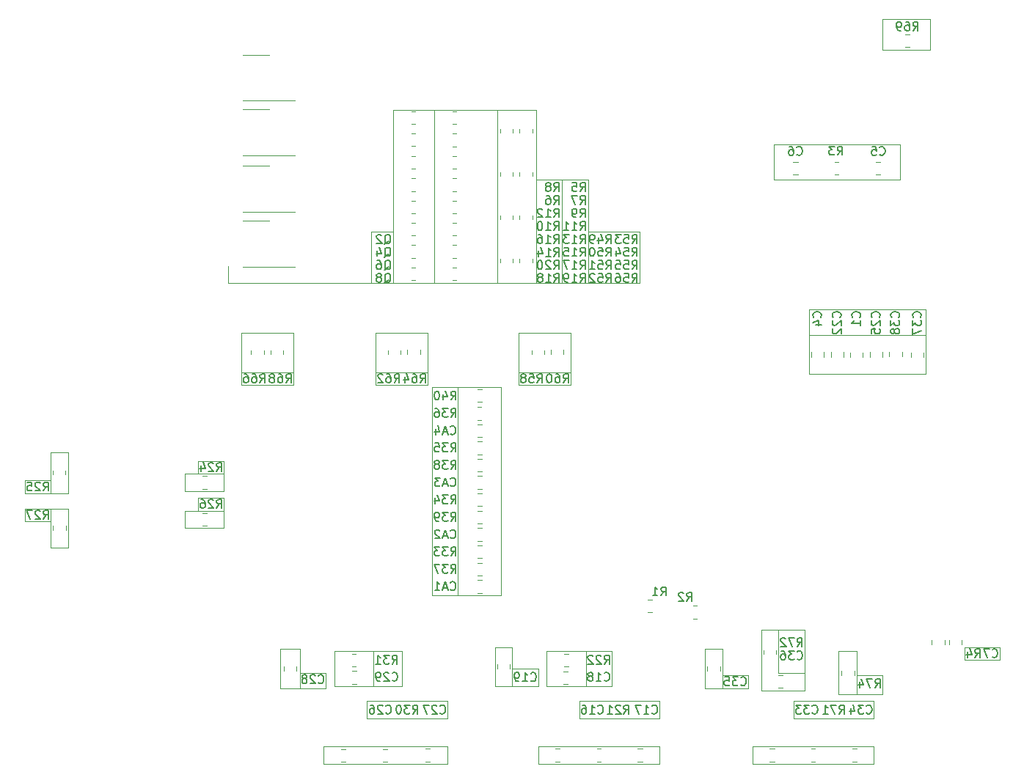
<source format=gbr>
%TF.GenerationSoftware,KiCad,Pcbnew,9.0.2*%
%TF.CreationDate,2025-09-23T15:25:02+08:00*%
%TF.ProjectId,VCU V3.2,56435520-5633-42e3-922e-6b696361645f,rev?*%
%TF.SameCoordinates,Original*%
%TF.FileFunction,Legend,Bot*%
%TF.FilePolarity,Positive*%
%FSLAX46Y46*%
G04 Gerber Fmt 4.6, Leading zero omitted, Abs format (unit mm)*
G04 Created by KiCad (PCBNEW 9.0.2) date 2025-09-23 15:25:02*
%MOMM*%
%LPD*%
G01*
G04 APERTURE LIST*
%ADD10C,0.100000*%
%ADD11C,0.150000*%
%ADD12C,0.120000*%
G04 APERTURE END LIST*
D10*
X158000000Y-128250000D02*
X167250000Y-128250000D01*
X167250000Y-130250000D01*
X158000000Y-130250000D01*
X158000000Y-128250000D01*
X125750000Y-125000000D02*
X128750000Y-125000000D01*
X128750000Y-126750000D01*
X125750000Y-126750000D01*
X125750000Y-125000000D01*
X182750000Y-128250000D02*
X192000000Y-128250000D01*
X192000000Y-130250000D01*
X182750000Y-130250000D01*
X182750000Y-128250000D01*
X134500000Y-85750000D02*
X140500000Y-85750000D01*
X140500000Y-90250000D01*
X134500000Y-90250000D01*
X134500000Y-85750000D01*
X114000000Y-104750000D02*
X117000000Y-104750000D01*
X117000000Y-106250000D01*
X114000000Y-106250000D01*
X114000000Y-104750000D01*
X151000000Y-85750000D02*
X157000000Y-85750000D01*
X157000000Y-90250000D01*
X151000000Y-90250000D01*
X151000000Y-85750000D01*
X134250000Y-122500000D02*
X137500000Y-122500000D01*
X137500000Y-126500000D01*
X134250000Y-126500000D01*
X134250000Y-122500000D01*
X156000000Y-68000000D02*
X159000000Y-68000000D01*
X159000000Y-80000000D01*
X156000000Y-80000000D01*
X156000000Y-68000000D01*
X129750000Y-122500000D02*
X134250000Y-122500000D01*
X134250000Y-126500000D01*
X129750000Y-126500000D01*
X129750000Y-122500000D01*
X94000000Y-102750000D02*
X97000000Y-102750000D01*
X97000000Y-104250000D01*
X94000000Y-104250000D01*
X94000000Y-102750000D01*
X202500000Y-122000000D02*
X206500000Y-122000000D01*
X206500000Y-123500000D01*
X202500000Y-123500000D01*
X202500000Y-122000000D01*
X97000000Y-106000000D02*
X99000000Y-106000000D01*
X99000000Y-110500000D01*
X97000000Y-110500000D01*
X97000000Y-106000000D01*
X159000000Y-74010284D02*
X165000000Y-74010284D01*
X165000000Y-80000000D01*
X159000000Y-80000000D01*
X159000000Y-74010284D01*
X150250000Y-124500000D02*
X153250000Y-124500000D01*
X153250000Y-126500000D01*
X150250000Y-126500000D01*
X150250000Y-124500000D01*
X193000000Y-49500000D02*
X198500000Y-49500000D01*
X198500000Y-53000000D01*
X193000000Y-53000000D01*
X193000000Y-49500000D01*
X153250000Y-133500000D02*
X167250000Y-133500000D01*
X167250000Y-135500000D01*
X153250000Y-135500000D01*
X153250000Y-133500000D01*
X94000000Y-106000000D02*
X97000000Y-106000000D01*
X97000000Y-107500000D01*
X94000000Y-107500000D01*
X94000000Y-106000000D01*
X133500000Y-128250000D02*
X142750000Y-128250000D01*
X142750000Y-130250000D01*
X133500000Y-130250000D01*
X133500000Y-128250000D01*
X148250000Y-122000000D02*
X150250000Y-122000000D01*
X150250000Y-126500000D01*
X148250000Y-126500000D01*
X148250000Y-122000000D01*
X187875000Y-122500000D02*
X190000000Y-122500000D01*
X190000000Y-127500000D01*
X187875000Y-127500000D01*
X187875000Y-122500000D01*
X178000000Y-133500000D02*
X192000000Y-133500000D01*
X192000000Y-135500000D01*
X178000000Y-135500000D01*
X178000000Y-133500000D01*
X117500000Y-80000000D02*
X117500000Y-78000000D01*
X148500000Y-60000000D02*
X153000000Y-60000000D01*
X153000000Y-80000000D01*
X148500000Y-80000000D01*
X148500000Y-60000000D01*
X136500000Y-60000000D02*
X141250000Y-60000000D01*
X141250000Y-80000000D01*
X136500000Y-80000000D01*
X136500000Y-60000000D01*
X134500000Y-90250000D02*
X140500000Y-90250000D01*
X140500000Y-91750000D01*
X134500000Y-91750000D01*
X134500000Y-90250000D01*
X119000000Y-90250000D02*
X125000000Y-90250000D01*
X125000000Y-91750000D01*
X119000000Y-91750000D01*
X119000000Y-90250000D01*
X123500000Y-122250000D02*
X125750000Y-122250000D01*
X125750000Y-126750000D01*
X123500000Y-126750000D01*
X123500000Y-122250000D01*
X134000000Y-74000000D02*
X136500000Y-74000000D01*
X136500000Y-80000000D01*
X134000000Y-80000000D01*
X134000000Y-74000000D01*
X141000000Y-92000000D02*
X144000000Y-92000000D01*
X144000000Y-116000000D01*
X141000000Y-116000000D01*
X141000000Y-92000000D01*
X154250000Y-122500000D02*
X158750000Y-122500000D01*
X158750000Y-126500000D01*
X154250000Y-126500000D01*
X154250000Y-122500000D01*
X151000000Y-90250000D02*
X157000000Y-90250000D01*
X157000000Y-91750000D01*
X151000000Y-91750000D01*
X151000000Y-90250000D01*
X190000000Y-125250000D02*
X193000000Y-125250000D01*
X193000000Y-127500000D01*
X190000000Y-127500000D01*
X190000000Y-125250000D01*
X172500000Y-122250000D02*
X174500000Y-122250000D01*
X174500000Y-126750000D01*
X172500000Y-126750000D01*
X172500000Y-122250000D01*
X128500000Y-133500000D02*
X142750000Y-133500000D01*
X142750000Y-135500000D01*
X128500000Y-135500000D01*
X128500000Y-133500000D01*
X184500000Y-86000000D02*
X198000000Y-86000000D01*
X198000000Y-90500000D01*
X184500000Y-90500000D01*
X184500000Y-86000000D01*
X153000000Y-68000000D02*
X156000000Y-68000000D01*
X156000000Y-80000000D01*
X153000000Y-80000000D01*
X153000000Y-68000000D01*
X141250000Y-60000000D02*
X148500000Y-60000000D01*
X148500000Y-80000000D01*
X141250000Y-80000000D01*
X141250000Y-60000000D01*
X181000000Y-120000000D02*
X184000000Y-120000000D01*
X184000000Y-125000000D01*
X181000000Y-125000000D01*
X181000000Y-120000000D01*
X119000000Y-85750000D02*
X125000000Y-85750000D01*
X125000000Y-90250000D01*
X119000000Y-90250000D01*
X119000000Y-85750000D01*
X114000000Y-100500000D02*
X117000000Y-100500000D01*
X117000000Y-102000000D01*
X114000000Y-102000000D01*
X114000000Y-100500000D01*
X97000000Y-99500000D02*
X99000000Y-99500000D01*
X99000000Y-104250000D01*
X97000000Y-104250000D01*
X97000000Y-99500000D01*
X184500000Y-83000000D02*
X198000000Y-83000000D01*
X198000000Y-86000000D01*
X184500000Y-86000000D01*
X184500000Y-83000000D01*
X180500000Y-64000000D02*
X195000000Y-64000000D01*
X195000000Y-68000000D01*
X180500000Y-68000000D01*
X180500000Y-64000000D01*
X144000000Y-92000000D02*
X149000000Y-92000000D01*
X149000000Y-116000000D01*
X144000000Y-116000000D01*
X144000000Y-92000000D01*
X112500000Y-102000000D02*
X117000000Y-102000000D01*
X117000000Y-104000000D01*
X112500000Y-104000000D01*
X112500000Y-102000000D01*
X134000000Y-80000000D02*
X117500000Y-80000000D01*
X174500000Y-125250000D02*
X177500000Y-125250000D01*
X177500000Y-126750000D01*
X174500000Y-126750000D01*
X174500000Y-125250000D01*
X158750000Y-122500000D02*
X161750000Y-122500000D01*
X161750000Y-126500000D01*
X158750000Y-126500000D01*
X158750000Y-122500000D01*
X179000000Y-120000000D02*
X184000000Y-120000000D01*
X184000000Y-127000000D01*
X179000000Y-127000000D01*
X179000000Y-120000000D01*
X112500000Y-106250000D02*
X117000000Y-106250000D01*
X117000000Y-108250000D01*
X112500000Y-108250000D01*
X112500000Y-106250000D01*
D11*
X160142857Y-129609580D02*
X160190476Y-129657200D01*
X160190476Y-129657200D02*
X160333333Y-129704819D01*
X160333333Y-129704819D02*
X160428571Y-129704819D01*
X160428571Y-129704819D02*
X160571428Y-129657200D01*
X160571428Y-129657200D02*
X160666666Y-129561961D01*
X160666666Y-129561961D02*
X160714285Y-129466723D01*
X160714285Y-129466723D02*
X160761904Y-129276247D01*
X160761904Y-129276247D02*
X160761904Y-129133390D01*
X160761904Y-129133390D02*
X160714285Y-128942914D01*
X160714285Y-128942914D02*
X160666666Y-128847676D01*
X160666666Y-128847676D02*
X160571428Y-128752438D01*
X160571428Y-128752438D02*
X160428571Y-128704819D01*
X160428571Y-128704819D02*
X160333333Y-128704819D01*
X160333333Y-128704819D02*
X160190476Y-128752438D01*
X160190476Y-128752438D02*
X160142857Y-128800057D01*
X159190476Y-129704819D02*
X159761904Y-129704819D01*
X159476190Y-129704819D02*
X159476190Y-128704819D01*
X159476190Y-128704819D02*
X159571428Y-128847676D01*
X159571428Y-128847676D02*
X159666666Y-128942914D01*
X159666666Y-128942914D02*
X159761904Y-128990533D01*
X158333333Y-128704819D02*
X158523809Y-128704819D01*
X158523809Y-128704819D02*
X158619047Y-128752438D01*
X158619047Y-128752438D02*
X158666666Y-128800057D01*
X158666666Y-128800057D02*
X158761904Y-128942914D01*
X158761904Y-128942914D02*
X158809523Y-129133390D01*
X158809523Y-129133390D02*
X158809523Y-129514342D01*
X158809523Y-129514342D02*
X158761904Y-129609580D01*
X158761904Y-129609580D02*
X158714285Y-129657200D01*
X158714285Y-129657200D02*
X158619047Y-129704819D01*
X158619047Y-129704819D02*
X158428571Y-129704819D01*
X158428571Y-129704819D02*
X158333333Y-129657200D01*
X158333333Y-129657200D02*
X158285714Y-129609580D01*
X158285714Y-129609580D02*
X158238095Y-129514342D01*
X158238095Y-129514342D02*
X158238095Y-129276247D01*
X158238095Y-129276247D02*
X158285714Y-129181009D01*
X158285714Y-129181009D02*
X158333333Y-129133390D01*
X158333333Y-129133390D02*
X158428571Y-129085771D01*
X158428571Y-129085771D02*
X158619047Y-129085771D01*
X158619047Y-129085771D02*
X158714285Y-129133390D01*
X158714285Y-129133390D02*
X158761904Y-129181009D01*
X158761904Y-129181009D02*
X158809523Y-129276247D01*
X191142857Y-129609580D02*
X191190476Y-129657200D01*
X191190476Y-129657200D02*
X191333333Y-129704819D01*
X191333333Y-129704819D02*
X191428571Y-129704819D01*
X191428571Y-129704819D02*
X191571428Y-129657200D01*
X191571428Y-129657200D02*
X191666666Y-129561961D01*
X191666666Y-129561961D02*
X191714285Y-129466723D01*
X191714285Y-129466723D02*
X191761904Y-129276247D01*
X191761904Y-129276247D02*
X191761904Y-129133390D01*
X191761904Y-129133390D02*
X191714285Y-128942914D01*
X191714285Y-128942914D02*
X191666666Y-128847676D01*
X191666666Y-128847676D02*
X191571428Y-128752438D01*
X191571428Y-128752438D02*
X191428571Y-128704819D01*
X191428571Y-128704819D02*
X191333333Y-128704819D01*
X191333333Y-128704819D02*
X191190476Y-128752438D01*
X191190476Y-128752438D02*
X191142857Y-128800057D01*
X190809523Y-128704819D02*
X190190476Y-128704819D01*
X190190476Y-128704819D02*
X190523809Y-129085771D01*
X190523809Y-129085771D02*
X190380952Y-129085771D01*
X190380952Y-129085771D02*
X190285714Y-129133390D01*
X190285714Y-129133390D02*
X190238095Y-129181009D01*
X190238095Y-129181009D02*
X190190476Y-129276247D01*
X190190476Y-129276247D02*
X190190476Y-129514342D01*
X190190476Y-129514342D02*
X190238095Y-129609580D01*
X190238095Y-129609580D02*
X190285714Y-129657200D01*
X190285714Y-129657200D02*
X190380952Y-129704819D01*
X190380952Y-129704819D02*
X190666666Y-129704819D01*
X190666666Y-129704819D02*
X190761904Y-129657200D01*
X190761904Y-129657200D02*
X190809523Y-129609580D01*
X189333333Y-129038152D02*
X189333333Y-129704819D01*
X189571428Y-128657200D02*
X189809523Y-129371485D01*
X189809523Y-129371485D02*
X189190476Y-129371485D01*
X141920357Y-129609580D02*
X141967976Y-129657200D01*
X141967976Y-129657200D02*
X142110833Y-129704819D01*
X142110833Y-129704819D02*
X142206071Y-129704819D01*
X142206071Y-129704819D02*
X142348928Y-129657200D01*
X142348928Y-129657200D02*
X142444166Y-129561961D01*
X142444166Y-129561961D02*
X142491785Y-129466723D01*
X142491785Y-129466723D02*
X142539404Y-129276247D01*
X142539404Y-129276247D02*
X142539404Y-129133390D01*
X142539404Y-129133390D02*
X142491785Y-128942914D01*
X142491785Y-128942914D02*
X142444166Y-128847676D01*
X142444166Y-128847676D02*
X142348928Y-128752438D01*
X142348928Y-128752438D02*
X142206071Y-128704819D01*
X142206071Y-128704819D02*
X142110833Y-128704819D01*
X142110833Y-128704819D02*
X141967976Y-128752438D01*
X141967976Y-128752438D02*
X141920357Y-128800057D01*
X141539404Y-128800057D02*
X141491785Y-128752438D01*
X141491785Y-128752438D02*
X141396547Y-128704819D01*
X141396547Y-128704819D02*
X141158452Y-128704819D01*
X141158452Y-128704819D02*
X141063214Y-128752438D01*
X141063214Y-128752438D02*
X141015595Y-128800057D01*
X141015595Y-128800057D02*
X140967976Y-128895295D01*
X140967976Y-128895295D02*
X140967976Y-128990533D01*
X140967976Y-128990533D02*
X141015595Y-129133390D01*
X141015595Y-129133390D02*
X141587023Y-129704819D01*
X141587023Y-129704819D02*
X140967976Y-129704819D01*
X140634642Y-128704819D02*
X139967976Y-128704819D01*
X139967976Y-128704819D02*
X140396547Y-129704819D01*
X155070309Y-69369819D02*
X155403642Y-68893628D01*
X155641737Y-69369819D02*
X155641737Y-68369819D01*
X155641737Y-68369819D02*
X155260785Y-68369819D01*
X155260785Y-68369819D02*
X155165547Y-68417438D01*
X155165547Y-68417438D02*
X155117928Y-68465057D01*
X155117928Y-68465057D02*
X155070309Y-68560295D01*
X155070309Y-68560295D02*
X155070309Y-68703152D01*
X155070309Y-68703152D02*
X155117928Y-68798390D01*
X155117928Y-68798390D02*
X155165547Y-68846009D01*
X155165547Y-68846009D02*
X155260785Y-68893628D01*
X155260785Y-68893628D02*
X155641737Y-68893628D01*
X154498880Y-68798390D02*
X154594118Y-68750771D01*
X154594118Y-68750771D02*
X154641737Y-68703152D01*
X154641737Y-68703152D02*
X154689356Y-68607914D01*
X154689356Y-68607914D02*
X154689356Y-68560295D01*
X154689356Y-68560295D02*
X154641737Y-68465057D01*
X154641737Y-68465057D02*
X154594118Y-68417438D01*
X154594118Y-68417438D02*
X154498880Y-68369819D01*
X154498880Y-68369819D02*
X154308404Y-68369819D01*
X154308404Y-68369819D02*
X154213166Y-68417438D01*
X154213166Y-68417438D02*
X154165547Y-68465057D01*
X154165547Y-68465057D02*
X154117928Y-68560295D01*
X154117928Y-68560295D02*
X154117928Y-68607914D01*
X154117928Y-68607914D02*
X154165547Y-68703152D01*
X154165547Y-68703152D02*
X154213166Y-68750771D01*
X154213166Y-68750771D02*
X154308404Y-68798390D01*
X154308404Y-68798390D02*
X154498880Y-68798390D01*
X154498880Y-68798390D02*
X154594118Y-68846009D01*
X154594118Y-68846009D02*
X154641737Y-68893628D01*
X154641737Y-68893628D02*
X154689356Y-68988866D01*
X154689356Y-68988866D02*
X154689356Y-69179342D01*
X154689356Y-69179342D02*
X154641737Y-69274580D01*
X154641737Y-69274580D02*
X154594118Y-69322200D01*
X154594118Y-69322200D02*
X154498880Y-69369819D01*
X154498880Y-69369819D02*
X154308404Y-69369819D01*
X154308404Y-69369819D02*
X154213166Y-69322200D01*
X154213166Y-69322200D02*
X154165547Y-69274580D01*
X154165547Y-69274580D02*
X154117928Y-69179342D01*
X154117928Y-69179342D02*
X154117928Y-68988866D01*
X154117928Y-68988866D02*
X154165547Y-68893628D01*
X154165547Y-68893628D02*
X154213166Y-68846009D01*
X154213166Y-68846009D02*
X154308404Y-68798390D01*
X158091792Y-76869819D02*
X158425125Y-76393628D01*
X158663220Y-76869819D02*
X158663220Y-75869819D01*
X158663220Y-75869819D02*
X158282268Y-75869819D01*
X158282268Y-75869819D02*
X158187030Y-75917438D01*
X158187030Y-75917438D02*
X158139411Y-75965057D01*
X158139411Y-75965057D02*
X158091792Y-76060295D01*
X158091792Y-76060295D02*
X158091792Y-76203152D01*
X158091792Y-76203152D02*
X158139411Y-76298390D01*
X158139411Y-76298390D02*
X158187030Y-76346009D01*
X158187030Y-76346009D02*
X158282268Y-76393628D01*
X158282268Y-76393628D02*
X158663220Y-76393628D01*
X157139411Y-76869819D02*
X157710839Y-76869819D01*
X157425125Y-76869819D02*
X157425125Y-75869819D01*
X157425125Y-75869819D02*
X157520363Y-76012676D01*
X157520363Y-76012676D02*
X157615601Y-76107914D01*
X157615601Y-76107914D02*
X157710839Y-76155533D01*
X156234649Y-75869819D02*
X156710839Y-75869819D01*
X156710839Y-75869819D02*
X156758458Y-76346009D01*
X156758458Y-76346009D02*
X156710839Y-76298390D01*
X156710839Y-76298390D02*
X156615601Y-76250771D01*
X156615601Y-76250771D02*
X156377506Y-76250771D01*
X156377506Y-76250771D02*
X156282268Y-76298390D01*
X156282268Y-76298390D02*
X156234649Y-76346009D01*
X156234649Y-76346009D02*
X156187030Y-76441247D01*
X156187030Y-76441247D02*
X156187030Y-76679342D01*
X156187030Y-76679342D02*
X156234649Y-76774580D01*
X156234649Y-76774580D02*
X156282268Y-76822200D01*
X156282268Y-76822200D02*
X156377506Y-76869819D01*
X156377506Y-76869819D02*
X156615601Y-76869819D01*
X156615601Y-76869819D02*
X156710839Y-76822200D01*
X156710839Y-76822200D02*
X156758458Y-76774580D01*
X143168740Y-105454819D02*
X143502073Y-104978628D01*
X143740168Y-105454819D02*
X143740168Y-104454819D01*
X143740168Y-104454819D02*
X143359216Y-104454819D01*
X143359216Y-104454819D02*
X143263978Y-104502438D01*
X143263978Y-104502438D02*
X143216359Y-104550057D01*
X143216359Y-104550057D02*
X143168740Y-104645295D01*
X143168740Y-104645295D02*
X143168740Y-104788152D01*
X143168740Y-104788152D02*
X143216359Y-104883390D01*
X143216359Y-104883390D02*
X143263978Y-104931009D01*
X143263978Y-104931009D02*
X143359216Y-104978628D01*
X143359216Y-104978628D02*
X143740168Y-104978628D01*
X142835406Y-104454819D02*
X142216359Y-104454819D01*
X142216359Y-104454819D02*
X142549692Y-104835771D01*
X142549692Y-104835771D02*
X142406835Y-104835771D01*
X142406835Y-104835771D02*
X142311597Y-104883390D01*
X142311597Y-104883390D02*
X142263978Y-104931009D01*
X142263978Y-104931009D02*
X142216359Y-105026247D01*
X142216359Y-105026247D02*
X142216359Y-105264342D01*
X142216359Y-105264342D02*
X142263978Y-105359580D01*
X142263978Y-105359580D02*
X142311597Y-105407200D01*
X142311597Y-105407200D02*
X142406835Y-105454819D01*
X142406835Y-105454819D02*
X142692549Y-105454819D01*
X142692549Y-105454819D02*
X142787787Y-105407200D01*
X142787787Y-105407200D02*
X142835406Y-105359580D01*
X141359216Y-104788152D02*
X141359216Y-105454819D01*
X141597311Y-104407200D02*
X141835406Y-105121485D01*
X141835406Y-105121485D02*
X141216359Y-105121485D01*
X205666666Y-123109580D02*
X205714285Y-123157200D01*
X205714285Y-123157200D02*
X205857142Y-123204819D01*
X205857142Y-123204819D02*
X205952380Y-123204819D01*
X205952380Y-123204819D02*
X206095237Y-123157200D01*
X206095237Y-123157200D02*
X206190475Y-123061961D01*
X206190475Y-123061961D02*
X206238094Y-122966723D01*
X206238094Y-122966723D02*
X206285713Y-122776247D01*
X206285713Y-122776247D02*
X206285713Y-122633390D01*
X206285713Y-122633390D02*
X206238094Y-122442914D01*
X206238094Y-122442914D02*
X206190475Y-122347676D01*
X206190475Y-122347676D02*
X206095237Y-122252438D01*
X206095237Y-122252438D02*
X205952380Y-122204819D01*
X205952380Y-122204819D02*
X205857142Y-122204819D01*
X205857142Y-122204819D02*
X205714285Y-122252438D01*
X205714285Y-122252438D02*
X205666666Y-122300057D01*
X205333332Y-122204819D02*
X204666666Y-122204819D01*
X204666666Y-122204819D02*
X205095237Y-123204819D01*
X176642857Y-126359580D02*
X176690476Y-126407200D01*
X176690476Y-126407200D02*
X176833333Y-126454819D01*
X176833333Y-126454819D02*
X176928571Y-126454819D01*
X176928571Y-126454819D02*
X177071428Y-126407200D01*
X177071428Y-126407200D02*
X177166666Y-126311961D01*
X177166666Y-126311961D02*
X177214285Y-126216723D01*
X177214285Y-126216723D02*
X177261904Y-126026247D01*
X177261904Y-126026247D02*
X177261904Y-125883390D01*
X177261904Y-125883390D02*
X177214285Y-125692914D01*
X177214285Y-125692914D02*
X177166666Y-125597676D01*
X177166666Y-125597676D02*
X177071428Y-125502438D01*
X177071428Y-125502438D02*
X176928571Y-125454819D01*
X176928571Y-125454819D02*
X176833333Y-125454819D01*
X176833333Y-125454819D02*
X176690476Y-125502438D01*
X176690476Y-125502438D02*
X176642857Y-125550057D01*
X176309523Y-125454819D02*
X175690476Y-125454819D01*
X175690476Y-125454819D02*
X176023809Y-125835771D01*
X176023809Y-125835771D02*
X175880952Y-125835771D01*
X175880952Y-125835771D02*
X175785714Y-125883390D01*
X175785714Y-125883390D02*
X175738095Y-125931009D01*
X175738095Y-125931009D02*
X175690476Y-126026247D01*
X175690476Y-126026247D02*
X175690476Y-126264342D01*
X175690476Y-126264342D02*
X175738095Y-126359580D01*
X175738095Y-126359580D02*
X175785714Y-126407200D01*
X175785714Y-126407200D02*
X175880952Y-126454819D01*
X175880952Y-126454819D02*
X176166666Y-126454819D01*
X176166666Y-126454819D02*
X176261904Y-126407200D01*
X176261904Y-126407200D02*
X176309523Y-126359580D01*
X174785714Y-125454819D02*
X175261904Y-125454819D01*
X175261904Y-125454819D02*
X175309523Y-125931009D01*
X175309523Y-125931009D02*
X175261904Y-125883390D01*
X175261904Y-125883390D02*
X175166666Y-125835771D01*
X175166666Y-125835771D02*
X174928571Y-125835771D01*
X174928571Y-125835771D02*
X174833333Y-125883390D01*
X174833333Y-125883390D02*
X174785714Y-125931009D01*
X174785714Y-125931009D02*
X174738095Y-126026247D01*
X174738095Y-126026247D02*
X174738095Y-126264342D01*
X174738095Y-126264342D02*
X174785714Y-126359580D01*
X174785714Y-126359580D02*
X174833333Y-126407200D01*
X174833333Y-126407200D02*
X174928571Y-126454819D01*
X174928571Y-126454819D02*
X175166666Y-126454819D01*
X175166666Y-126454819D02*
X175261904Y-126407200D01*
X175261904Y-126407200D02*
X175309523Y-126359580D01*
X161091792Y-78369819D02*
X161425125Y-77893628D01*
X161663220Y-78369819D02*
X161663220Y-77369819D01*
X161663220Y-77369819D02*
X161282268Y-77369819D01*
X161282268Y-77369819D02*
X161187030Y-77417438D01*
X161187030Y-77417438D02*
X161139411Y-77465057D01*
X161139411Y-77465057D02*
X161091792Y-77560295D01*
X161091792Y-77560295D02*
X161091792Y-77703152D01*
X161091792Y-77703152D02*
X161139411Y-77798390D01*
X161139411Y-77798390D02*
X161187030Y-77846009D01*
X161187030Y-77846009D02*
X161282268Y-77893628D01*
X161282268Y-77893628D02*
X161663220Y-77893628D01*
X160187030Y-77369819D02*
X160663220Y-77369819D01*
X160663220Y-77369819D02*
X160710839Y-77846009D01*
X160710839Y-77846009D02*
X160663220Y-77798390D01*
X160663220Y-77798390D02*
X160567982Y-77750771D01*
X160567982Y-77750771D02*
X160329887Y-77750771D01*
X160329887Y-77750771D02*
X160234649Y-77798390D01*
X160234649Y-77798390D02*
X160187030Y-77846009D01*
X160187030Y-77846009D02*
X160139411Y-77941247D01*
X160139411Y-77941247D02*
X160139411Y-78179342D01*
X160139411Y-78179342D02*
X160187030Y-78274580D01*
X160187030Y-78274580D02*
X160234649Y-78322200D01*
X160234649Y-78322200D02*
X160329887Y-78369819D01*
X160329887Y-78369819D02*
X160567982Y-78369819D01*
X160567982Y-78369819D02*
X160663220Y-78322200D01*
X160663220Y-78322200D02*
X160710839Y-78274580D01*
X159187030Y-78369819D02*
X159758458Y-78369819D01*
X159472744Y-78369819D02*
X159472744Y-77369819D01*
X159472744Y-77369819D02*
X159567982Y-77512676D01*
X159567982Y-77512676D02*
X159663220Y-77607914D01*
X159663220Y-77607914D02*
X159758458Y-77655533D01*
X158091792Y-75369819D02*
X158425125Y-74893628D01*
X158663220Y-75369819D02*
X158663220Y-74369819D01*
X158663220Y-74369819D02*
X158282268Y-74369819D01*
X158282268Y-74369819D02*
X158187030Y-74417438D01*
X158187030Y-74417438D02*
X158139411Y-74465057D01*
X158139411Y-74465057D02*
X158091792Y-74560295D01*
X158091792Y-74560295D02*
X158091792Y-74703152D01*
X158091792Y-74703152D02*
X158139411Y-74798390D01*
X158139411Y-74798390D02*
X158187030Y-74846009D01*
X158187030Y-74846009D02*
X158282268Y-74893628D01*
X158282268Y-74893628D02*
X158663220Y-74893628D01*
X157139411Y-75369819D02*
X157710839Y-75369819D01*
X157425125Y-75369819D02*
X157425125Y-74369819D01*
X157425125Y-74369819D02*
X157520363Y-74512676D01*
X157520363Y-74512676D02*
X157615601Y-74607914D01*
X157615601Y-74607914D02*
X157710839Y-74655533D01*
X156806077Y-74369819D02*
X156187030Y-74369819D01*
X156187030Y-74369819D02*
X156520363Y-74750771D01*
X156520363Y-74750771D02*
X156377506Y-74750771D01*
X156377506Y-74750771D02*
X156282268Y-74798390D01*
X156282268Y-74798390D02*
X156234649Y-74846009D01*
X156234649Y-74846009D02*
X156187030Y-74941247D01*
X156187030Y-74941247D02*
X156187030Y-75179342D01*
X156187030Y-75179342D02*
X156234649Y-75274580D01*
X156234649Y-75274580D02*
X156282268Y-75322200D01*
X156282268Y-75322200D02*
X156377506Y-75369819D01*
X156377506Y-75369819D02*
X156663220Y-75369819D01*
X156663220Y-75369819D02*
X156758458Y-75322200D01*
X156758458Y-75322200D02*
X156806077Y-75274580D01*
X135496554Y-76965057D02*
X135591792Y-76917438D01*
X135591792Y-76917438D02*
X135687030Y-76822200D01*
X135687030Y-76822200D02*
X135829887Y-76679342D01*
X135829887Y-76679342D02*
X135925125Y-76631723D01*
X135925125Y-76631723D02*
X136020363Y-76631723D01*
X135972744Y-76869819D02*
X136067982Y-76822200D01*
X136067982Y-76822200D02*
X136163220Y-76726961D01*
X136163220Y-76726961D02*
X136210839Y-76536485D01*
X136210839Y-76536485D02*
X136210839Y-76203152D01*
X136210839Y-76203152D02*
X136163220Y-76012676D01*
X136163220Y-76012676D02*
X136067982Y-75917438D01*
X136067982Y-75917438D02*
X135972744Y-75869819D01*
X135972744Y-75869819D02*
X135782268Y-75869819D01*
X135782268Y-75869819D02*
X135687030Y-75917438D01*
X135687030Y-75917438D02*
X135591792Y-76012676D01*
X135591792Y-76012676D02*
X135544173Y-76203152D01*
X135544173Y-76203152D02*
X135544173Y-76536485D01*
X135544173Y-76536485D02*
X135591792Y-76726961D01*
X135591792Y-76726961D02*
X135687030Y-76822200D01*
X135687030Y-76822200D02*
X135782268Y-76869819D01*
X135782268Y-76869819D02*
X135972744Y-76869819D01*
X134687030Y-76203152D02*
X134687030Y-76869819D01*
X134925125Y-75822200D02*
X135163220Y-76536485D01*
X135163220Y-76536485D02*
X134544173Y-76536485D01*
X135496554Y-75465057D02*
X135591792Y-75417438D01*
X135591792Y-75417438D02*
X135687030Y-75322200D01*
X135687030Y-75322200D02*
X135829887Y-75179342D01*
X135829887Y-75179342D02*
X135925125Y-75131723D01*
X135925125Y-75131723D02*
X136020363Y-75131723D01*
X135972744Y-75369819D02*
X136067982Y-75322200D01*
X136067982Y-75322200D02*
X136163220Y-75226961D01*
X136163220Y-75226961D02*
X136210839Y-75036485D01*
X136210839Y-75036485D02*
X136210839Y-74703152D01*
X136210839Y-74703152D02*
X136163220Y-74512676D01*
X136163220Y-74512676D02*
X136067982Y-74417438D01*
X136067982Y-74417438D02*
X135972744Y-74369819D01*
X135972744Y-74369819D02*
X135782268Y-74369819D01*
X135782268Y-74369819D02*
X135687030Y-74417438D01*
X135687030Y-74417438D02*
X135591792Y-74512676D01*
X135591792Y-74512676D02*
X135544173Y-74703152D01*
X135544173Y-74703152D02*
X135544173Y-75036485D01*
X135544173Y-75036485D02*
X135591792Y-75226961D01*
X135591792Y-75226961D02*
X135687030Y-75322200D01*
X135687030Y-75322200D02*
X135782268Y-75369819D01*
X135782268Y-75369819D02*
X135972744Y-75369819D01*
X135163220Y-74465057D02*
X135115601Y-74417438D01*
X135115601Y-74417438D02*
X135020363Y-74369819D01*
X135020363Y-74369819D02*
X134782268Y-74369819D01*
X134782268Y-74369819D02*
X134687030Y-74417438D01*
X134687030Y-74417438D02*
X134639411Y-74465057D01*
X134639411Y-74465057D02*
X134591792Y-74560295D01*
X134591792Y-74560295D02*
X134591792Y-74655533D01*
X134591792Y-74655533D02*
X134639411Y-74798390D01*
X134639411Y-74798390D02*
X135210839Y-75369819D01*
X135210839Y-75369819D02*
X134591792Y-75369819D01*
X143121121Y-97359580D02*
X143168740Y-97407200D01*
X143168740Y-97407200D02*
X143311597Y-97454819D01*
X143311597Y-97454819D02*
X143406835Y-97454819D01*
X143406835Y-97454819D02*
X143549692Y-97407200D01*
X143549692Y-97407200D02*
X143644930Y-97311961D01*
X143644930Y-97311961D02*
X143692549Y-97216723D01*
X143692549Y-97216723D02*
X143740168Y-97026247D01*
X143740168Y-97026247D02*
X143740168Y-96883390D01*
X143740168Y-96883390D02*
X143692549Y-96692914D01*
X143692549Y-96692914D02*
X143644930Y-96597676D01*
X143644930Y-96597676D02*
X143549692Y-96502438D01*
X143549692Y-96502438D02*
X143406835Y-96454819D01*
X143406835Y-96454819D02*
X143311597Y-96454819D01*
X143311597Y-96454819D02*
X143168740Y-96502438D01*
X143168740Y-96502438D02*
X143121121Y-96550057D01*
X142740168Y-97169104D02*
X142263978Y-97169104D01*
X142835406Y-97454819D02*
X142502073Y-96454819D01*
X142502073Y-96454819D02*
X142168740Y-97454819D01*
X141406835Y-96788152D02*
X141406835Y-97454819D01*
X141644930Y-96407200D02*
X141883025Y-97121485D01*
X141883025Y-97121485D02*
X141263978Y-97121485D01*
X96142857Y-103954819D02*
X96476190Y-103478628D01*
X96714285Y-103954819D02*
X96714285Y-102954819D01*
X96714285Y-102954819D02*
X96333333Y-102954819D01*
X96333333Y-102954819D02*
X96238095Y-103002438D01*
X96238095Y-103002438D02*
X96190476Y-103050057D01*
X96190476Y-103050057D02*
X96142857Y-103145295D01*
X96142857Y-103145295D02*
X96142857Y-103288152D01*
X96142857Y-103288152D02*
X96190476Y-103383390D01*
X96190476Y-103383390D02*
X96238095Y-103431009D01*
X96238095Y-103431009D02*
X96333333Y-103478628D01*
X96333333Y-103478628D02*
X96714285Y-103478628D01*
X95761904Y-103050057D02*
X95714285Y-103002438D01*
X95714285Y-103002438D02*
X95619047Y-102954819D01*
X95619047Y-102954819D02*
X95380952Y-102954819D01*
X95380952Y-102954819D02*
X95285714Y-103002438D01*
X95285714Y-103002438D02*
X95238095Y-103050057D01*
X95238095Y-103050057D02*
X95190476Y-103145295D01*
X95190476Y-103145295D02*
X95190476Y-103240533D01*
X95190476Y-103240533D02*
X95238095Y-103383390D01*
X95238095Y-103383390D02*
X95809523Y-103954819D01*
X95809523Y-103954819D02*
X95190476Y-103954819D01*
X94285714Y-102954819D02*
X94761904Y-102954819D01*
X94761904Y-102954819D02*
X94809523Y-103431009D01*
X94809523Y-103431009D02*
X94761904Y-103383390D01*
X94761904Y-103383390D02*
X94666666Y-103335771D01*
X94666666Y-103335771D02*
X94428571Y-103335771D01*
X94428571Y-103335771D02*
X94333333Y-103383390D01*
X94333333Y-103383390D02*
X94285714Y-103431009D01*
X94285714Y-103431009D02*
X94238095Y-103526247D01*
X94238095Y-103526247D02*
X94238095Y-103764342D01*
X94238095Y-103764342D02*
X94285714Y-103859580D01*
X94285714Y-103859580D02*
X94333333Y-103907200D01*
X94333333Y-103907200D02*
X94428571Y-103954819D01*
X94428571Y-103954819D02*
X94666666Y-103954819D01*
X94666666Y-103954819D02*
X94761904Y-103907200D01*
X94761904Y-103907200D02*
X94809523Y-103859580D01*
X187787349Y-65170613D02*
X188120682Y-64694422D01*
X188358777Y-65170613D02*
X188358777Y-64170613D01*
X188358777Y-64170613D02*
X187977825Y-64170613D01*
X187977825Y-64170613D02*
X187882587Y-64218232D01*
X187882587Y-64218232D02*
X187834968Y-64265851D01*
X187834968Y-64265851D02*
X187787349Y-64361089D01*
X187787349Y-64361089D02*
X187787349Y-64503946D01*
X187787349Y-64503946D02*
X187834968Y-64599184D01*
X187834968Y-64599184D02*
X187882587Y-64646803D01*
X187882587Y-64646803D02*
X187977825Y-64694422D01*
X187977825Y-64694422D02*
X188358777Y-64694422D01*
X187454015Y-64170613D02*
X186834968Y-64170613D01*
X186834968Y-64170613D02*
X187168301Y-64551565D01*
X187168301Y-64551565D02*
X187025444Y-64551565D01*
X187025444Y-64551565D02*
X186930206Y-64599184D01*
X186930206Y-64599184D02*
X186882587Y-64646803D01*
X186882587Y-64646803D02*
X186834968Y-64742041D01*
X186834968Y-64742041D02*
X186834968Y-64980136D01*
X186834968Y-64980136D02*
X186882587Y-65075374D01*
X186882587Y-65075374D02*
X186930206Y-65122994D01*
X186930206Y-65122994D02*
X187025444Y-65170613D01*
X187025444Y-65170613D02*
X187311158Y-65170613D01*
X187311158Y-65170613D02*
X187406396Y-65122994D01*
X187406396Y-65122994D02*
X187454015Y-65075374D01*
X143168740Y-95454819D02*
X143502073Y-94978628D01*
X143740168Y-95454819D02*
X143740168Y-94454819D01*
X143740168Y-94454819D02*
X143359216Y-94454819D01*
X143359216Y-94454819D02*
X143263978Y-94502438D01*
X143263978Y-94502438D02*
X143216359Y-94550057D01*
X143216359Y-94550057D02*
X143168740Y-94645295D01*
X143168740Y-94645295D02*
X143168740Y-94788152D01*
X143168740Y-94788152D02*
X143216359Y-94883390D01*
X143216359Y-94883390D02*
X143263978Y-94931009D01*
X143263978Y-94931009D02*
X143359216Y-94978628D01*
X143359216Y-94978628D02*
X143740168Y-94978628D01*
X142835406Y-94454819D02*
X142216359Y-94454819D01*
X142216359Y-94454819D02*
X142549692Y-94835771D01*
X142549692Y-94835771D02*
X142406835Y-94835771D01*
X142406835Y-94835771D02*
X142311597Y-94883390D01*
X142311597Y-94883390D02*
X142263978Y-94931009D01*
X142263978Y-94931009D02*
X142216359Y-95026247D01*
X142216359Y-95026247D02*
X142216359Y-95264342D01*
X142216359Y-95264342D02*
X142263978Y-95359580D01*
X142263978Y-95359580D02*
X142311597Y-95407200D01*
X142311597Y-95407200D02*
X142406835Y-95454819D01*
X142406835Y-95454819D02*
X142692549Y-95454819D01*
X142692549Y-95454819D02*
X142787787Y-95407200D01*
X142787787Y-95407200D02*
X142835406Y-95359580D01*
X141359216Y-94454819D02*
X141549692Y-94454819D01*
X141549692Y-94454819D02*
X141644930Y-94502438D01*
X141644930Y-94502438D02*
X141692549Y-94550057D01*
X141692549Y-94550057D02*
X141787787Y-94692914D01*
X141787787Y-94692914D02*
X141835406Y-94883390D01*
X141835406Y-94883390D02*
X141835406Y-95264342D01*
X141835406Y-95264342D02*
X141787787Y-95359580D01*
X141787787Y-95359580D02*
X141740168Y-95407200D01*
X141740168Y-95407200D02*
X141644930Y-95454819D01*
X141644930Y-95454819D02*
X141454454Y-95454819D01*
X141454454Y-95454819D02*
X141359216Y-95407200D01*
X141359216Y-95407200D02*
X141311597Y-95359580D01*
X141311597Y-95359580D02*
X141263978Y-95264342D01*
X141263978Y-95264342D02*
X141263978Y-95026247D01*
X141263978Y-95026247D02*
X141311597Y-94931009D01*
X141311597Y-94931009D02*
X141359216Y-94883390D01*
X141359216Y-94883390D02*
X141454454Y-94835771D01*
X141454454Y-94835771D02*
X141644930Y-94835771D01*
X141644930Y-94835771D02*
X141740168Y-94883390D01*
X141740168Y-94883390D02*
X141787787Y-94931009D01*
X141787787Y-94931009D02*
X141835406Y-95026247D01*
X158091792Y-79869819D02*
X158425125Y-79393628D01*
X158663220Y-79869819D02*
X158663220Y-78869819D01*
X158663220Y-78869819D02*
X158282268Y-78869819D01*
X158282268Y-78869819D02*
X158187030Y-78917438D01*
X158187030Y-78917438D02*
X158139411Y-78965057D01*
X158139411Y-78965057D02*
X158091792Y-79060295D01*
X158091792Y-79060295D02*
X158091792Y-79203152D01*
X158091792Y-79203152D02*
X158139411Y-79298390D01*
X158139411Y-79298390D02*
X158187030Y-79346009D01*
X158187030Y-79346009D02*
X158282268Y-79393628D01*
X158282268Y-79393628D02*
X158663220Y-79393628D01*
X157139411Y-79869819D02*
X157710839Y-79869819D01*
X157425125Y-79869819D02*
X157425125Y-78869819D01*
X157425125Y-78869819D02*
X157520363Y-79012676D01*
X157520363Y-79012676D02*
X157615601Y-79107914D01*
X157615601Y-79107914D02*
X157710839Y-79155533D01*
X156663220Y-79869819D02*
X156472744Y-79869819D01*
X156472744Y-79869819D02*
X156377506Y-79822200D01*
X156377506Y-79822200D02*
X156329887Y-79774580D01*
X156329887Y-79774580D02*
X156234649Y-79631723D01*
X156234649Y-79631723D02*
X156187030Y-79441247D01*
X156187030Y-79441247D02*
X156187030Y-79060295D01*
X156187030Y-79060295D02*
X156234649Y-78965057D01*
X156234649Y-78965057D02*
X156282268Y-78917438D01*
X156282268Y-78917438D02*
X156377506Y-78869819D01*
X156377506Y-78869819D02*
X156567982Y-78869819D01*
X156567982Y-78869819D02*
X156663220Y-78917438D01*
X156663220Y-78917438D02*
X156710839Y-78965057D01*
X156710839Y-78965057D02*
X156758458Y-79060295D01*
X156758458Y-79060295D02*
X156758458Y-79298390D01*
X156758458Y-79298390D02*
X156710839Y-79393628D01*
X156710839Y-79393628D02*
X156663220Y-79441247D01*
X156663220Y-79441247D02*
X156567982Y-79488866D01*
X156567982Y-79488866D02*
X156377506Y-79488866D01*
X156377506Y-79488866D02*
X156282268Y-79441247D01*
X156282268Y-79441247D02*
X156234649Y-79393628D01*
X156234649Y-79393628D02*
X156187030Y-79298390D01*
X143121121Y-109359580D02*
X143168740Y-109407200D01*
X143168740Y-109407200D02*
X143311597Y-109454819D01*
X143311597Y-109454819D02*
X143406835Y-109454819D01*
X143406835Y-109454819D02*
X143549692Y-109407200D01*
X143549692Y-109407200D02*
X143644930Y-109311961D01*
X143644930Y-109311961D02*
X143692549Y-109216723D01*
X143692549Y-109216723D02*
X143740168Y-109026247D01*
X143740168Y-109026247D02*
X143740168Y-108883390D01*
X143740168Y-108883390D02*
X143692549Y-108692914D01*
X143692549Y-108692914D02*
X143644930Y-108597676D01*
X143644930Y-108597676D02*
X143549692Y-108502438D01*
X143549692Y-108502438D02*
X143406835Y-108454819D01*
X143406835Y-108454819D02*
X143311597Y-108454819D01*
X143311597Y-108454819D02*
X143168740Y-108502438D01*
X143168740Y-108502438D02*
X143121121Y-108550057D01*
X142740168Y-109169104D02*
X142263978Y-109169104D01*
X142835406Y-109454819D02*
X142502073Y-108454819D01*
X142502073Y-108454819D02*
X142168740Y-109454819D01*
X141883025Y-108550057D02*
X141835406Y-108502438D01*
X141835406Y-108502438D02*
X141740168Y-108454819D01*
X141740168Y-108454819D02*
X141502073Y-108454819D01*
X141502073Y-108454819D02*
X141406835Y-108502438D01*
X141406835Y-108502438D02*
X141359216Y-108550057D01*
X141359216Y-108550057D02*
X141311597Y-108645295D01*
X141311597Y-108645295D02*
X141311597Y-108740533D01*
X141311597Y-108740533D02*
X141359216Y-108883390D01*
X141359216Y-108883390D02*
X141930644Y-109454819D01*
X141930644Y-109454819D02*
X141311597Y-109454819D01*
X167416666Y-116054819D02*
X167749999Y-115578628D01*
X167988094Y-116054819D02*
X167988094Y-115054819D01*
X167988094Y-115054819D02*
X167607142Y-115054819D01*
X167607142Y-115054819D02*
X167511904Y-115102438D01*
X167511904Y-115102438D02*
X167464285Y-115150057D01*
X167464285Y-115150057D02*
X167416666Y-115245295D01*
X167416666Y-115245295D02*
X167416666Y-115388152D01*
X167416666Y-115388152D02*
X167464285Y-115483390D01*
X167464285Y-115483390D02*
X167511904Y-115531009D01*
X167511904Y-115531009D02*
X167607142Y-115578628D01*
X167607142Y-115578628D02*
X167988094Y-115578628D01*
X166464285Y-116054819D02*
X167035713Y-116054819D01*
X166749999Y-116054819D02*
X166749999Y-115054819D01*
X166749999Y-115054819D02*
X166845237Y-115197676D01*
X166845237Y-115197676D02*
X166940475Y-115292914D01*
X166940475Y-115292914D02*
X167035713Y-115340533D01*
X160892857Y-125829580D02*
X160940476Y-125877200D01*
X160940476Y-125877200D02*
X161083333Y-125924819D01*
X161083333Y-125924819D02*
X161178571Y-125924819D01*
X161178571Y-125924819D02*
X161321428Y-125877200D01*
X161321428Y-125877200D02*
X161416666Y-125781961D01*
X161416666Y-125781961D02*
X161464285Y-125686723D01*
X161464285Y-125686723D02*
X161511904Y-125496247D01*
X161511904Y-125496247D02*
X161511904Y-125353390D01*
X161511904Y-125353390D02*
X161464285Y-125162914D01*
X161464285Y-125162914D02*
X161416666Y-125067676D01*
X161416666Y-125067676D02*
X161321428Y-124972438D01*
X161321428Y-124972438D02*
X161178571Y-124924819D01*
X161178571Y-124924819D02*
X161083333Y-124924819D01*
X161083333Y-124924819D02*
X160940476Y-124972438D01*
X160940476Y-124972438D02*
X160892857Y-125020057D01*
X159940476Y-125924819D02*
X160511904Y-125924819D01*
X160226190Y-125924819D02*
X160226190Y-124924819D01*
X160226190Y-124924819D02*
X160321428Y-125067676D01*
X160321428Y-125067676D02*
X160416666Y-125162914D01*
X160416666Y-125162914D02*
X160511904Y-125210533D01*
X159369047Y-125353390D02*
X159464285Y-125305771D01*
X159464285Y-125305771D02*
X159511904Y-125258152D01*
X159511904Y-125258152D02*
X159559523Y-125162914D01*
X159559523Y-125162914D02*
X159559523Y-125115295D01*
X159559523Y-125115295D02*
X159511904Y-125020057D01*
X159511904Y-125020057D02*
X159464285Y-124972438D01*
X159464285Y-124972438D02*
X159369047Y-124924819D01*
X159369047Y-124924819D02*
X159178571Y-124924819D01*
X159178571Y-124924819D02*
X159083333Y-124972438D01*
X159083333Y-124972438D02*
X159035714Y-125020057D01*
X159035714Y-125020057D02*
X158988095Y-125115295D01*
X158988095Y-125115295D02*
X158988095Y-125162914D01*
X158988095Y-125162914D02*
X159035714Y-125258152D01*
X159035714Y-125258152D02*
X159083333Y-125305771D01*
X159083333Y-125305771D02*
X159178571Y-125353390D01*
X159178571Y-125353390D02*
X159369047Y-125353390D01*
X159369047Y-125353390D02*
X159464285Y-125401009D01*
X159464285Y-125401009D02*
X159511904Y-125448628D01*
X159511904Y-125448628D02*
X159559523Y-125543866D01*
X159559523Y-125543866D02*
X159559523Y-125734342D01*
X159559523Y-125734342D02*
X159511904Y-125829580D01*
X159511904Y-125829580D02*
X159464285Y-125877200D01*
X159464285Y-125877200D02*
X159369047Y-125924819D01*
X159369047Y-125924819D02*
X159178571Y-125924819D01*
X159178571Y-125924819D02*
X159083333Y-125877200D01*
X159083333Y-125877200D02*
X159035714Y-125829580D01*
X159035714Y-125829580D02*
X158988095Y-125734342D01*
X158988095Y-125734342D02*
X158988095Y-125543866D01*
X158988095Y-125543866D02*
X159035714Y-125448628D01*
X159035714Y-125448628D02*
X159083333Y-125401009D01*
X159083333Y-125401009D02*
X159178571Y-125353390D01*
X143121121Y-115359580D02*
X143168740Y-115407200D01*
X143168740Y-115407200D02*
X143311597Y-115454819D01*
X143311597Y-115454819D02*
X143406835Y-115454819D01*
X143406835Y-115454819D02*
X143549692Y-115407200D01*
X143549692Y-115407200D02*
X143644930Y-115311961D01*
X143644930Y-115311961D02*
X143692549Y-115216723D01*
X143692549Y-115216723D02*
X143740168Y-115026247D01*
X143740168Y-115026247D02*
X143740168Y-114883390D01*
X143740168Y-114883390D02*
X143692549Y-114692914D01*
X143692549Y-114692914D02*
X143644930Y-114597676D01*
X143644930Y-114597676D02*
X143549692Y-114502438D01*
X143549692Y-114502438D02*
X143406835Y-114454819D01*
X143406835Y-114454819D02*
X143311597Y-114454819D01*
X143311597Y-114454819D02*
X143168740Y-114502438D01*
X143168740Y-114502438D02*
X143121121Y-114550057D01*
X142740168Y-115169104D02*
X142263978Y-115169104D01*
X142835406Y-115454819D02*
X142502073Y-114454819D01*
X142502073Y-114454819D02*
X142168740Y-115454819D01*
X141311597Y-115454819D02*
X141883025Y-115454819D01*
X141597311Y-115454819D02*
X141597311Y-114454819D01*
X141597311Y-114454819D02*
X141692549Y-114597676D01*
X141692549Y-114597676D02*
X141787787Y-114692914D01*
X141787787Y-114692914D02*
X141883025Y-114740533D01*
X164091792Y-76869819D02*
X164425125Y-76393628D01*
X164663220Y-76869819D02*
X164663220Y-75869819D01*
X164663220Y-75869819D02*
X164282268Y-75869819D01*
X164282268Y-75869819D02*
X164187030Y-75917438D01*
X164187030Y-75917438D02*
X164139411Y-75965057D01*
X164139411Y-75965057D02*
X164091792Y-76060295D01*
X164091792Y-76060295D02*
X164091792Y-76203152D01*
X164091792Y-76203152D02*
X164139411Y-76298390D01*
X164139411Y-76298390D02*
X164187030Y-76346009D01*
X164187030Y-76346009D02*
X164282268Y-76393628D01*
X164282268Y-76393628D02*
X164663220Y-76393628D01*
X163187030Y-75869819D02*
X163663220Y-75869819D01*
X163663220Y-75869819D02*
X163710839Y-76346009D01*
X163710839Y-76346009D02*
X163663220Y-76298390D01*
X163663220Y-76298390D02*
X163567982Y-76250771D01*
X163567982Y-76250771D02*
X163329887Y-76250771D01*
X163329887Y-76250771D02*
X163234649Y-76298390D01*
X163234649Y-76298390D02*
X163187030Y-76346009D01*
X163187030Y-76346009D02*
X163139411Y-76441247D01*
X163139411Y-76441247D02*
X163139411Y-76679342D01*
X163139411Y-76679342D02*
X163187030Y-76774580D01*
X163187030Y-76774580D02*
X163234649Y-76822200D01*
X163234649Y-76822200D02*
X163329887Y-76869819D01*
X163329887Y-76869819D02*
X163567982Y-76869819D01*
X163567982Y-76869819D02*
X163663220Y-76822200D01*
X163663220Y-76822200D02*
X163710839Y-76774580D01*
X162282268Y-76203152D02*
X162282268Y-76869819D01*
X162520363Y-75822200D02*
X162758458Y-76536485D01*
X162758458Y-76536485D02*
X162139411Y-76536485D01*
X188017857Y-129704819D02*
X188351190Y-129228628D01*
X188589285Y-129704819D02*
X188589285Y-128704819D01*
X188589285Y-128704819D02*
X188208333Y-128704819D01*
X188208333Y-128704819D02*
X188113095Y-128752438D01*
X188113095Y-128752438D02*
X188065476Y-128800057D01*
X188065476Y-128800057D02*
X188017857Y-128895295D01*
X188017857Y-128895295D02*
X188017857Y-129038152D01*
X188017857Y-129038152D02*
X188065476Y-129133390D01*
X188065476Y-129133390D02*
X188113095Y-129181009D01*
X188113095Y-129181009D02*
X188208333Y-129228628D01*
X188208333Y-129228628D02*
X188589285Y-129228628D01*
X187684523Y-128704819D02*
X187017857Y-128704819D01*
X187017857Y-128704819D02*
X187446428Y-129704819D01*
X186113095Y-129704819D02*
X186684523Y-129704819D01*
X186398809Y-129704819D02*
X186398809Y-128704819D01*
X186398809Y-128704819D02*
X186494047Y-128847676D01*
X186494047Y-128847676D02*
X186589285Y-128942914D01*
X186589285Y-128942914D02*
X186684523Y-128990533D01*
X166392857Y-129609580D02*
X166440476Y-129657200D01*
X166440476Y-129657200D02*
X166583333Y-129704819D01*
X166583333Y-129704819D02*
X166678571Y-129704819D01*
X166678571Y-129704819D02*
X166821428Y-129657200D01*
X166821428Y-129657200D02*
X166916666Y-129561961D01*
X166916666Y-129561961D02*
X166964285Y-129466723D01*
X166964285Y-129466723D02*
X167011904Y-129276247D01*
X167011904Y-129276247D02*
X167011904Y-129133390D01*
X167011904Y-129133390D02*
X166964285Y-128942914D01*
X166964285Y-128942914D02*
X166916666Y-128847676D01*
X166916666Y-128847676D02*
X166821428Y-128752438D01*
X166821428Y-128752438D02*
X166678571Y-128704819D01*
X166678571Y-128704819D02*
X166583333Y-128704819D01*
X166583333Y-128704819D02*
X166440476Y-128752438D01*
X166440476Y-128752438D02*
X166392857Y-128800057D01*
X165440476Y-129704819D02*
X166011904Y-129704819D01*
X165726190Y-129704819D02*
X165726190Y-128704819D01*
X165726190Y-128704819D02*
X165821428Y-128847676D01*
X165821428Y-128847676D02*
X165916666Y-128942914D01*
X165916666Y-128942914D02*
X166011904Y-128990533D01*
X165107142Y-128704819D02*
X164440476Y-128704819D01*
X164440476Y-128704819D02*
X164869047Y-129704819D01*
X139642857Y-91454819D02*
X139976190Y-90978628D01*
X140214285Y-91454819D02*
X140214285Y-90454819D01*
X140214285Y-90454819D02*
X139833333Y-90454819D01*
X139833333Y-90454819D02*
X139738095Y-90502438D01*
X139738095Y-90502438D02*
X139690476Y-90550057D01*
X139690476Y-90550057D02*
X139642857Y-90645295D01*
X139642857Y-90645295D02*
X139642857Y-90788152D01*
X139642857Y-90788152D02*
X139690476Y-90883390D01*
X139690476Y-90883390D02*
X139738095Y-90931009D01*
X139738095Y-90931009D02*
X139833333Y-90978628D01*
X139833333Y-90978628D02*
X140214285Y-90978628D01*
X138785714Y-90454819D02*
X138976190Y-90454819D01*
X138976190Y-90454819D02*
X139071428Y-90502438D01*
X139071428Y-90502438D02*
X139119047Y-90550057D01*
X139119047Y-90550057D02*
X139214285Y-90692914D01*
X139214285Y-90692914D02*
X139261904Y-90883390D01*
X139261904Y-90883390D02*
X139261904Y-91264342D01*
X139261904Y-91264342D02*
X139214285Y-91359580D01*
X139214285Y-91359580D02*
X139166666Y-91407200D01*
X139166666Y-91407200D02*
X139071428Y-91454819D01*
X139071428Y-91454819D02*
X138880952Y-91454819D01*
X138880952Y-91454819D02*
X138785714Y-91407200D01*
X138785714Y-91407200D02*
X138738095Y-91359580D01*
X138738095Y-91359580D02*
X138690476Y-91264342D01*
X138690476Y-91264342D02*
X138690476Y-91026247D01*
X138690476Y-91026247D02*
X138738095Y-90931009D01*
X138738095Y-90931009D02*
X138785714Y-90883390D01*
X138785714Y-90883390D02*
X138880952Y-90835771D01*
X138880952Y-90835771D02*
X139071428Y-90835771D01*
X139071428Y-90835771D02*
X139166666Y-90883390D01*
X139166666Y-90883390D02*
X139214285Y-90931009D01*
X139214285Y-90931009D02*
X139261904Y-91026247D01*
X137833333Y-90788152D02*
X137833333Y-91454819D01*
X138071428Y-90407200D02*
X138309523Y-91121485D01*
X138309523Y-91121485D02*
X137690476Y-91121485D01*
X194859580Y-83908207D02*
X194907200Y-83860588D01*
X194907200Y-83860588D02*
X194954819Y-83717731D01*
X194954819Y-83717731D02*
X194954819Y-83622493D01*
X194954819Y-83622493D02*
X194907200Y-83479636D01*
X194907200Y-83479636D02*
X194811961Y-83384398D01*
X194811961Y-83384398D02*
X194716723Y-83336779D01*
X194716723Y-83336779D02*
X194526247Y-83289160D01*
X194526247Y-83289160D02*
X194383390Y-83289160D01*
X194383390Y-83289160D02*
X194192914Y-83336779D01*
X194192914Y-83336779D02*
X194097676Y-83384398D01*
X194097676Y-83384398D02*
X194002438Y-83479636D01*
X194002438Y-83479636D02*
X193954819Y-83622493D01*
X193954819Y-83622493D02*
X193954819Y-83717731D01*
X193954819Y-83717731D02*
X194002438Y-83860588D01*
X194002438Y-83860588D02*
X194050057Y-83908207D01*
X193954819Y-84241541D02*
X193954819Y-84860588D01*
X193954819Y-84860588D02*
X194335771Y-84527255D01*
X194335771Y-84527255D02*
X194335771Y-84670112D01*
X194335771Y-84670112D02*
X194383390Y-84765350D01*
X194383390Y-84765350D02*
X194431009Y-84812969D01*
X194431009Y-84812969D02*
X194526247Y-84860588D01*
X194526247Y-84860588D02*
X194764342Y-84860588D01*
X194764342Y-84860588D02*
X194859580Y-84812969D01*
X194859580Y-84812969D02*
X194907200Y-84765350D01*
X194907200Y-84765350D02*
X194954819Y-84670112D01*
X194954819Y-84670112D02*
X194954819Y-84384398D01*
X194954819Y-84384398D02*
X194907200Y-84289160D01*
X194907200Y-84289160D02*
X194859580Y-84241541D01*
X194383390Y-85432017D02*
X194335771Y-85336779D01*
X194335771Y-85336779D02*
X194288152Y-85289160D01*
X194288152Y-85289160D02*
X194192914Y-85241541D01*
X194192914Y-85241541D02*
X194145295Y-85241541D01*
X194145295Y-85241541D02*
X194050057Y-85289160D01*
X194050057Y-85289160D02*
X194002438Y-85336779D01*
X194002438Y-85336779D02*
X193954819Y-85432017D01*
X193954819Y-85432017D02*
X193954819Y-85622493D01*
X193954819Y-85622493D02*
X194002438Y-85717731D01*
X194002438Y-85717731D02*
X194050057Y-85765350D01*
X194050057Y-85765350D02*
X194145295Y-85812969D01*
X194145295Y-85812969D02*
X194192914Y-85812969D01*
X194192914Y-85812969D02*
X194288152Y-85765350D01*
X194288152Y-85765350D02*
X194335771Y-85717731D01*
X194335771Y-85717731D02*
X194383390Y-85622493D01*
X194383390Y-85622493D02*
X194383390Y-85432017D01*
X194383390Y-85432017D02*
X194431009Y-85336779D01*
X194431009Y-85336779D02*
X194478628Y-85289160D01*
X194478628Y-85289160D02*
X194573866Y-85241541D01*
X194573866Y-85241541D02*
X194764342Y-85241541D01*
X194764342Y-85241541D02*
X194859580Y-85289160D01*
X194859580Y-85289160D02*
X194907200Y-85336779D01*
X194907200Y-85336779D02*
X194954819Y-85432017D01*
X194954819Y-85432017D02*
X194954819Y-85622493D01*
X194954819Y-85622493D02*
X194907200Y-85717731D01*
X194907200Y-85717731D02*
X194859580Y-85765350D01*
X194859580Y-85765350D02*
X194764342Y-85812969D01*
X194764342Y-85812969D02*
X194573866Y-85812969D01*
X194573866Y-85812969D02*
X194478628Y-85765350D01*
X194478628Y-85765350D02*
X194431009Y-85717731D01*
X194431009Y-85717731D02*
X194383390Y-85622493D01*
X183142857Y-121954819D02*
X183476190Y-121478628D01*
X183714285Y-121954819D02*
X183714285Y-120954819D01*
X183714285Y-120954819D02*
X183333333Y-120954819D01*
X183333333Y-120954819D02*
X183238095Y-121002438D01*
X183238095Y-121002438D02*
X183190476Y-121050057D01*
X183190476Y-121050057D02*
X183142857Y-121145295D01*
X183142857Y-121145295D02*
X183142857Y-121288152D01*
X183142857Y-121288152D02*
X183190476Y-121383390D01*
X183190476Y-121383390D02*
X183238095Y-121431009D01*
X183238095Y-121431009D02*
X183333333Y-121478628D01*
X183333333Y-121478628D02*
X183714285Y-121478628D01*
X182809523Y-120954819D02*
X182142857Y-120954819D01*
X182142857Y-120954819D02*
X182571428Y-121954819D01*
X181809523Y-121050057D02*
X181761904Y-121002438D01*
X181761904Y-121002438D02*
X181666666Y-120954819D01*
X181666666Y-120954819D02*
X181428571Y-120954819D01*
X181428571Y-120954819D02*
X181333333Y-121002438D01*
X181333333Y-121002438D02*
X181285714Y-121050057D01*
X181285714Y-121050057D02*
X181238095Y-121145295D01*
X181238095Y-121145295D02*
X181238095Y-121240533D01*
X181238095Y-121240533D02*
X181285714Y-121383390D01*
X181285714Y-121383390D02*
X181857142Y-121954819D01*
X181857142Y-121954819D02*
X181238095Y-121954819D01*
X138767857Y-129704819D02*
X139101190Y-129228628D01*
X139339285Y-129704819D02*
X139339285Y-128704819D01*
X139339285Y-128704819D02*
X138958333Y-128704819D01*
X138958333Y-128704819D02*
X138863095Y-128752438D01*
X138863095Y-128752438D02*
X138815476Y-128800057D01*
X138815476Y-128800057D02*
X138767857Y-128895295D01*
X138767857Y-128895295D02*
X138767857Y-129038152D01*
X138767857Y-129038152D02*
X138815476Y-129133390D01*
X138815476Y-129133390D02*
X138863095Y-129181009D01*
X138863095Y-129181009D02*
X138958333Y-129228628D01*
X138958333Y-129228628D02*
X139339285Y-129228628D01*
X138434523Y-128704819D02*
X137815476Y-128704819D01*
X137815476Y-128704819D02*
X138148809Y-129085771D01*
X138148809Y-129085771D02*
X138005952Y-129085771D01*
X138005952Y-129085771D02*
X137910714Y-129133390D01*
X137910714Y-129133390D02*
X137863095Y-129181009D01*
X137863095Y-129181009D02*
X137815476Y-129276247D01*
X137815476Y-129276247D02*
X137815476Y-129514342D01*
X137815476Y-129514342D02*
X137863095Y-129609580D01*
X137863095Y-129609580D02*
X137910714Y-129657200D01*
X137910714Y-129657200D02*
X138005952Y-129704819D01*
X138005952Y-129704819D02*
X138291666Y-129704819D01*
X138291666Y-129704819D02*
X138386904Y-129657200D01*
X138386904Y-129657200D02*
X138434523Y-129609580D01*
X137196428Y-128704819D02*
X137101190Y-128704819D01*
X137101190Y-128704819D02*
X137005952Y-128752438D01*
X137005952Y-128752438D02*
X136958333Y-128800057D01*
X136958333Y-128800057D02*
X136910714Y-128895295D01*
X136910714Y-128895295D02*
X136863095Y-129085771D01*
X136863095Y-129085771D02*
X136863095Y-129323866D01*
X136863095Y-129323866D02*
X136910714Y-129514342D01*
X136910714Y-129514342D02*
X136958333Y-129609580D01*
X136958333Y-129609580D02*
X137005952Y-129657200D01*
X137005952Y-129657200D02*
X137101190Y-129704819D01*
X137101190Y-129704819D02*
X137196428Y-129704819D01*
X137196428Y-129704819D02*
X137291666Y-129657200D01*
X137291666Y-129657200D02*
X137339285Y-129609580D01*
X137339285Y-129609580D02*
X137386904Y-129514342D01*
X137386904Y-129514342D02*
X137434523Y-129323866D01*
X137434523Y-129323866D02*
X137434523Y-129085771D01*
X137434523Y-129085771D02*
X137386904Y-128895295D01*
X137386904Y-128895295D02*
X137339285Y-128800057D01*
X137339285Y-128800057D02*
X137291666Y-128752438D01*
X137291666Y-128752438D02*
X137196428Y-128704819D01*
X197359580Y-83908207D02*
X197407200Y-83860588D01*
X197407200Y-83860588D02*
X197454819Y-83717731D01*
X197454819Y-83717731D02*
X197454819Y-83622493D01*
X197454819Y-83622493D02*
X197407200Y-83479636D01*
X197407200Y-83479636D02*
X197311961Y-83384398D01*
X197311961Y-83384398D02*
X197216723Y-83336779D01*
X197216723Y-83336779D02*
X197026247Y-83289160D01*
X197026247Y-83289160D02*
X196883390Y-83289160D01*
X196883390Y-83289160D02*
X196692914Y-83336779D01*
X196692914Y-83336779D02*
X196597676Y-83384398D01*
X196597676Y-83384398D02*
X196502438Y-83479636D01*
X196502438Y-83479636D02*
X196454819Y-83622493D01*
X196454819Y-83622493D02*
X196454819Y-83717731D01*
X196454819Y-83717731D02*
X196502438Y-83860588D01*
X196502438Y-83860588D02*
X196550057Y-83908207D01*
X196454819Y-84241541D02*
X196454819Y-84860588D01*
X196454819Y-84860588D02*
X196835771Y-84527255D01*
X196835771Y-84527255D02*
X196835771Y-84670112D01*
X196835771Y-84670112D02*
X196883390Y-84765350D01*
X196883390Y-84765350D02*
X196931009Y-84812969D01*
X196931009Y-84812969D02*
X197026247Y-84860588D01*
X197026247Y-84860588D02*
X197264342Y-84860588D01*
X197264342Y-84860588D02*
X197359580Y-84812969D01*
X197359580Y-84812969D02*
X197407200Y-84765350D01*
X197407200Y-84765350D02*
X197454819Y-84670112D01*
X197454819Y-84670112D02*
X197454819Y-84384398D01*
X197454819Y-84384398D02*
X197407200Y-84289160D01*
X197407200Y-84289160D02*
X197359580Y-84241541D01*
X196454819Y-85193922D02*
X196454819Y-85860588D01*
X196454819Y-85860588D02*
X197454819Y-85432017D01*
X143168740Y-93454819D02*
X143502073Y-92978628D01*
X143740168Y-93454819D02*
X143740168Y-92454819D01*
X143740168Y-92454819D02*
X143359216Y-92454819D01*
X143359216Y-92454819D02*
X143263978Y-92502438D01*
X143263978Y-92502438D02*
X143216359Y-92550057D01*
X143216359Y-92550057D02*
X143168740Y-92645295D01*
X143168740Y-92645295D02*
X143168740Y-92788152D01*
X143168740Y-92788152D02*
X143216359Y-92883390D01*
X143216359Y-92883390D02*
X143263978Y-92931009D01*
X143263978Y-92931009D02*
X143359216Y-92978628D01*
X143359216Y-92978628D02*
X143740168Y-92978628D01*
X142311597Y-92788152D02*
X142311597Y-93454819D01*
X142549692Y-92407200D02*
X142787787Y-93121485D01*
X142787787Y-93121485D02*
X142168740Y-93121485D01*
X141597311Y-92454819D02*
X141502073Y-92454819D01*
X141502073Y-92454819D02*
X141406835Y-92502438D01*
X141406835Y-92502438D02*
X141359216Y-92550057D01*
X141359216Y-92550057D02*
X141311597Y-92645295D01*
X141311597Y-92645295D02*
X141263978Y-92835771D01*
X141263978Y-92835771D02*
X141263978Y-93073866D01*
X141263978Y-93073866D02*
X141311597Y-93264342D01*
X141311597Y-93264342D02*
X141359216Y-93359580D01*
X141359216Y-93359580D02*
X141406835Y-93407200D01*
X141406835Y-93407200D02*
X141502073Y-93454819D01*
X141502073Y-93454819D02*
X141597311Y-93454819D01*
X141597311Y-93454819D02*
X141692549Y-93407200D01*
X141692549Y-93407200D02*
X141740168Y-93359580D01*
X141740168Y-93359580D02*
X141787787Y-93264342D01*
X141787787Y-93264342D02*
X141835406Y-93073866D01*
X141835406Y-93073866D02*
X141835406Y-92835771D01*
X141835406Y-92835771D02*
X141787787Y-92645295D01*
X141787787Y-92645295D02*
X141740168Y-92550057D01*
X141740168Y-92550057D02*
X141692549Y-92502438D01*
X141692549Y-92502438D02*
X141597311Y-92454819D01*
X135670357Y-129609580D02*
X135717976Y-129657200D01*
X135717976Y-129657200D02*
X135860833Y-129704819D01*
X135860833Y-129704819D02*
X135956071Y-129704819D01*
X135956071Y-129704819D02*
X136098928Y-129657200D01*
X136098928Y-129657200D02*
X136194166Y-129561961D01*
X136194166Y-129561961D02*
X136241785Y-129466723D01*
X136241785Y-129466723D02*
X136289404Y-129276247D01*
X136289404Y-129276247D02*
X136289404Y-129133390D01*
X136289404Y-129133390D02*
X136241785Y-128942914D01*
X136241785Y-128942914D02*
X136194166Y-128847676D01*
X136194166Y-128847676D02*
X136098928Y-128752438D01*
X136098928Y-128752438D02*
X135956071Y-128704819D01*
X135956071Y-128704819D02*
X135860833Y-128704819D01*
X135860833Y-128704819D02*
X135717976Y-128752438D01*
X135717976Y-128752438D02*
X135670357Y-128800057D01*
X135289404Y-128800057D02*
X135241785Y-128752438D01*
X135241785Y-128752438D02*
X135146547Y-128704819D01*
X135146547Y-128704819D02*
X134908452Y-128704819D01*
X134908452Y-128704819D02*
X134813214Y-128752438D01*
X134813214Y-128752438D02*
X134765595Y-128800057D01*
X134765595Y-128800057D02*
X134717976Y-128895295D01*
X134717976Y-128895295D02*
X134717976Y-128990533D01*
X134717976Y-128990533D02*
X134765595Y-129133390D01*
X134765595Y-129133390D02*
X135337023Y-129704819D01*
X135337023Y-129704819D02*
X134717976Y-129704819D01*
X133860833Y-128704819D02*
X134051309Y-128704819D01*
X134051309Y-128704819D02*
X134146547Y-128752438D01*
X134146547Y-128752438D02*
X134194166Y-128800057D01*
X134194166Y-128800057D02*
X134289404Y-128942914D01*
X134289404Y-128942914D02*
X134337023Y-129133390D01*
X134337023Y-129133390D02*
X134337023Y-129514342D01*
X134337023Y-129514342D02*
X134289404Y-129609580D01*
X134289404Y-129609580D02*
X134241785Y-129657200D01*
X134241785Y-129657200D02*
X134146547Y-129704819D01*
X134146547Y-129704819D02*
X133956071Y-129704819D01*
X133956071Y-129704819D02*
X133860833Y-129657200D01*
X133860833Y-129657200D02*
X133813214Y-129609580D01*
X133813214Y-129609580D02*
X133765595Y-129514342D01*
X133765595Y-129514342D02*
X133765595Y-129276247D01*
X133765595Y-129276247D02*
X133813214Y-129181009D01*
X133813214Y-129181009D02*
X133860833Y-129133390D01*
X133860833Y-129133390D02*
X133956071Y-129085771D01*
X133956071Y-129085771D02*
X134146547Y-129085771D01*
X134146547Y-129085771D02*
X134241785Y-129133390D01*
X134241785Y-129133390D02*
X134289404Y-129181009D01*
X134289404Y-129181009D02*
X134337023Y-129276247D01*
X155091792Y-79869819D02*
X155425125Y-79393628D01*
X155663220Y-79869819D02*
X155663220Y-78869819D01*
X155663220Y-78869819D02*
X155282268Y-78869819D01*
X155282268Y-78869819D02*
X155187030Y-78917438D01*
X155187030Y-78917438D02*
X155139411Y-78965057D01*
X155139411Y-78965057D02*
X155091792Y-79060295D01*
X155091792Y-79060295D02*
X155091792Y-79203152D01*
X155091792Y-79203152D02*
X155139411Y-79298390D01*
X155139411Y-79298390D02*
X155187030Y-79346009D01*
X155187030Y-79346009D02*
X155282268Y-79393628D01*
X155282268Y-79393628D02*
X155663220Y-79393628D01*
X154139411Y-79869819D02*
X154710839Y-79869819D01*
X154425125Y-79869819D02*
X154425125Y-78869819D01*
X154425125Y-78869819D02*
X154520363Y-79012676D01*
X154520363Y-79012676D02*
X154615601Y-79107914D01*
X154615601Y-79107914D02*
X154710839Y-79155533D01*
X153567982Y-79298390D02*
X153663220Y-79250771D01*
X153663220Y-79250771D02*
X153710839Y-79203152D01*
X153710839Y-79203152D02*
X153758458Y-79107914D01*
X153758458Y-79107914D02*
X153758458Y-79060295D01*
X153758458Y-79060295D02*
X153710839Y-78965057D01*
X153710839Y-78965057D02*
X153663220Y-78917438D01*
X153663220Y-78917438D02*
X153567982Y-78869819D01*
X153567982Y-78869819D02*
X153377506Y-78869819D01*
X153377506Y-78869819D02*
X153282268Y-78917438D01*
X153282268Y-78917438D02*
X153234649Y-78965057D01*
X153234649Y-78965057D02*
X153187030Y-79060295D01*
X153187030Y-79060295D02*
X153187030Y-79107914D01*
X153187030Y-79107914D02*
X153234649Y-79203152D01*
X153234649Y-79203152D02*
X153282268Y-79250771D01*
X153282268Y-79250771D02*
X153377506Y-79298390D01*
X153377506Y-79298390D02*
X153567982Y-79298390D01*
X153567982Y-79298390D02*
X153663220Y-79346009D01*
X153663220Y-79346009D02*
X153710839Y-79393628D01*
X153710839Y-79393628D02*
X153758458Y-79488866D01*
X153758458Y-79488866D02*
X153758458Y-79679342D01*
X153758458Y-79679342D02*
X153710839Y-79774580D01*
X153710839Y-79774580D02*
X153663220Y-79822200D01*
X153663220Y-79822200D02*
X153567982Y-79869819D01*
X153567982Y-79869819D02*
X153377506Y-79869819D01*
X153377506Y-79869819D02*
X153282268Y-79822200D01*
X153282268Y-79822200D02*
X153234649Y-79774580D01*
X153234649Y-79774580D02*
X153187030Y-79679342D01*
X153187030Y-79679342D02*
X153187030Y-79488866D01*
X153187030Y-79488866D02*
X153234649Y-79393628D01*
X153234649Y-79393628D02*
X153282268Y-79346009D01*
X153282268Y-79346009D02*
X153377506Y-79298390D01*
X143168740Y-99454819D02*
X143502073Y-98978628D01*
X143740168Y-99454819D02*
X143740168Y-98454819D01*
X143740168Y-98454819D02*
X143359216Y-98454819D01*
X143359216Y-98454819D02*
X143263978Y-98502438D01*
X143263978Y-98502438D02*
X143216359Y-98550057D01*
X143216359Y-98550057D02*
X143168740Y-98645295D01*
X143168740Y-98645295D02*
X143168740Y-98788152D01*
X143168740Y-98788152D02*
X143216359Y-98883390D01*
X143216359Y-98883390D02*
X143263978Y-98931009D01*
X143263978Y-98931009D02*
X143359216Y-98978628D01*
X143359216Y-98978628D02*
X143740168Y-98978628D01*
X142835406Y-98454819D02*
X142216359Y-98454819D01*
X142216359Y-98454819D02*
X142549692Y-98835771D01*
X142549692Y-98835771D02*
X142406835Y-98835771D01*
X142406835Y-98835771D02*
X142311597Y-98883390D01*
X142311597Y-98883390D02*
X142263978Y-98931009D01*
X142263978Y-98931009D02*
X142216359Y-99026247D01*
X142216359Y-99026247D02*
X142216359Y-99264342D01*
X142216359Y-99264342D02*
X142263978Y-99359580D01*
X142263978Y-99359580D02*
X142311597Y-99407200D01*
X142311597Y-99407200D02*
X142406835Y-99454819D01*
X142406835Y-99454819D02*
X142692549Y-99454819D01*
X142692549Y-99454819D02*
X142787787Y-99407200D01*
X142787787Y-99407200D02*
X142835406Y-99359580D01*
X141311597Y-98454819D02*
X141787787Y-98454819D01*
X141787787Y-98454819D02*
X141835406Y-98931009D01*
X141835406Y-98931009D02*
X141787787Y-98883390D01*
X141787787Y-98883390D02*
X141692549Y-98835771D01*
X141692549Y-98835771D02*
X141454454Y-98835771D01*
X141454454Y-98835771D02*
X141359216Y-98883390D01*
X141359216Y-98883390D02*
X141311597Y-98931009D01*
X141311597Y-98931009D02*
X141263978Y-99026247D01*
X141263978Y-99026247D02*
X141263978Y-99264342D01*
X141263978Y-99264342D02*
X141311597Y-99359580D01*
X141311597Y-99359580D02*
X141359216Y-99407200D01*
X141359216Y-99407200D02*
X141454454Y-99454819D01*
X141454454Y-99454819D02*
X141692549Y-99454819D01*
X141692549Y-99454819D02*
X141787787Y-99407200D01*
X141787787Y-99407200D02*
X141835406Y-99359580D01*
X188109580Y-83908207D02*
X188157200Y-83860588D01*
X188157200Y-83860588D02*
X188204819Y-83717731D01*
X188204819Y-83717731D02*
X188204819Y-83622493D01*
X188204819Y-83622493D02*
X188157200Y-83479636D01*
X188157200Y-83479636D02*
X188061961Y-83384398D01*
X188061961Y-83384398D02*
X187966723Y-83336779D01*
X187966723Y-83336779D02*
X187776247Y-83289160D01*
X187776247Y-83289160D02*
X187633390Y-83289160D01*
X187633390Y-83289160D02*
X187442914Y-83336779D01*
X187442914Y-83336779D02*
X187347676Y-83384398D01*
X187347676Y-83384398D02*
X187252438Y-83479636D01*
X187252438Y-83479636D02*
X187204819Y-83622493D01*
X187204819Y-83622493D02*
X187204819Y-83717731D01*
X187204819Y-83717731D02*
X187252438Y-83860588D01*
X187252438Y-83860588D02*
X187300057Y-83908207D01*
X187300057Y-84289160D02*
X187252438Y-84336779D01*
X187252438Y-84336779D02*
X187204819Y-84432017D01*
X187204819Y-84432017D02*
X187204819Y-84670112D01*
X187204819Y-84670112D02*
X187252438Y-84765350D01*
X187252438Y-84765350D02*
X187300057Y-84812969D01*
X187300057Y-84812969D02*
X187395295Y-84860588D01*
X187395295Y-84860588D02*
X187490533Y-84860588D01*
X187490533Y-84860588D02*
X187633390Y-84812969D01*
X187633390Y-84812969D02*
X188204819Y-84241541D01*
X188204819Y-84241541D02*
X188204819Y-84860588D01*
X187300057Y-85241541D02*
X187252438Y-85289160D01*
X187252438Y-85289160D02*
X187204819Y-85384398D01*
X187204819Y-85384398D02*
X187204819Y-85622493D01*
X187204819Y-85622493D02*
X187252438Y-85717731D01*
X187252438Y-85717731D02*
X187300057Y-85765350D01*
X187300057Y-85765350D02*
X187395295Y-85812969D01*
X187395295Y-85812969D02*
X187490533Y-85812969D01*
X187490533Y-85812969D02*
X187633390Y-85765350D01*
X187633390Y-85765350D02*
X188204819Y-85193922D01*
X188204819Y-85193922D02*
X188204819Y-85812969D01*
X158091792Y-72369819D02*
X158425125Y-71893628D01*
X158663220Y-72369819D02*
X158663220Y-71369819D01*
X158663220Y-71369819D02*
X158282268Y-71369819D01*
X158282268Y-71369819D02*
X158187030Y-71417438D01*
X158187030Y-71417438D02*
X158139411Y-71465057D01*
X158139411Y-71465057D02*
X158091792Y-71560295D01*
X158091792Y-71560295D02*
X158091792Y-71703152D01*
X158091792Y-71703152D02*
X158139411Y-71798390D01*
X158139411Y-71798390D02*
X158187030Y-71846009D01*
X158187030Y-71846009D02*
X158282268Y-71893628D01*
X158282268Y-71893628D02*
X158663220Y-71893628D01*
X157615601Y-72369819D02*
X157425125Y-72369819D01*
X157425125Y-72369819D02*
X157329887Y-72322200D01*
X157329887Y-72322200D02*
X157282268Y-72274580D01*
X157282268Y-72274580D02*
X157187030Y-72131723D01*
X157187030Y-72131723D02*
X157139411Y-71941247D01*
X157139411Y-71941247D02*
X157139411Y-71560295D01*
X157139411Y-71560295D02*
X157187030Y-71465057D01*
X157187030Y-71465057D02*
X157234649Y-71417438D01*
X157234649Y-71417438D02*
X157329887Y-71369819D01*
X157329887Y-71369819D02*
X157520363Y-71369819D01*
X157520363Y-71369819D02*
X157615601Y-71417438D01*
X157615601Y-71417438D02*
X157663220Y-71465057D01*
X157663220Y-71465057D02*
X157710839Y-71560295D01*
X157710839Y-71560295D02*
X157710839Y-71798390D01*
X157710839Y-71798390D02*
X157663220Y-71893628D01*
X157663220Y-71893628D02*
X157615601Y-71941247D01*
X157615601Y-71941247D02*
X157520363Y-71988866D01*
X157520363Y-71988866D02*
X157329887Y-71988866D01*
X157329887Y-71988866D02*
X157234649Y-71941247D01*
X157234649Y-71941247D02*
X157187030Y-71893628D01*
X157187030Y-71893628D02*
X157139411Y-71798390D01*
X190359580Y-83908207D02*
X190407200Y-83860588D01*
X190407200Y-83860588D02*
X190454819Y-83717731D01*
X190454819Y-83717731D02*
X190454819Y-83622493D01*
X190454819Y-83622493D02*
X190407200Y-83479636D01*
X190407200Y-83479636D02*
X190311961Y-83384398D01*
X190311961Y-83384398D02*
X190216723Y-83336779D01*
X190216723Y-83336779D02*
X190026247Y-83289160D01*
X190026247Y-83289160D02*
X189883390Y-83289160D01*
X189883390Y-83289160D02*
X189692914Y-83336779D01*
X189692914Y-83336779D02*
X189597676Y-83384398D01*
X189597676Y-83384398D02*
X189502438Y-83479636D01*
X189502438Y-83479636D02*
X189454819Y-83622493D01*
X189454819Y-83622493D02*
X189454819Y-83717731D01*
X189454819Y-83717731D02*
X189502438Y-83860588D01*
X189502438Y-83860588D02*
X189550057Y-83908207D01*
X190454819Y-84860588D02*
X190454819Y-84289160D01*
X190454819Y-84574874D02*
X189454819Y-84574874D01*
X189454819Y-84574874D02*
X189597676Y-84479636D01*
X189597676Y-84479636D02*
X189692914Y-84384398D01*
X189692914Y-84384398D02*
X189740533Y-84289160D01*
X143168740Y-111454819D02*
X143502073Y-110978628D01*
X143740168Y-111454819D02*
X143740168Y-110454819D01*
X143740168Y-110454819D02*
X143359216Y-110454819D01*
X143359216Y-110454819D02*
X143263978Y-110502438D01*
X143263978Y-110502438D02*
X143216359Y-110550057D01*
X143216359Y-110550057D02*
X143168740Y-110645295D01*
X143168740Y-110645295D02*
X143168740Y-110788152D01*
X143168740Y-110788152D02*
X143216359Y-110883390D01*
X143216359Y-110883390D02*
X143263978Y-110931009D01*
X143263978Y-110931009D02*
X143359216Y-110978628D01*
X143359216Y-110978628D02*
X143740168Y-110978628D01*
X142835406Y-110454819D02*
X142216359Y-110454819D01*
X142216359Y-110454819D02*
X142549692Y-110835771D01*
X142549692Y-110835771D02*
X142406835Y-110835771D01*
X142406835Y-110835771D02*
X142311597Y-110883390D01*
X142311597Y-110883390D02*
X142263978Y-110931009D01*
X142263978Y-110931009D02*
X142216359Y-111026247D01*
X142216359Y-111026247D02*
X142216359Y-111264342D01*
X142216359Y-111264342D02*
X142263978Y-111359580D01*
X142263978Y-111359580D02*
X142311597Y-111407200D01*
X142311597Y-111407200D02*
X142406835Y-111454819D01*
X142406835Y-111454819D02*
X142692549Y-111454819D01*
X142692549Y-111454819D02*
X142787787Y-111407200D01*
X142787787Y-111407200D02*
X142835406Y-111359580D01*
X141883025Y-110454819D02*
X141263978Y-110454819D01*
X141263978Y-110454819D02*
X141597311Y-110835771D01*
X141597311Y-110835771D02*
X141454454Y-110835771D01*
X141454454Y-110835771D02*
X141359216Y-110883390D01*
X141359216Y-110883390D02*
X141311597Y-110931009D01*
X141311597Y-110931009D02*
X141263978Y-111026247D01*
X141263978Y-111026247D02*
X141263978Y-111264342D01*
X141263978Y-111264342D02*
X141311597Y-111359580D01*
X141311597Y-111359580D02*
X141359216Y-111407200D01*
X141359216Y-111407200D02*
X141454454Y-111454819D01*
X141454454Y-111454819D02*
X141740168Y-111454819D01*
X141740168Y-111454819D02*
X141835406Y-111407200D01*
X141835406Y-111407200D02*
X141883025Y-111359580D01*
X124142857Y-91454819D02*
X124476190Y-90978628D01*
X124714285Y-91454819D02*
X124714285Y-90454819D01*
X124714285Y-90454819D02*
X124333333Y-90454819D01*
X124333333Y-90454819D02*
X124238095Y-90502438D01*
X124238095Y-90502438D02*
X124190476Y-90550057D01*
X124190476Y-90550057D02*
X124142857Y-90645295D01*
X124142857Y-90645295D02*
X124142857Y-90788152D01*
X124142857Y-90788152D02*
X124190476Y-90883390D01*
X124190476Y-90883390D02*
X124238095Y-90931009D01*
X124238095Y-90931009D02*
X124333333Y-90978628D01*
X124333333Y-90978628D02*
X124714285Y-90978628D01*
X123285714Y-90454819D02*
X123476190Y-90454819D01*
X123476190Y-90454819D02*
X123571428Y-90502438D01*
X123571428Y-90502438D02*
X123619047Y-90550057D01*
X123619047Y-90550057D02*
X123714285Y-90692914D01*
X123714285Y-90692914D02*
X123761904Y-90883390D01*
X123761904Y-90883390D02*
X123761904Y-91264342D01*
X123761904Y-91264342D02*
X123714285Y-91359580D01*
X123714285Y-91359580D02*
X123666666Y-91407200D01*
X123666666Y-91407200D02*
X123571428Y-91454819D01*
X123571428Y-91454819D02*
X123380952Y-91454819D01*
X123380952Y-91454819D02*
X123285714Y-91407200D01*
X123285714Y-91407200D02*
X123238095Y-91359580D01*
X123238095Y-91359580D02*
X123190476Y-91264342D01*
X123190476Y-91264342D02*
X123190476Y-91026247D01*
X123190476Y-91026247D02*
X123238095Y-90931009D01*
X123238095Y-90931009D02*
X123285714Y-90883390D01*
X123285714Y-90883390D02*
X123380952Y-90835771D01*
X123380952Y-90835771D02*
X123571428Y-90835771D01*
X123571428Y-90835771D02*
X123666666Y-90883390D01*
X123666666Y-90883390D02*
X123714285Y-90931009D01*
X123714285Y-90931009D02*
X123761904Y-91026247D01*
X122619047Y-90883390D02*
X122714285Y-90835771D01*
X122714285Y-90835771D02*
X122761904Y-90788152D01*
X122761904Y-90788152D02*
X122809523Y-90692914D01*
X122809523Y-90692914D02*
X122809523Y-90645295D01*
X122809523Y-90645295D02*
X122761904Y-90550057D01*
X122761904Y-90550057D02*
X122714285Y-90502438D01*
X122714285Y-90502438D02*
X122619047Y-90454819D01*
X122619047Y-90454819D02*
X122428571Y-90454819D01*
X122428571Y-90454819D02*
X122333333Y-90502438D01*
X122333333Y-90502438D02*
X122285714Y-90550057D01*
X122285714Y-90550057D02*
X122238095Y-90645295D01*
X122238095Y-90645295D02*
X122238095Y-90692914D01*
X122238095Y-90692914D02*
X122285714Y-90788152D01*
X122285714Y-90788152D02*
X122333333Y-90835771D01*
X122333333Y-90835771D02*
X122428571Y-90883390D01*
X122428571Y-90883390D02*
X122619047Y-90883390D01*
X122619047Y-90883390D02*
X122714285Y-90931009D01*
X122714285Y-90931009D02*
X122761904Y-90978628D01*
X122761904Y-90978628D02*
X122809523Y-91073866D01*
X122809523Y-91073866D02*
X122809523Y-91264342D01*
X122809523Y-91264342D02*
X122761904Y-91359580D01*
X122761904Y-91359580D02*
X122714285Y-91407200D01*
X122714285Y-91407200D02*
X122619047Y-91454819D01*
X122619047Y-91454819D02*
X122428571Y-91454819D01*
X122428571Y-91454819D02*
X122333333Y-91407200D01*
X122333333Y-91407200D02*
X122285714Y-91359580D01*
X122285714Y-91359580D02*
X122238095Y-91264342D01*
X122238095Y-91264342D02*
X122238095Y-91073866D01*
X122238095Y-91073866D02*
X122285714Y-90978628D01*
X122285714Y-90978628D02*
X122333333Y-90931009D01*
X122333333Y-90931009D02*
X122428571Y-90883390D01*
X161091792Y-79869819D02*
X161425125Y-79393628D01*
X161663220Y-79869819D02*
X161663220Y-78869819D01*
X161663220Y-78869819D02*
X161282268Y-78869819D01*
X161282268Y-78869819D02*
X161187030Y-78917438D01*
X161187030Y-78917438D02*
X161139411Y-78965057D01*
X161139411Y-78965057D02*
X161091792Y-79060295D01*
X161091792Y-79060295D02*
X161091792Y-79203152D01*
X161091792Y-79203152D02*
X161139411Y-79298390D01*
X161139411Y-79298390D02*
X161187030Y-79346009D01*
X161187030Y-79346009D02*
X161282268Y-79393628D01*
X161282268Y-79393628D02*
X161663220Y-79393628D01*
X160187030Y-78869819D02*
X160663220Y-78869819D01*
X160663220Y-78869819D02*
X160710839Y-79346009D01*
X160710839Y-79346009D02*
X160663220Y-79298390D01*
X160663220Y-79298390D02*
X160567982Y-79250771D01*
X160567982Y-79250771D02*
X160329887Y-79250771D01*
X160329887Y-79250771D02*
X160234649Y-79298390D01*
X160234649Y-79298390D02*
X160187030Y-79346009D01*
X160187030Y-79346009D02*
X160139411Y-79441247D01*
X160139411Y-79441247D02*
X160139411Y-79679342D01*
X160139411Y-79679342D02*
X160187030Y-79774580D01*
X160187030Y-79774580D02*
X160234649Y-79822200D01*
X160234649Y-79822200D02*
X160329887Y-79869819D01*
X160329887Y-79869819D02*
X160567982Y-79869819D01*
X160567982Y-79869819D02*
X160663220Y-79822200D01*
X160663220Y-79822200D02*
X160710839Y-79774580D01*
X159758458Y-78965057D02*
X159710839Y-78917438D01*
X159710839Y-78917438D02*
X159615601Y-78869819D01*
X159615601Y-78869819D02*
X159377506Y-78869819D01*
X159377506Y-78869819D02*
X159282268Y-78917438D01*
X159282268Y-78917438D02*
X159234649Y-78965057D01*
X159234649Y-78965057D02*
X159187030Y-79060295D01*
X159187030Y-79060295D02*
X159187030Y-79155533D01*
X159187030Y-79155533D02*
X159234649Y-79298390D01*
X159234649Y-79298390D02*
X159806077Y-79869819D01*
X159806077Y-79869819D02*
X159187030Y-79869819D01*
X152392857Y-125859580D02*
X152440476Y-125907200D01*
X152440476Y-125907200D02*
X152583333Y-125954819D01*
X152583333Y-125954819D02*
X152678571Y-125954819D01*
X152678571Y-125954819D02*
X152821428Y-125907200D01*
X152821428Y-125907200D02*
X152916666Y-125811961D01*
X152916666Y-125811961D02*
X152964285Y-125716723D01*
X152964285Y-125716723D02*
X153011904Y-125526247D01*
X153011904Y-125526247D02*
X153011904Y-125383390D01*
X153011904Y-125383390D02*
X152964285Y-125192914D01*
X152964285Y-125192914D02*
X152916666Y-125097676D01*
X152916666Y-125097676D02*
X152821428Y-125002438D01*
X152821428Y-125002438D02*
X152678571Y-124954819D01*
X152678571Y-124954819D02*
X152583333Y-124954819D01*
X152583333Y-124954819D02*
X152440476Y-125002438D01*
X152440476Y-125002438D02*
X152392857Y-125050057D01*
X151440476Y-125954819D02*
X152011904Y-125954819D01*
X151726190Y-125954819D02*
X151726190Y-124954819D01*
X151726190Y-124954819D02*
X151821428Y-125097676D01*
X151821428Y-125097676D02*
X151916666Y-125192914D01*
X151916666Y-125192914D02*
X152011904Y-125240533D01*
X150964285Y-125954819D02*
X150773809Y-125954819D01*
X150773809Y-125954819D02*
X150678571Y-125907200D01*
X150678571Y-125907200D02*
X150630952Y-125859580D01*
X150630952Y-125859580D02*
X150535714Y-125716723D01*
X150535714Y-125716723D02*
X150488095Y-125526247D01*
X150488095Y-125526247D02*
X150488095Y-125145295D01*
X150488095Y-125145295D02*
X150535714Y-125050057D01*
X150535714Y-125050057D02*
X150583333Y-125002438D01*
X150583333Y-125002438D02*
X150678571Y-124954819D01*
X150678571Y-124954819D02*
X150869047Y-124954819D01*
X150869047Y-124954819D02*
X150964285Y-125002438D01*
X150964285Y-125002438D02*
X151011904Y-125050057D01*
X151011904Y-125050057D02*
X151059523Y-125145295D01*
X151059523Y-125145295D02*
X151059523Y-125383390D01*
X151059523Y-125383390D02*
X151011904Y-125478628D01*
X151011904Y-125478628D02*
X150964285Y-125526247D01*
X150964285Y-125526247D02*
X150869047Y-125573866D01*
X150869047Y-125573866D02*
X150678571Y-125573866D01*
X150678571Y-125573866D02*
X150583333Y-125526247D01*
X150583333Y-125526247D02*
X150535714Y-125478628D01*
X150535714Y-125478628D02*
X150488095Y-125383390D01*
X155070309Y-72369819D02*
X155403642Y-71893628D01*
X155641737Y-72369819D02*
X155641737Y-71369819D01*
X155641737Y-71369819D02*
X155260785Y-71369819D01*
X155260785Y-71369819D02*
X155165547Y-71417438D01*
X155165547Y-71417438D02*
X155117928Y-71465057D01*
X155117928Y-71465057D02*
X155070309Y-71560295D01*
X155070309Y-71560295D02*
X155070309Y-71703152D01*
X155070309Y-71703152D02*
X155117928Y-71798390D01*
X155117928Y-71798390D02*
X155165547Y-71846009D01*
X155165547Y-71846009D02*
X155260785Y-71893628D01*
X155260785Y-71893628D02*
X155641737Y-71893628D01*
X154117928Y-72369819D02*
X154689356Y-72369819D01*
X154403642Y-72369819D02*
X154403642Y-71369819D01*
X154403642Y-71369819D02*
X154498880Y-71512676D01*
X154498880Y-71512676D02*
X154594118Y-71607914D01*
X154594118Y-71607914D02*
X154689356Y-71655533D01*
X153736975Y-71465057D02*
X153689356Y-71417438D01*
X153689356Y-71417438D02*
X153594118Y-71369819D01*
X153594118Y-71369819D02*
X153356023Y-71369819D01*
X153356023Y-71369819D02*
X153260785Y-71417438D01*
X153260785Y-71417438D02*
X153213166Y-71465057D01*
X153213166Y-71465057D02*
X153165547Y-71560295D01*
X153165547Y-71560295D02*
X153165547Y-71655533D01*
X153165547Y-71655533D02*
X153213166Y-71798390D01*
X153213166Y-71798390D02*
X153784594Y-72369819D01*
X153784594Y-72369819D02*
X153165547Y-72369819D01*
X116142857Y-101704819D02*
X116476190Y-101228628D01*
X116714285Y-101704819D02*
X116714285Y-100704819D01*
X116714285Y-100704819D02*
X116333333Y-100704819D01*
X116333333Y-100704819D02*
X116238095Y-100752438D01*
X116238095Y-100752438D02*
X116190476Y-100800057D01*
X116190476Y-100800057D02*
X116142857Y-100895295D01*
X116142857Y-100895295D02*
X116142857Y-101038152D01*
X116142857Y-101038152D02*
X116190476Y-101133390D01*
X116190476Y-101133390D02*
X116238095Y-101181009D01*
X116238095Y-101181009D02*
X116333333Y-101228628D01*
X116333333Y-101228628D02*
X116714285Y-101228628D01*
X115761904Y-100800057D02*
X115714285Y-100752438D01*
X115714285Y-100752438D02*
X115619047Y-100704819D01*
X115619047Y-100704819D02*
X115380952Y-100704819D01*
X115380952Y-100704819D02*
X115285714Y-100752438D01*
X115285714Y-100752438D02*
X115238095Y-100800057D01*
X115238095Y-100800057D02*
X115190476Y-100895295D01*
X115190476Y-100895295D02*
X115190476Y-100990533D01*
X115190476Y-100990533D02*
X115238095Y-101133390D01*
X115238095Y-101133390D02*
X115809523Y-101704819D01*
X115809523Y-101704819D02*
X115190476Y-101704819D01*
X114333333Y-101038152D02*
X114333333Y-101704819D01*
X114571428Y-100657200D02*
X114809523Y-101371485D01*
X114809523Y-101371485D02*
X114190476Y-101371485D01*
X161091792Y-76869819D02*
X161425125Y-76393628D01*
X161663220Y-76869819D02*
X161663220Y-75869819D01*
X161663220Y-75869819D02*
X161282268Y-75869819D01*
X161282268Y-75869819D02*
X161187030Y-75917438D01*
X161187030Y-75917438D02*
X161139411Y-75965057D01*
X161139411Y-75965057D02*
X161091792Y-76060295D01*
X161091792Y-76060295D02*
X161091792Y-76203152D01*
X161091792Y-76203152D02*
X161139411Y-76298390D01*
X161139411Y-76298390D02*
X161187030Y-76346009D01*
X161187030Y-76346009D02*
X161282268Y-76393628D01*
X161282268Y-76393628D02*
X161663220Y-76393628D01*
X160187030Y-75869819D02*
X160663220Y-75869819D01*
X160663220Y-75869819D02*
X160710839Y-76346009D01*
X160710839Y-76346009D02*
X160663220Y-76298390D01*
X160663220Y-76298390D02*
X160567982Y-76250771D01*
X160567982Y-76250771D02*
X160329887Y-76250771D01*
X160329887Y-76250771D02*
X160234649Y-76298390D01*
X160234649Y-76298390D02*
X160187030Y-76346009D01*
X160187030Y-76346009D02*
X160139411Y-76441247D01*
X160139411Y-76441247D02*
X160139411Y-76679342D01*
X160139411Y-76679342D02*
X160187030Y-76774580D01*
X160187030Y-76774580D02*
X160234649Y-76822200D01*
X160234649Y-76822200D02*
X160329887Y-76869819D01*
X160329887Y-76869819D02*
X160567982Y-76869819D01*
X160567982Y-76869819D02*
X160663220Y-76822200D01*
X160663220Y-76822200D02*
X160710839Y-76774580D01*
X159520363Y-75869819D02*
X159425125Y-75869819D01*
X159425125Y-75869819D02*
X159329887Y-75917438D01*
X159329887Y-75917438D02*
X159282268Y-75965057D01*
X159282268Y-75965057D02*
X159234649Y-76060295D01*
X159234649Y-76060295D02*
X159187030Y-76250771D01*
X159187030Y-76250771D02*
X159187030Y-76488866D01*
X159187030Y-76488866D02*
X159234649Y-76679342D01*
X159234649Y-76679342D02*
X159282268Y-76774580D01*
X159282268Y-76774580D02*
X159329887Y-76822200D01*
X159329887Y-76822200D02*
X159425125Y-76869819D01*
X159425125Y-76869819D02*
X159520363Y-76869819D01*
X159520363Y-76869819D02*
X159615601Y-76822200D01*
X159615601Y-76822200D02*
X159663220Y-76774580D01*
X159663220Y-76774580D02*
X159710839Y-76679342D01*
X159710839Y-76679342D02*
X159758458Y-76488866D01*
X159758458Y-76488866D02*
X159758458Y-76250771D01*
X159758458Y-76250771D02*
X159710839Y-76060295D01*
X159710839Y-76060295D02*
X159663220Y-75965057D01*
X159663220Y-75965057D02*
X159615601Y-75917438D01*
X159615601Y-75917438D02*
X159520363Y-75869819D01*
X196517857Y-50804819D02*
X196851190Y-50328628D01*
X197089285Y-50804819D02*
X197089285Y-49804819D01*
X197089285Y-49804819D02*
X196708333Y-49804819D01*
X196708333Y-49804819D02*
X196613095Y-49852438D01*
X196613095Y-49852438D02*
X196565476Y-49900057D01*
X196565476Y-49900057D02*
X196517857Y-49995295D01*
X196517857Y-49995295D02*
X196517857Y-50138152D01*
X196517857Y-50138152D02*
X196565476Y-50233390D01*
X196565476Y-50233390D02*
X196613095Y-50281009D01*
X196613095Y-50281009D02*
X196708333Y-50328628D01*
X196708333Y-50328628D02*
X197089285Y-50328628D01*
X195660714Y-49804819D02*
X195851190Y-49804819D01*
X195851190Y-49804819D02*
X195946428Y-49852438D01*
X195946428Y-49852438D02*
X195994047Y-49900057D01*
X195994047Y-49900057D02*
X196089285Y-50042914D01*
X196089285Y-50042914D02*
X196136904Y-50233390D01*
X196136904Y-50233390D02*
X196136904Y-50614342D01*
X196136904Y-50614342D02*
X196089285Y-50709580D01*
X196089285Y-50709580D02*
X196041666Y-50757200D01*
X196041666Y-50757200D02*
X195946428Y-50804819D01*
X195946428Y-50804819D02*
X195755952Y-50804819D01*
X195755952Y-50804819D02*
X195660714Y-50757200D01*
X195660714Y-50757200D02*
X195613095Y-50709580D01*
X195613095Y-50709580D02*
X195565476Y-50614342D01*
X195565476Y-50614342D02*
X195565476Y-50376247D01*
X195565476Y-50376247D02*
X195613095Y-50281009D01*
X195613095Y-50281009D02*
X195660714Y-50233390D01*
X195660714Y-50233390D02*
X195755952Y-50185771D01*
X195755952Y-50185771D02*
X195946428Y-50185771D01*
X195946428Y-50185771D02*
X196041666Y-50233390D01*
X196041666Y-50233390D02*
X196089285Y-50281009D01*
X196089285Y-50281009D02*
X196136904Y-50376247D01*
X195089285Y-50804819D02*
X194898809Y-50804819D01*
X194898809Y-50804819D02*
X194803571Y-50757200D01*
X194803571Y-50757200D02*
X194755952Y-50709580D01*
X194755952Y-50709580D02*
X194660714Y-50566723D01*
X194660714Y-50566723D02*
X194613095Y-50376247D01*
X194613095Y-50376247D02*
X194613095Y-49995295D01*
X194613095Y-49995295D02*
X194660714Y-49900057D01*
X194660714Y-49900057D02*
X194708333Y-49852438D01*
X194708333Y-49852438D02*
X194803571Y-49804819D01*
X194803571Y-49804819D02*
X194994047Y-49804819D01*
X194994047Y-49804819D02*
X195089285Y-49852438D01*
X195089285Y-49852438D02*
X195136904Y-49900057D01*
X195136904Y-49900057D02*
X195184523Y-49995295D01*
X195184523Y-49995295D02*
X195184523Y-50233390D01*
X195184523Y-50233390D02*
X195136904Y-50328628D01*
X195136904Y-50328628D02*
X195089285Y-50376247D01*
X195089285Y-50376247D02*
X194994047Y-50423866D01*
X194994047Y-50423866D02*
X194803571Y-50423866D01*
X194803571Y-50423866D02*
X194708333Y-50376247D01*
X194708333Y-50376247D02*
X194660714Y-50328628D01*
X194660714Y-50328628D02*
X194613095Y-50233390D01*
X155070309Y-78369819D02*
X155403642Y-77893628D01*
X155641737Y-78369819D02*
X155641737Y-77369819D01*
X155641737Y-77369819D02*
X155260785Y-77369819D01*
X155260785Y-77369819D02*
X155165547Y-77417438D01*
X155165547Y-77417438D02*
X155117928Y-77465057D01*
X155117928Y-77465057D02*
X155070309Y-77560295D01*
X155070309Y-77560295D02*
X155070309Y-77703152D01*
X155070309Y-77703152D02*
X155117928Y-77798390D01*
X155117928Y-77798390D02*
X155165547Y-77846009D01*
X155165547Y-77846009D02*
X155260785Y-77893628D01*
X155260785Y-77893628D02*
X155641737Y-77893628D01*
X154689356Y-77465057D02*
X154641737Y-77417438D01*
X154641737Y-77417438D02*
X154546499Y-77369819D01*
X154546499Y-77369819D02*
X154308404Y-77369819D01*
X154308404Y-77369819D02*
X154213166Y-77417438D01*
X154213166Y-77417438D02*
X154165547Y-77465057D01*
X154165547Y-77465057D02*
X154117928Y-77560295D01*
X154117928Y-77560295D02*
X154117928Y-77655533D01*
X154117928Y-77655533D02*
X154165547Y-77798390D01*
X154165547Y-77798390D02*
X154736975Y-78369819D01*
X154736975Y-78369819D02*
X154117928Y-78369819D01*
X153498880Y-77369819D02*
X153403642Y-77369819D01*
X153403642Y-77369819D02*
X153308404Y-77417438D01*
X153308404Y-77417438D02*
X153260785Y-77465057D01*
X153260785Y-77465057D02*
X153213166Y-77560295D01*
X153213166Y-77560295D02*
X153165547Y-77750771D01*
X153165547Y-77750771D02*
X153165547Y-77988866D01*
X153165547Y-77988866D02*
X153213166Y-78179342D01*
X153213166Y-78179342D02*
X153260785Y-78274580D01*
X153260785Y-78274580D02*
X153308404Y-78322200D01*
X153308404Y-78322200D02*
X153403642Y-78369819D01*
X153403642Y-78369819D02*
X153498880Y-78369819D01*
X153498880Y-78369819D02*
X153594118Y-78322200D01*
X153594118Y-78322200D02*
X153641737Y-78274580D01*
X153641737Y-78274580D02*
X153689356Y-78179342D01*
X153689356Y-78179342D02*
X153736975Y-77988866D01*
X153736975Y-77988866D02*
X153736975Y-77750771D01*
X153736975Y-77750771D02*
X153689356Y-77560295D01*
X153689356Y-77560295D02*
X153641737Y-77465057D01*
X153641737Y-77465057D02*
X153594118Y-77417438D01*
X153594118Y-77417438D02*
X153498880Y-77369819D01*
X158091792Y-70869819D02*
X158425125Y-70393628D01*
X158663220Y-70869819D02*
X158663220Y-69869819D01*
X158663220Y-69869819D02*
X158282268Y-69869819D01*
X158282268Y-69869819D02*
X158187030Y-69917438D01*
X158187030Y-69917438D02*
X158139411Y-69965057D01*
X158139411Y-69965057D02*
X158091792Y-70060295D01*
X158091792Y-70060295D02*
X158091792Y-70203152D01*
X158091792Y-70203152D02*
X158139411Y-70298390D01*
X158139411Y-70298390D02*
X158187030Y-70346009D01*
X158187030Y-70346009D02*
X158282268Y-70393628D01*
X158282268Y-70393628D02*
X158663220Y-70393628D01*
X157758458Y-69869819D02*
X157091792Y-69869819D01*
X157091792Y-69869819D02*
X157520363Y-70869819D01*
X116142857Y-105954819D02*
X116476190Y-105478628D01*
X116714285Y-105954819D02*
X116714285Y-104954819D01*
X116714285Y-104954819D02*
X116333333Y-104954819D01*
X116333333Y-104954819D02*
X116238095Y-105002438D01*
X116238095Y-105002438D02*
X116190476Y-105050057D01*
X116190476Y-105050057D02*
X116142857Y-105145295D01*
X116142857Y-105145295D02*
X116142857Y-105288152D01*
X116142857Y-105288152D02*
X116190476Y-105383390D01*
X116190476Y-105383390D02*
X116238095Y-105431009D01*
X116238095Y-105431009D02*
X116333333Y-105478628D01*
X116333333Y-105478628D02*
X116714285Y-105478628D01*
X115761904Y-105050057D02*
X115714285Y-105002438D01*
X115714285Y-105002438D02*
X115619047Y-104954819D01*
X115619047Y-104954819D02*
X115380952Y-104954819D01*
X115380952Y-104954819D02*
X115285714Y-105002438D01*
X115285714Y-105002438D02*
X115238095Y-105050057D01*
X115238095Y-105050057D02*
X115190476Y-105145295D01*
X115190476Y-105145295D02*
X115190476Y-105240533D01*
X115190476Y-105240533D02*
X115238095Y-105383390D01*
X115238095Y-105383390D02*
X115809523Y-105954819D01*
X115809523Y-105954819D02*
X115190476Y-105954819D01*
X114333333Y-104954819D02*
X114523809Y-104954819D01*
X114523809Y-104954819D02*
X114619047Y-105002438D01*
X114619047Y-105002438D02*
X114666666Y-105050057D01*
X114666666Y-105050057D02*
X114761904Y-105192914D01*
X114761904Y-105192914D02*
X114809523Y-105383390D01*
X114809523Y-105383390D02*
X114809523Y-105764342D01*
X114809523Y-105764342D02*
X114761904Y-105859580D01*
X114761904Y-105859580D02*
X114714285Y-105907200D01*
X114714285Y-105907200D02*
X114619047Y-105954819D01*
X114619047Y-105954819D02*
X114428571Y-105954819D01*
X114428571Y-105954819D02*
X114333333Y-105907200D01*
X114333333Y-105907200D02*
X114285714Y-105859580D01*
X114285714Y-105859580D02*
X114238095Y-105764342D01*
X114238095Y-105764342D02*
X114238095Y-105526247D01*
X114238095Y-105526247D02*
X114285714Y-105431009D01*
X114285714Y-105431009D02*
X114333333Y-105383390D01*
X114333333Y-105383390D02*
X114428571Y-105335771D01*
X114428571Y-105335771D02*
X114619047Y-105335771D01*
X114619047Y-105335771D02*
X114714285Y-105383390D01*
X114714285Y-105383390D02*
X114761904Y-105431009D01*
X114761904Y-105431009D02*
X114809523Y-105526247D01*
X161091792Y-75369819D02*
X161425125Y-74893628D01*
X161663220Y-75369819D02*
X161663220Y-74369819D01*
X161663220Y-74369819D02*
X161282268Y-74369819D01*
X161282268Y-74369819D02*
X161187030Y-74417438D01*
X161187030Y-74417438D02*
X161139411Y-74465057D01*
X161139411Y-74465057D02*
X161091792Y-74560295D01*
X161091792Y-74560295D02*
X161091792Y-74703152D01*
X161091792Y-74703152D02*
X161139411Y-74798390D01*
X161139411Y-74798390D02*
X161187030Y-74846009D01*
X161187030Y-74846009D02*
X161282268Y-74893628D01*
X161282268Y-74893628D02*
X161663220Y-74893628D01*
X160234649Y-74703152D02*
X160234649Y-75369819D01*
X160472744Y-74322200D02*
X160710839Y-75036485D01*
X160710839Y-75036485D02*
X160091792Y-75036485D01*
X159663220Y-75369819D02*
X159472744Y-75369819D01*
X159472744Y-75369819D02*
X159377506Y-75322200D01*
X159377506Y-75322200D02*
X159329887Y-75274580D01*
X159329887Y-75274580D02*
X159234649Y-75131723D01*
X159234649Y-75131723D02*
X159187030Y-74941247D01*
X159187030Y-74941247D02*
X159187030Y-74560295D01*
X159187030Y-74560295D02*
X159234649Y-74465057D01*
X159234649Y-74465057D02*
X159282268Y-74417438D01*
X159282268Y-74417438D02*
X159377506Y-74369819D01*
X159377506Y-74369819D02*
X159567982Y-74369819D01*
X159567982Y-74369819D02*
X159663220Y-74417438D01*
X159663220Y-74417438D02*
X159710839Y-74465057D01*
X159710839Y-74465057D02*
X159758458Y-74560295D01*
X159758458Y-74560295D02*
X159758458Y-74798390D01*
X159758458Y-74798390D02*
X159710839Y-74893628D01*
X159710839Y-74893628D02*
X159663220Y-74941247D01*
X159663220Y-74941247D02*
X159567982Y-74988866D01*
X159567982Y-74988866D02*
X159377506Y-74988866D01*
X159377506Y-74988866D02*
X159282268Y-74941247D01*
X159282268Y-74941247D02*
X159234649Y-74893628D01*
X159234649Y-74893628D02*
X159187030Y-74798390D01*
X185859580Y-83908207D02*
X185907200Y-83860588D01*
X185907200Y-83860588D02*
X185954819Y-83717731D01*
X185954819Y-83717731D02*
X185954819Y-83622493D01*
X185954819Y-83622493D02*
X185907200Y-83479636D01*
X185907200Y-83479636D02*
X185811961Y-83384398D01*
X185811961Y-83384398D02*
X185716723Y-83336779D01*
X185716723Y-83336779D02*
X185526247Y-83289160D01*
X185526247Y-83289160D02*
X185383390Y-83289160D01*
X185383390Y-83289160D02*
X185192914Y-83336779D01*
X185192914Y-83336779D02*
X185097676Y-83384398D01*
X185097676Y-83384398D02*
X185002438Y-83479636D01*
X185002438Y-83479636D02*
X184954819Y-83622493D01*
X184954819Y-83622493D02*
X184954819Y-83717731D01*
X184954819Y-83717731D02*
X185002438Y-83860588D01*
X185002438Y-83860588D02*
X185050057Y-83908207D01*
X185288152Y-84765350D02*
X185954819Y-84765350D01*
X184907200Y-84527255D02*
X185621485Y-84289160D01*
X185621485Y-84289160D02*
X185621485Y-84908207D01*
X136392857Y-125829580D02*
X136440476Y-125877200D01*
X136440476Y-125877200D02*
X136583333Y-125924819D01*
X136583333Y-125924819D02*
X136678571Y-125924819D01*
X136678571Y-125924819D02*
X136821428Y-125877200D01*
X136821428Y-125877200D02*
X136916666Y-125781961D01*
X136916666Y-125781961D02*
X136964285Y-125686723D01*
X136964285Y-125686723D02*
X137011904Y-125496247D01*
X137011904Y-125496247D02*
X137011904Y-125353390D01*
X137011904Y-125353390D02*
X136964285Y-125162914D01*
X136964285Y-125162914D02*
X136916666Y-125067676D01*
X136916666Y-125067676D02*
X136821428Y-124972438D01*
X136821428Y-124972438D02*
X136678571Y-124924819D01*
X136678571Y-124924819D02*
X136583333Y-124924819D01*
X136583333Y-124924819D02*
X136440476Y-124972438D01*
X136440476Y-124972438D02*
X136392857Y-125020057D01*
X136011904Y-125020057D02*
X135964285Y-124972438D01*
X135964285Y-124972438D02*
X135869047Y-124924819D01*
X135869047Y-124924819D02*
X135630952Y-124924819D01*
X135630952Y-124924819D02*
X135535714Y-124972438D01*
X135535714Y-124972438D02*
X135488095Y-125020057D01*
X135488095Y-125020057D02*
X135440476Y-125115295D01*
X135440476Y-125115295D02*
X135440476Y-125210533D01*
X135440476Y-125210533D02*
X135488095Y-125353390D01*
X135488095Y-125353390D02*
X136059523Y-125924819D01*
X136059523Y-125924819D02*
X135440476Y-125924819D01*
X134964285Y-125924819D02*
X134773809Y-125924819D01*
X134773809Y-125924819D02*
X134678571Y-125877200D01*
X134678571Y-125877200D02*
X134630952Y-125829580D01*
X134630952Y-125829580D02*
X134535714Y-125686723D01*
X134535714Y-125686723D02*
X134488095Y-125496247D01*
X134488095Y-125496247D02*
X134488095Y-125115295D01*
X134488095Y-125115295D02*
X134535714Y-125020057D01*
X134535714Y-125020057D02*
X134583333Y-124972438D01*
X134583333Y-124972438D02*
X134678571Y-124924819D01*
X134678571Y-124924819D02*
X134869047Y-124924819D01*
X134869047Y-124924819D02*
X134964285Y-124972438D01*
X134964285Y-124972438D02*
X135011904Y-125020057D01*
X135011904Y-125020057D02*
X135059523Y-125115295D01*
X135059523Y-125115295D02*
X135059523Y-125353390D01*
X135059523Y-125353390D02*
X135011904Y-125448628D01*
X135011904Y-125448628D02*
X134964285Y-125496247D01*
X134964285Y-125496247D02*
X134869047Y-125543866D01*
X134869047Y-125543866D02*
X134678571Y-125543866D01*
X134678571Y-125543866D02*
X134583333Y-125496247D01*
X134583333Y-125496247D02*
X134535714Y-125448628D01*
X134535714Y-125448628D02*
X134488095Y-125353390D01*
X153142857Y-91454819D02*
X153476190Y-90978628D01*
X153714285Y-91454819D02*
X153714285Y-90454819D01*
X153714285Y-90454819D02*
X153333333Y-90454819D01*
X153333333Y-90454819D02*
X153238095Y-90502438D01*
X153238095Y-90502438D02*
X153190476Y-90550057D01*
X153190476Y-90550057D02*
X153142857Y-90645295D01*
X153142857Y-90645295D02*
X153142857Y-90788152D01*
X153142857Y-90788152D02*
X153190476Y-90883390D01*
X153190476Y-90883390D02*
X153238095Y-90931009D01*
X153238095Y-90931009D02*
X153333333Y-90978628D01*
X153333333Y-90978628D02*
X153714285Y-90978628D01*
X152238095Y-90454819D02*
X152714285Y-90454819D01*
X152714285Y-90454819D02*
X152761904Y-90931009D01*
X152761904Y-90931009D02*
X152714285Y-90883390D01*
X152714285Y-90883390D02*
X152619047Y-90835771D01*
X152619047Y-90835771D02*
X152380952Y-90835771D01*
X152380952Y-90835771D02*
X152285714Y-90883390D01*
X152285714Y-90883390D02*
X152238095Y-90931009D01*
X152238095Y-90931009D02*
X152190476Y-91026247D01*
X152190476Y-91026247D02*
X152190476Y-91264342D01*
X152190476Y-91264342D02*
X152238095Y-91359580D01*
X152238095Y-91359580D02*
X152285714Y-91407200D01*
X152285714Y-91407200D02*
X152380952Y-91454819D01*
X152380952Y-91454819D02*
X152619047Y-91454819D01*
X152619047Y-91454819D02*
X152714285Y-91407200D01*
X152714285Y-91407200D02*
X152761904Y-91359580D01*
X151619047Y-90883390D02*
X151714285Y-90835771D01*
X151714285Y-90835771D02*
X151761904Y-90788152D01*
X151761904Y-90788152D02*
X151809523Y-90692914D01*
X151809523Y-90692914D02*
X151809523Y-90645295D01*
X151809523Y-90645295D02*
X151761904Y-90550057D01*
X151761904Y-90550057D02*
X151714285Y-90502438D01*
X151714285Y-90502438D02*
X151619047Y-90454819D01*
X151619047Y-90454819D02*
X151428571Y-90454819D01*
X151428571Y-90454819D02*
X151333333Y-90502438D01*
X151333333Y-90502438D02*
X151285714Y-90550057D01*
X151285714Y-90550057D02*
X151238095Y-90645295D01*
X151238095Y-90645295D02*
X151238095Y-90692914D01*
X151238095Y-90692914D02*
X151285714Y-90788152D01*
X151285714Y-90788152D02*
X151333333Y-90835771D01*
X151333333Y-90835771D02*
X151428571Y-90883390D01*
X151428571Y-90883390D02*
X151619047Y-90883390D01*
X151619047Y-90883390D02*
X151714285Y-90931009D01*
X151714285Y-90931009D02*
X151761904Y-90978628D01*
X151761904Y-90978628D02*
X151809523Y-91073866D01*
X151809523Y-91073866D02*
X151809523Y-91264342D01*
X151809523Y-91264342D02*
X151761904Y-91359580D01*
X151761904Y-91359580D02*
X151714285Y-91407200D01*
X151714285Y-91407200D02*
X151619047Y-91454819D01*
X151619047Y-91454819D02*
X151428571Y-91454819D01*
X151428571Y-91454819D02*
X151333333Y-91407200D01*
X151333333Y-91407200D02*
X151285714Y-91359580D01*
X151285714Y-91359580D02*
X151238095Y-91264342D01*
X151238095Y-91264342D02*
X151238095Y-91073866D01*
X151238095Y-91073866D02*
X151285714Y-90978628D01*
X151285714Y-90978628D02*
X151333333Y-90931009D01*
X151333333Y-90931009D02*
X151428571Y-90883390D01*
X96142857Y-107204819D02*
X96476190Y-106728628D01*
X96714285Y-107204819D02*
X96714285Y-106204819D01*
X96714285Y-106204819D02*
X96333333Y-106204819D01*
X96333333Y-106204819D02*
X96238095Y-106252438D01*
X96238095Y-106252438D02*
X96190476Y-106300057D01*
X96190476Y-106300057D02*
X96142857Y-106395295D01*
X96142857Y-106395295D02*
X96142857Y-106538152D01*
X96142857Y-106538152D02*
X96190476Y-106633390D01*
X96190476Y-106633390D02*
X96238095Y-106681009D01*
X96238095Y-106681009D02*
X96333333Y-106728628D01*
X96333333Y-106728628D02*
X96714285Y-106728628D01*
X95761904Y-106300057D02*
X95714285Y-106252438D01*
X95714285Y-106252438D02*
X95619047Y-106204819D01*
X95619047Y-106204819D02*
X95380952Y-106204819D01*
X95380952Y-106204819D02*
X95285714Y-106252438D01*
X95285714Y-106252438D02*
X95238095Y-106300057D01*
X95238095Y-106300057D02*
X95190476Y-106395295D01*
X95190476Y-106395295D02*
X95190476Y-106490533D01*
X95190476Y-106490533D02*
X95238095Y-106633390D01*
X95238095Y-106633390D02*
X95809523Y-107204819D01*
X95809523Y-107204819D02*
X95190476Y-107204819D01*
X94857142Y-106204819D02*
X94190476Y-106204819D01*
X94190476Y-106204819D02*
X94619047Y-107204819D01*
X143168740Y-113454819D02*
X143502073Y-112978628D01*
X143740168Y-113454819D02*
X143740168Y-112454819D01*
X143740168Y-112454819D02*
X143359216Y-112454819D01*
X143359216Y-112454819D02*
X143263978Y-112502438D01*
X143263978Y-112502438D02*
X143216359Y-112550057D01*
X143216359Y-112550057D02*
X143168740Y-112645295D01*
X143168740Y-112645295D02*
X143168740Y-112788152D01*
X143168740Y-112788152D02*
X143216359Y-112883390D01*
X143216359Y-112883390D02*
X143263978Y-112931009D01*
X143263978Y-112931009D02*
X143359216Y-112978628D01*
X143359216Y-112978628D02*
X143740168Y-112978628D01*
X142835406Y-112454819D02*
X142216359Y-112454819D01*
X142216359Y-112454819D02*
X142549692Y-112835771D01*
X142549692Y-112835771D02*
X142406835Y-112835771D01*
X142406835Y-112835771D02*
X142311597Y-112883390D01*
X142311597Y-112883390D02*
X142263978Y-112931009D01*
X142263978Y-112931009D02*
X142216359Y-113026247D01*
X142216359Y-113026247D02*
X142216359Y-113264342D01*
X142216359Y-113264342D02*
X142263978Y-113359580D01*
X142263978Y-113359580D02*
X142311597Y-113407200D01*
X142311597Y-113407200D02*
X142406835Y-113454819D01*
X142406835Y-113454819D02*
X142692549Y-113454819D01*
X142692549Y-113454819D02*
X142787787Y-113407200D01*
X142787787Y-113407200D02*
X142835406Y-113359580D01*
X141883025Y-112454819D02*
X141216359Y-112454819D01*
X141216359Y-112454819D02*
X141644930Y-113454819D01*
X121142857Y-91454819D02*
X121476190Y-90978628D01*
X121714285Y-91454819D02*
X121714285Y-90454819D01*
X121714285Y-90454819D02*
X121333333Y-90454819D01*
X121333333Y-90454819D02*
X121238095Y-90502438D01*
X121238095Y-90502438D02*
X121190476Y-90550057D01*
X121190476Y-90550057D02*
X121142857Y-90645295D01*
X121142857Y-90645295D02*
X121142857Y-90788152D01*
X121142857Y-90788152D02*
X121190476Y-90883390D01*
X121190476Y-90883390D02*
X121238095Y-90931009D01*
X121238095Y-90931009D02*
X121333333Y-90978628D01*
X121333333Y-90978628D02*
X121714285Y-90978628D01*
X120285714Y-90454819D02*
X120476190Y-90454819D01*
X120476190Y-90454819D02*
X120571428Y-90502438D01*
X120571428Y-90502438D02*
X120619047Y-90550057D01*
X120619047Y-90550057D02*
X120714285Y-90692914D01*
X120714285Y-90692914D02*
X120761904Y-90883390D01*
X120761904Y-90883390D02*
X120761904Y-91264342D01*
X120761904Y-91264342D02*
X120714285Y-91359580D01*
X120714285Y-91359580D02*
X120666666Y-91407200D01*
X120666666Y-91407200D02*
X120571428Y-91454819D01*
X120571428Y-91454819D02*
X120380952Y-91454819D01*
X120380952Y-91454819D02*
X120285714Y-91407200D01*
X120285714Y-91407200D02*
X120238095Y-91359580D01*
X120238095Y-91359580D02*
X120190476Y-91264342D01*
X120190476Y-91264342D02*
X120190476Y-91026247D01*
X120190476Y-91026247D02*
X120238095Y-90931009D01*
X120238095Y-90931009D02*
X120285714Y-90883390D01*
X120285714Y-90883390D02*
X120380952Y-90835771D01*
X120380952Y-90835771D02*
X120571428Y-90835771D01*
X120571428Y-90835771D02*
X120666666Y-90883390D01*
X120666666Y-90883390D02*
X120714285Y-90931009D01*
X120714285Y-90931009D02*
X120761904Y-91026247D01*
X119333333Y-90454819D02*
X119523809Y-90454819D01*
X119523809Y-90454819D02*
X119619047Y-90502438D01*
X119619047Y-90502438D02*
X119666666Y-90550057D01*
X119666666Y-90550057D02*
X119761904Y-90692914D01*
X119761904Y-90692914D02*
X119809523Y-90883390D01*
X119809523Y-90883390D02*
X119809523Y-91264342D01*
X119809523Y-91264342D02*
X119761904Y-91359580D01*
X119761904Y-91359580D02*
X119714285Y-91407200D01*
X119714285Y-91407200D02*
X119619047Y-91454819D01*
X119619047Y-91454819D02*
X119428571Y-91454819D01*
X119428571Y-91454819D02*
X119333333Y-91407200D01*
X119333333Y-91407200D02*
X119285714Y-91359580D01*
X119285714Y-91359580D02*
X119238095Y-91264342D01*
X119238095Y-91264342D02*
X119238095Y-91026247D01*
X119238095Y-91026247D02*
X119285714Y-90931009D01*
X119285714Y-90931009D02*
X119333333Y-90883390D01*
X119333333Y-90883390D02*
X119428571Y-90835771D01*
X119428571Y-90835771D02*
X119619047Y-90835771D01*
X119619047Y-90835771D02*
X119714285Y-90883390D01*
X119714285Y-90883390D02*
X119761904Y-90931009D01*
X119761904Y-90931009D02*
X119809523Y-91026247D01*
X127892857Y-126109580D02*
X127940476Y-126157200D01*
X127940476Y-126157200D02*
X128083333Y-126204819D01*
X128083333Y-126204819D02*
X128178571Y-126204819D01*
X128178571Y-126204819D02*
X128321428Y-126157200D01*
X128321428Y-126157200D02*
X128416666Y-126061961D01*
X128416666Y-126061961D02*
X128464285Y-125966723D01*
X128464285Y-125966723D02*
X128511904Y-125776247D01*
X128511904Y-125776247D02*
X128511904Y-125633390D01*
X128511904Y-125633390D02*
X128464285Y-125442914D01*
X128464285Y-125442914D02*
X128416666Y-125347676D01*
X128416666Y-125347676D02*
X128321428Y-125252438D01*
X128321428Y-125252438D02*
X128178571Y-125204819D01*
X128178571Y-125204819D02*
X128083333Y-125204819D01*
X128083333Y-125204819D02*
X127940476Y-125252438D01*
X127940476Y-125252438D02*
X127892857Y-125300057D01*
X127511904Y-125300057D02*
X127464285Y-125252438D01*
X127464285Y-125252438D02*
X127369047Y-125204819D01*
X127369047Y-125204819D02*
X127130952Y-125204819D01*
X127130952Y-125204819D02*
X127035714Y-125252438D01*
X127035714Y-125252438D02*
X126988095Y-125300057D01*
X126988095Y-125300057D02*
X126940476Y-125395295D01*
X126940476Y-125395295D02*
X126940476Y-125490533D01*
X126940476Y-125490533D02*
X126988095Y-125633390D01*
X126988095Y-125633390D02*
X127559523Y-126204819D01*
X127559523Y-126204819D02*
X126940476Y-126204819D01*
X126369047Y-125633390D02*
X126464285Y-125585771D01*
X126464285Y-125585771D02*
X126511904Y-125538152D01*
X126511904Y-125538152D02*
X126559523Y-125442914D01*
X126559523Y-125442914D02*
X126559523Y-125395295D01*
X126559523Y-125395295D02*
X126511904Y-125300057D01*
X126511904Y-125300057D02*
X126464285Y-125252438D01*
X126464285Y-125252438D02*
X126369047Y-125204819D01*
X126369047Y-125204819D02*
X126178571Y-125204819D01*
X126178571Y-125204819D02*
X126083333Y-125252438D01*
X126083333Y-125252438D02*
X126035714Y-125300057D01*
X126035714Y-125300057D02*
X125988095Y-125395295D01*
X125988095Y-125395295D02*
X125988095Y-125442914D01*
X125988095Y-125442914D02*
X126035714Y-125538152D01*
X126035714Y-125538152D02*
X126083333Y-125585771D01*
X126083333Y-125585771D02*
X126178571Y-125633390D01*
X126178571Y-125633390D02*
X126369047Y-125633390D01*
X126369047Y-125633390D02*
X126464285Y-125681009D01*
X126464285Y-125681009D02*
X126511904Y-125728628D01*
X126511904Y-125728628D02*
X126559523Y-125823866D01*
X126559523Y-125823866D02*
X126559523Y-126014342D01*
X126559523Y-126014342D02*
X126511904Y-126109580D01*
X126511904Y-126109580D02*
X126464285Y-126157200D01*
X126464285Y-126157200D02*
X126369047Y-126204819D01*
X126369047Y-126204819D02*
X126178571Y-126204819D01*
X126178571Y-126204819D02*
X126083333Y-126157200D01*
X126083333Y-126157200D02*
X126035714Y-126109580D01*
X126035714Y-126109580D02*
X125988095Y-126014342D01*
X125988095Y-126014342D02*
X125988095Y-125823866D01*
X125988095Y-125823866D02*
X126035714Y-125728628D01*
X126035714Y-125728628D02*
X126083333Y-125681009D01*
X126083333Y-125681009D02*
X126178571Y-125633390D01*
X158091792Y-78369819D02*
X158425125Y-77893628D01*
X158663220Y-78369819D02*
X158663220Y-77369819D01*
X158663220Y-77369819D02*
X158282268Y-77369819D01*
X158282268Y-77369819D02*
X158187030Y-77417438D01*
X158187030Y-77417438D02*
X158139411Y-77465057D01*
X158139411Y-77465057D02*
X158091792Y-77560295D01*
X158091792Y-77560295D02*
X158091792Y-77703152D01*
X158091792Y-77703152D02*
X158139411Y-77798390D01*
X158139411Y-77798390D02*
X158187030Y-77846009D01*
X158187030Y-77846009D02*
X158282268Y-77893628D01*
X158282268Y-77893628D02*
X158663220Y-77893628D01*
X157139411Y-78369819D02*
X157710839Y-78369819D01*
X157425125Y-78369819D02*
X157425125Y-77369819D01*
X157425125Y-77369819D02*
X157520363Y-77512676D01*
X157520363Y-77512676D02*
X157615601Y-77607914D01*
X157615601Y-77607914D02*
X157710839Y-77655533D01*
X156806077Y-77369819D02*
X156139411Y-77369819D01*
X156139411Y-77369819D02*
X156567982Y-78369819D01*
X136392857Y-123954819D02*
X136726190Y-123478628D01*
X136964285Y-123954819D02*
X136964285Y-122954819D01*
X136964285Y-122954819D02*
X136583333Y-122954819D01*
X136583333Y-122954819D02*
X136488095Y-123002438D01*
X136488095Y-123002438D02*
X136440476Y-123050057D01*
X136440476Y-123050057D02*
X136392857Y-123145295D01*
X136392857Y-123145295D02*
X136392857Y-123288152D01*
X136392857Y-123288152D02*
X136440476Y-123383390D01*
X136440476Y-123383390D02*
X136488095Y-123431009D01*
X136488095Y-123431009D02*
X136583333Y-123478628D01*
X136583333Y-123478628D02*
X136964285Y-123478628D01*
X136059523Y-122954819D02*
X135440476Y-122954819D01*
X135440476Y-122954819D02*
X135773809Y-123335771D01*
X135773809Y-123335771D02*
X135630952Y-123335771D01*
X135630952Y-123335771D02*
X135535714Y-123383390D01*
X135535714Y-123383390D02*
X135488095Y-123431009D01*
X135488095Y-123431009D02*
X135440476Y-123526247D01*
X135440476Y-123526247D02*
X135440476Y-123764342D01*
X135440476Y-123764342D02*
X135488095Y-123859580D01*
X135488095Y-123859580D02*
X135535714Y-123907200D01*
X135535714Y-123907200D02*
X135630952Y-123954819D01*
X135630952Y-123954819D02*
X135916666Y-123954819D01*
X135916666Y-123954819D02*
X136011904Y-123907200D01*
X136011904Y-123907200D02*
X136059523Y-123859580D01*
X134488095Y-123954819D02*
X135059523Y-123954819D01*
X134773809Y-123954819D02*
X134773809Y-122954819D01*
X134773809Y-122954819D02*
X134869047Y-123097676D01*
X134869047Y-123097676D02*
X134964285Y-123192914D01*
X134964285Y-123192914D02*
X135059523Y-123240533D01*
X155070309Y-73869819D02*
X155403642Y-73393628D01*
X155641737Y-73869819D02*
X155641737Y-72869819D01*
X155641737Y-72869819D02*
X155260785Y-72869819D01*
X155260785Y-72869819D02*
X155165547Y-72917438D01*
X155165547Y-72917438D02*
X155117928Y-72965057D01*
X155117928Y-72965057D02*
X155070309Y-73060295D01*
X155070309Y-73060295D02*
X155070309Y-73203152D01*
X155070309Y-73203152D02*
X155117928Y-73298390D01*
X155117928Y-73298390D02*
X155165547Y-73346009D01*
X155165547Y-73346009D02*
X155260785Y-73393628D01*
X155260785Y-73393628D02*
X155641737Y-73393628D01*
X154117928Y-73869819D02*
X154689356Y-73869819D01*
X154403642Y-73869819D02*
X154403642Y-72869819D01*
X154403642Y-72869819D02*
X154498880Y-73012676D01*
X154498880Y-73012676D02*
X154594118Y-73107914D01*
X154594118Y-73107914D02*
X154689356Y-73155533D01*
X153498880Y-72869819D02*
X153403642Y-72869819D01*
X153403642Y-72869819D02*
X153308404Y-72917438D01*
X153308404Y-72917438D02*
X153260785Y-72965057D01*
X153260785Y-72965057D02*
X153213166Y-73060295D01*
X153213166Y-73060295D02*
X153165547Y-73250771D01*
X153165547Y-73250771D02*
X153165547Y-73488866D01*
X153165547Y-73488866D02*
X153213166Y-73679342D01*
X153213166Y-73679342D02*
X153260785Y-73774580D01*
X153260785Y-73774580D02*
X153308404Y-73822200D01*
X153308404Y-73822200D02*
X153403642Y-73869819D01*
X153403642Y-73869819D02*
X153498880Y-73869819D01*
X153498880Y-73869819D02*
X153594118Y-73822200D01*
X153594118Y-73822200D02*
X153641737Y-73774580D01*
X153641737Y-73774580D02*
X153689356Y-73679342D01*
X153689356Y-73679342D02*
X153736975Y-73488866D01*
X153736975Y-73488866D02*
X153736975Y-73250771D01*
X153736975Y-73250771D02*
X153689356Y-73060295D01*
X153689356Y-73060295D02*
X153641737Y-72965057D01*
X153641737Y-72965057D02*
X153594118Y-72917438D01*
X153594118Y-72917438D02*
X153498880Y-72869819D01*
X156142857Y-91454819D02*
X156476190Y-90978628D01*
X156714285Y-91454819D02*
X156714285Y-90454819D01*
X156714285Y-90454819D02*
X156333333Y-90454819D01*
X156333333Y-90454819D02*
X156238095Y-90502438D01*
X156238095Y-90502438D02*
X156190476Y-90550057D01*
X156190476Y-90550057D02*
X156142857Y-90645295D01*
X156142857Y-90645295D02*
X156142857Y-90788152D01*
X156142857Y-90788152D02*
X156190476Y-90883390D01*
X156190476Y-90883390D02*
X156238095Y-90931009D01*
X156238095Y-90931009D02*
X156333333Y-90978628D01*
X156333333Y-90978628D02*
X156714285Y-90978628D01*
X155285714Y-90454819D02*
X155476190Y-90454819D01*
X155476190Y-90454819D02*
X155571428Y-90502438D01*
X155571428Y-90502438D02*
X155619047Y-90550057D01*
X155619047Y-90550057D02*
X155714285Y-90692914D01*
X155714285Y-90692914D02*
X155761904Y-90883390D01*
X155761904Y-90883390D02*
X155761904Y-91264342D01*
X155761904Y-91264342D02*
X155714285Y-91359580D01*
X155714285Y-91359580D02*
X155666666Y-91407200D01*
X155666666Y-91407200D02*
X155571428Y-91454819D01*
X155571428Y-91454819D02*
X155380952Y-91454819D01*
X155380952Y-91454819D02*
X155285714Y-91407200D01*
X155285714Y-91407200D02*
X155238095Y-91359580D01*
X155238095Y-91359580D02*
X155190476Y-91264342D01*
X155190476Y-91264342D02*
X155190476Y-91026247D01*
X155190476Y-91026247D02*
X155238095Y-90931009D01*
X155238095Y-90931009D02*
X155285714Y-90883390D01*
X155285714Y-90883390D02*
X155380952Y-90835771D01*
X155380952Y-90835771D02*
X155571428Y-90835771D01*
X155571428Y-90835771D02*
X155666666Y-90883390D01*
X155666666Y-90883390D02*
X155714285Y-90931009D01*
X155714285Y-90931009D02*
X155761904Y-91026247D01*
X154571428Y-90454819D02*
X154476190Y-90454819D01*
X154476190Y-90454819D02*
X154380952Y-90502438D01*
X154380952Y-90502438D02*
X154333333Y-90550057D01*
X154333333Y-90550057D02*
X154285714Y-90645295D01*
X154285714Y-90645295D02*
X154238095Y-90835771D01*
X154238095Y-90835771D02*
X154238095Y-91073866D01*
X154238095Y-91073866D02*
X154285714Y-91264342D01*
X154285714Y-91264342D02*
X154333333Y-91359580D01*
X154333333Y-91359580D02*
X154380952Y-91407200D01*
X154380952Y-91407200D02*
X154476190Y-91454819D01*
X154476190Y-91454819D02*
X154571428Y-91454819D01*
X154571428Y-91454819D02*
X154666666Y-91407200D01*
X154666666Y-91407200D02*
X154714285Y-91359580D01*
X154714285Y-91359580D02*
X154761904Y-91264342D01*
X154761904Y-91264342D02*
X154809523Y-91073866D01*
X154809523Y-91073866D02*
X154809523Y-90835771D01*
X154809523Y-90835771D02*
X154761904Y-90645295D01*
X154761904Y-90645295D02*
X154714285Y-90550057D01*
X154714285Y-90550057D02*
X154666666Y-90502438D01*
X154666666Y-90502438D02*
X154571428Y-90454819D01*
X135496554Y-78465057D02*
X135591792Y-78417438D01*
X135591792Y-78417438D02*
X135687030Y-78322200D01*
X135687030Y-78322200D02*
X135829887Y-78179342D01*
X135829887Y-78179342D02*
X135925125Y-78131723D01*
X135925125Y-78131723D02*
X136020363Y-78131723D01*
X135972744Y-78369819D02*
X136067982Y-78322200D01*
X136067982Y-78322200D02*
X136163220Y-78226961D01*
X136163220Y-78226961D02*
X136210839Y-78036485D01*
X136210839Y-78036485D02*
X136210839Y-77703152D01*
X136210839Y-77703152D02*
X136163220Y-77512676D01*
X136163220Y-77512676D02*
X136067982Y-77417438D01*
X136067982Y-77417438D02*
X135972744Y-77369819D01*
X135972744Y-77369819D02*
X135782268Y-77369819D01*
X135782268Y-77369819D02*
X135687030Y-77417438D01*
X135687030Y-77417438D02*
X135591792Y-77512676D01*
X135591792Y-77512676D02*
X135544173Y-77703152D01*
X135544173Y-77703152D02*
X135544173Y-78036485D01*
X135544173Y-78036485D02*
X135591792Y-78226961D01*
X135591792Y-78226961D02*
X135687030Y-78322200D01*
X135687030Y-78322200D02*
X135782268Y-78369819D01*
X135782268Y-78369819D02*
X135972744Y-78369819D01*
X134687030Y-77369819D02*
X134877506Y-77369819D01*
X134877506Y-77369819D02*
X134972744Y-77417438D01*
X134972744Y-77417438D02*
X135020363Y-77465057D01*
X135020363Y-77465057D02*
X135115601Y-77607914D01*
X135115601Y-77607914D02*
X135163220Y-77798390D01*
X135163220Y-77798390D02*
X135163220Y-78179342D01*
X135163220Y-78179342D02*
X135115601Y-78274580D01*
X135115601Y-78274580D02*
X135067982Y-78322200D01*
X135067982Y-78322200D02*
X134972744Y-78369819D01*
X134972744Y-78369819D02*
X134782268Y-78369819D01*
X134782268Y-78369819D02*
X134687030Y-78322200D01*
X134687030Y-78322200D02*
X134639411Y-78274580D01*
X134639411Y-78274580D02*
X134591792Y-78179342D01*
X134591792Y-78179342D02*
X134591792Y-77941247D01*
X134591792Y-77941247D02*
X134639411Y-77846009D01*
X134639411Y-77846009D02*
X134687030Y-77798390D01*
X134687030Y-77798390D02*
X134782268Y-77750771D01*
X134782268Y-77750771D02*
X134972744Y-77750771D01*
X134972744Y-77750771D02*
X135067982Y-77798390D01*
X135067982Y-77798390D02*
X135115601Y-77846009D01*
X135115601Y-77846009D02*
X135163220Y-77941247D01*
X143168740Y-101454819D02*
X143502073Y-100978628D01*
X143740168Y-101454819D02*
X143740168Y-100454819D01*
X143740168Y-100454819D02*
X143359216Y-100454819D01*
X143359216Y-100454819D02*
X143263978Y-100502438D01*
X143263978Y-100502438D02*
X143216359Y-100550057D01*
X143216359Y-100550057D02*
X143168740Y-100645295D01*
X143168740Y-100645295D02*
X143168740Y-100788152D01*
X143168740Y-100788152D02*
X143216359Y-100883390D01*
X143216359Y-100883390D02*
X143263978Y-100931009D01*
X143263978Y-100931009D02*
X143359216Y-100978628D01*
X143359216Y-100978628D02*
X143740168Y-100978628D01*
X142835406Y-100454819D02*
X142216359Y-100454819D01*
X142216359Y-100454819D02*
X142549692Y-100835771D01*
X142549692Y-100835771D02*
X142406835Y-100835771D01*
X142406835Y-100835771D02*
X142311597Y-100883390D01*
X142311597Y-100883390D02*
X142263978Y-100931009D01*
X142263978Y-100931009D02*
X142216359Y-101026247D01*
X142216359Y-101026247D02*
X142216359Y-101264342D01*
X142216359Y-101264342D02*
X142263978Y-101359580D01*
X142263978Y-101359580D02*
X142311597Y-101407200D01*
X142311597Y-101407200D02*
X142406835Y-101454819D01*
X142406835Y-101454819D02*
X142692549Y-101454819D01*
X142692549Y-101454819D02*
X142787787Y-101407200D01*
X142787787Y-101407200D02*
X142835406Y-101359580D01*
X141644930Y-100883390D02*
X141740168Y-100835771D01*
X141740168Y-100835771D02*
X141787787Y-100788152D01*
X141787787Y-100788152D02*
X141835406Y-100692914D01*
X141835406Y-100692914D02*
X141835406Y-100645295D01*
X141835406Y-100645295D02*
X141787787Y-100550057D01*
X141787787Y-100550057D02*
X141740168Y-100502438D01*
X141740168Y-100502438D02*
X141644930Y-100454819D01*
X141644930Y-100454819D02*
X141454454Y-100454819D01*
X141454454Y-100454819D02*
X141359216Y-100502438D01*
X141359216Y-100502438D02*
X141311597Y-100550057D01*
X141311597Y-100550057D02*
X141263978Y-100645295D01*
X141263978Y-100645295D02*
X141263978Y-100692914D01*
X141263978Y-100692914D02*
X141311597Y-100788152D01*
X141311597Y-100788152D02*
X141359216Y-100835771D01*
X141359216Y-100835771D02*
X141454454Y-100883390D01*
X141454454Y-100883390D02*
X141644930Y-100883390D01*
X141644930Y-100883390D02*
X141740168Y-100931009D01*
X141740168Y-100931009D02*
X141787787Y-100978628D01*
X141787787Y-100978628D02*
X141835406Y-101073866D01*
X141835406Y-101073866D02*
X141835406Y-101264342D01*
X141835406Y-101264342D02*
X141787787Y-101359580D01*
X141787787Y-101359580D02*
X141740168Y-101407200D01*
X141740168Y-101407200D02*
X141644930Y-101454819D01*
X141644930Y-101454819D02*
X141454454Y-101454819D01*
X141454454Y-101454819D02*
X141359216Y-101407200D01*
X141359216Y-101407200D02*
X141311597Y-101359580D01*
X141311597Y-101359580D02*
X141263978Y-101264342D01*
X141263978Y-101264342D02*
X141263978Y-101073866D01*
X141263978Y-101073866D02*
X141311597Y-100978628D01*
X141311597Y-100978628D02*
X141359216Y-100931009D01*
X141359216Y-100931009D02*
X141454454Y-100883390D01*
X184892857Y-129609580D02*
X184940476Y-129657200D01*
X184940476Y-129657200D02*
X185083333Y-129704819D01*
X185083333Y-129704819D02*
X185178571Y-129704819D01*
X185178571Y-129704819D02*
X185321428Y-129657200D01*
X185321428Y-129657200D02*
X185416666Y-129561961D01*
X185416666Y-129561961D02*
X185464285Y-129466723D01*
X185464285Y-129466723D02*
X185511904Y-129276247D01*
X185511904Y-129276247D02*
X185511904Y-129133390D01*
X185511904Y-129133390D02*
X185464285Y-128942914D01*
X185464285Y-128942914D02*
X185416666Y-128847676D01*
X185416666Y-128847676D02*
X185321428Y-128752438D01*
X185321428Y-128752438D02*
X185178571Y-128704819D01*
X185178571Y-128704819D02*
X185083333Y-128704819D01*
X185083333Y-128704819D02*
X184940476Y-128752438D01*
X184940476Y-128752438D02*
X184892857Y-128800057D01*
X184559523Y-128704819D02*
X183940476Y-128704819D01*
X183940476Y-128704819D02*
X184273809Y-129085771D01*
X184273809Y-129085771D02*
X184130952Y-129085771D01*
X184130952Y-129085771D02*
X184035714Y-129133390D01*
X184035714Y-129133390D02*
X183988095Y-129181009D01*
X183988095Y-129181009D02*
X183940476Y-129276247D01*
X183940476Y-129276247D02*
X183940476Y-129514342D01*
X183940476Y-129514342D02*
X183988095Y-129609580D01*
X183988095Y-129609580D02*
X184035714Y-129657200D01*
X184035714Y-129657200D02*
X184130952Y-129704819D01*
X184130952Y-129704819D02*
X184416666Y-129704819D01*
X184416666Y-129704819D02*
X184511904Y-129657200D01*
X184511904Y-129657200D02*
X184559523Y-129609580D01*
X183607142Y-128704819D02*
X182988095Y-128704819D01*
X182988095Y-128704819D02*
X183321428Y-129085771D01*
X183321428Y-129085771D02*
X183178571Y-129085771D01*
X183178571Y-129085771D02*
X183083333Y-129133390D01*
X183083333Y-129133390D02*
X183035714Y-129181009D01*
X183035714Y-129181009D02*
X182988095Y-129276247D01*
X182988095Y-129276247D02*
X182988095Y-129514342D01*
X182988095Y-129514342D02*
X183035714Y-129609580D01*
X183035714Y-129609580D02*
X183083333Y-129657200D01*
X183083333Y-129657200D02*
X183178571Y-129704819D01*
X183178571Y-129704819D02*
X183464285Y-129704819D01*
X183464285Y-129704819D02*
X183559523Y-129657200D01*
X183559523Y-129657200D02*
X183607142Y-129609580D01*
X135496554Y-79965057D02*
X135591792Y-79917438D01*
X135591792Y-79917438D02*
X135687030Y-79822200D01*
X135687030Y-79822200D02*
X135829887Y-79679342D01*
X135829887Y-79679342D02*
X135925125Y-79631723D01*
X135925125Y-79631723D02*
X136020363Y-79631723D01*
X135972744Y-79869819D02*
X136067982Y-79822200D01*
X136067982Y-79822200D02*
X136163220Y-79726961D01*
X136163220Y-79726961D02*
X136210839Y-79536485D01*
X136210839Y-79536485D02*
X136210839Y-79203152D01*
X136210839Y-79203152D02*
X136163220Y-79012676D01*
X136163220Y-79012676D02*
X136067982Y-78917438D01*
X136067982Y-78917438D02*
X135972744Y-78869819D01*
X135972744Y-78869819D02*
X135782268Y-78869819D01*
X135782268Y-78869819D02*
X135687030Y-78917438D01*
X135687030Y-78917438D02*
X135591792Y-79012676D01*
X135591792Y-79012676D02*
X135544173Y-79203152D01*
X135544173Y-79203152D02*
X135544173Y-79536485D01*
X135544173Y-79536485D02*
X135591792Y-79726961D01*
X135591792Y-79726961D02*
X135687030Y-79822200D01*
X135687030Y-79822200D02*
X135782268Y-79869819D01*
X135782268Y-79869819D02*
X135972744Y-79869819D01*
X134972744Y-79298390D02*
X135067982Y-79250771D01*
X135067982Y-79250771D02*
X135115601Y-79203152D01*
X135115601Y-79203152D02*
X135163220Y-79107914D01*
X135163220Y-79107914D02*
X135163220Y-79060295D01*
X135163220Y-79060295D02*
X135115601Y-78965057D01*
X135115601Y-78965057D02*
X135067982Y-78917438D01*
X135067982Y-78917438D02*
X134972744Y-78869819D01*
X134972744Y-78869819D02*
X134782268Y-78869819D01*
X134782268Y-78869819D02*
X134687030Y-78917438D01*
X134687030Y-78917438D02*
X134639411Y-78965057D01*
X134639411Y-78965057D02*
X134591792Y-79060295D01*
X134591792Y-79060295D02*
X134591792Y-79107914D01*
X134591792Y-79107914D02*
X134639411Y-79203152D01*
X134639411Y-79203152D02*
X134687030Y-79250771D01*
X134687030Y-79250771D02*
X134782268Y-79298390D01*
X134782268Y-79298390D02*
X134972744Y-79298390D01*
X134972744Y-79298390D02*
X135067982Y-79346009D01*
X135067982Y-79346009D02*
X135115601Y-79393628D01*
X135115601Y-79393628D02*
X135163220Y-79488866D01*
X135163220Y-79488866D02*
X135163220Y-79679342D01*
X135163220Y-79679342D02*
X135115601Y-79774580D01*
X135115601Y-79774580D02*
X135067982Y-79822200D01*
X135067982Y-79822200D02*
X134972744Y-79869819D01*
X134972744Y-79869819D02*
X134782268Y-79869819D01*
X134782268Y-79869819D02*
X134687030Y-79822200D01*
X134687030Y-79822200D02*
X134639411Y-79774580D01*
X134639411Y-79774580D02*
X134591792Y-79679342D01*
X134591792Y-79679342D02*
X134591792Y-79488866D01*
X134591792Y-79488866D02*
X134639411Y-79393628D01*
X134639411Y-79393628D02*
X134687030Y-79346009D01*
X134687030Y-79346009D02*
X134782268Y-79298390D01*
X136642857Y-91454819D02*
X136976190Y-90978628D01*
X137214285Y-91454819D02*
X137214285Y-90454819D01*
X137214285Y-90454819D02*
X136833333Y-90454819D01*
X136833333Y-90454819D02*
X136738095Y-90502438D01*
X136738095Y-90502438D02*
X136690476Y-90550057D01*
X136690476Y-90550057D02*
X136642857Y-90645295D01*
X136642857Y-90645295D02*
X136642857Y-90788152D01*
X136642857Y-90788152D02*
X136690476Y-90883390D01*
X136690476Y-90883390D02*
X136738095Y-90931009D01*
X136738095Y-90931009D02*
X136833333Y-90978628D01*
X136833333Y-90978628D02*
X137214285Y-90978628D01*
X135785714Y-90454819D02*
X135976190Y-90454819D01*
X135976190Y-90454819D02*
X136071428Y-90502438D01*
X136071428Y-90502438D02*
X136119047Y-90550057D01*
X136119047Y-90550057D02*
X136214285Y-90692914D01*
X136214285Y-90692914D02*
X136261904Y-90883390D01*
X136261904Y-90883390D02*
X136261904Y-91264342D01*
X136261904Y-91264342D02*
X136214285Y-91359580D01*
X136214285Y-91359580D02*
X136166666Y-91407200D01*
X136166666Y-91407200D02*
X136071428Y-91454819D01*
X136071428Y-91454819D02*
X135880952Y-91454819D01*
X135880952Y-91454819D02*
X135785714Y-91407200D01*
X135785714Y-91407200D02*
X135738095Y-91359580D01*
X135738095Y-91359580D02*
X135690476Y-91264342D01*
X135690476Y-91264342D02*
X135690476Y-91026247D01*
X135690476Y-91026247D02*
X135738095Y-90931009D01*
X135738095Y-90931009D02*
X135785714Y-90883390D01*
X135785714Y-90883390D02*
X135880952Y-90835771D01*
X135880952Y-90835771D02*
X136071428Y-90835771D01*
X136071428Y-90835771D02*
X136166666Y-90883390D01*
X136166666Y-90883390D02*
X136214285Y-90931009D01*
X136214285Y-90931009D02*
X136261904Y-91026247D01*
X135309523Y-90550057D02*
X135261904Y-90502438D01*
X135261904Y-90502438D02*
X135166666Y-90454819D01*
X135166666Y-90454819D02*
X134928571Y-90454819D01*
X134928571Y-90454819D02*
X134833333Y-90502438D01*
X134833333Y-90502438D02*
X134785714Y-90550057D01*
X134785714Y-90550057D02*
X134738095Y-90645295D01*
X134738095Y-90645295D02*
X134738095Y-90740533D01*
X134738095Y-90740533D02*
X134785714Y-90883390D01*
X134785714Y-90883390D02*
X135357142Y-91454819D01*
X135357142Y-91454819D02*
X134738095Y-91454819D01*
X143121121Y-103359580D02*
X143168740Y-103407200D01*
X143168740Y-103407200D02*
X143311597Y-103454819D01*
X143311597Y-103454819D02*
X143406835Y-103454819D01*
X143406835Y-103454819D02*
X143549692Y-103407200D01*
X143549692Y-103407200D02*
X143644930Y-103311961D01*
X143644930Y-103311961D02*
X143692549Y-103216723D01*
X143692549Y-103216723D02*
X143740168Y-103026247D01*
X143740168Y-103026247D02*
X143740168Y-102883390D01*
X143740168Y-102883390D02*
X143692549Y-102692914D01*
X143692549Y-102692914D02*
X143644930Y-102597676D01*
X143644930Y-102597676D02*
X143549692Y-102502438D01*
X143549692Y-102502438D02*
X143406835Y-102454819D01*
X143406835Y-102454819D02*
X143311597Y-102454819D01*
X143311597Y-102454819D02*
X143168740Y-102502438D01*
X143168740Y-102502438D02*
X143121121Y-102550057D01*
X142740168Y-103169104D02*
X142263978Y-103169104D01*
X142835406Y-103454819D02*
X142502073Y-102454819D01*
X142502073Y-102454819D02*
X142168740Y-103454819D01*
X141930644Y-102454819D02*
X141311597Y-102454819D01*
X141311597Y-102454819D02*
X141644930Y-102835771D01*
X141644930Y-102835771D02*
X141502073Y-102835771D01*
X141502073Y-102835771D02*
X141406835Y-102883390D01*
X141406835Y-102883390D02*
X141359216Y-102931009D01*
X141359216Y-102931009D02*
X141311597Y-103026247D01*
X141311597Y-103026247D02*
X141311597Y-103264342D01*
X141311597Y-103264342D02*
X141359216Y-103359580D01*
X141359216Y-103359580D02*
X141406835Y-103407200D01*
X141406835Y-103407200D02*
X141502073Y-103454819D01*
X141502073Y-103454819D02*
X141787787Y-103454819D01*
X141787787Y-103454819D02*
X141883025Y-103407200D01*
X141883025Y-103407200D02*
X141930644Y-103359580D01*
X155070309Y-70869819D02*
X155403642Y-70393628D01*
X155641737Y-70869819D02*
X155641737Y-69869819D01*
X155641737Y-69869819D02*
X155260785Y-69869819D01*
X155260785Y-69869819D02*
X155165547Y-69917438D01*
X155165547Y-69917438D02*
X155117928Y-69965057D01*
X155117928Y-69965057D02*
X155070309Y-70060295D01*
X155070309Y-70060295D02*
X155070309Y-70203152D01*
X155070309Y-70203152D02*
X155117928Y-70298390D01*
X155117928Y-70298390D02*
X155165547Y-70346009D01*
X155165547Y-70346009D02*
X155260785Y-70393628D01*
X155260785Y-70393628D02*
X155641737Y-70393628D01*
X154213166Y-69869819D02*
X154403642Y-69869819D01*
X154403642Y-69869819D02*
X154498880Y-69917438D01*
X154498880Y-69917438D02*
X154546499Y-69965057D01*
X154546499Y-69965057D02*
X154641737Y-70107914D01*
X154641737Y-70107914D02*
X154689356Y-70298390D01*
X154689356Y-70298390D02*
X154689356Y-70679342D01*
X154689356Y-70679342D02*
X154641737Y-70774580D01*
X154641737Y-70774580D02*
X154594118Y-70822200D01*
X154594118Y-70822200D02*
X154498880Y-70869819D01*
X154498880Y-70869819D02*
X154308404Y-70869819D01*
X154308404Y-70869819D02*
X154213166Y-70822200D01*
X154213166Y-70822200D02*
X154165547Y-70774580D01*
X154165547Y-70774580D02*
X154117928Y-70679342D01*
X154117928Y-70679342D02*
X154117928Y-70441247D01*
X154117928Y-70441247D02*
X154165547Y-70346009D01*
X154165547Y-70346009D02*
X154213166Y-70298390D01*
X154213166Y-70298390D02*
X154308404Y-70250771D01*
X154308404Y-70250771D02*
X154498880Y-70250771D01*
X154498880Y-70250771D02*
X154594118Y-70298390D01*
X154594118Y-70298390D02*
X154641737Y-70346009D01*
X154641737Y-70346009D02*
X154689356Y-70441247D01*
X163142857Y-129704819D02*
X163476190Y-129228628D01*
X163714285Y-129704819D02*
X163714285Y-128704819D01*
X163714285Y-128704819D02*
X163333333Y-128704819D01*
X163333333Y-128704819D02*
X163238095Y-128752438D01*
X163238095Y-128752438D02*
X163190476Y-128800057D01*
X163190476Y-128800057D02*
X163142857Y-128895295D01*
X163142857Y-128895295D02*
X163142857Y-129038152D01*
X163142857Y-129038152D02*
X163190476Y-129133390D01*
X163190476Y-129133390D02*
X163238095Y-129181009D01*
X163238095Y-129181009D02*
X163333333Y-129228628D01*
X163333333Y-129228628D02*
X163714285Y-129228628D01*
X162761904Y-128800057D02*
X162714285Y-128752438D01*
X162714285Y-128752438D02*
X162619047Y-128704819D01*
X162619047Y-128704819D02*
X162380952Y-128704819D01*
X162380952Y-128704819D02*
X162285714Y-128752438D01*
X162285714Y-128752438D02*
X162238095Y-128800057D01*
X162238095Y-128800057D02*
X162190476Y-128895295D01*
X162190476Y-128895295D02*
X162190476Y-128990533D01*
X162190476Y-128990533D02*
X162238095Y-129133390D01*
X162238095Y-129133390D02*
X162809523Y-129704819D01*
X162809523Y-129704819D02*
X162190476Y-129704819D01*
X161238095Y-129704819D02*
X161809523Y-129704819D01*
X161523809Y-129704819D02*
X161523809Y-128704819D01*
X161523809Y-128704819D02*
X161619047Y-128847676D01*
X161619047Y-128847676D02*
X161714285Y-128942914D01*
X161714285Y-128942914D02*
X161809523Y-128990533D01*
X158091792Y-73869819D02*
X158425125Y-73393628D01*
X158663220Y-73869819D02*
X158663220Y-72869819D01*
X158663220Y-72869819D02*
X158282268Y-72869819D01*
X158282268Y-72869819D02*
X158187030Y-72917438D01*
X158187030Y-72917438D02*
X158139411Y-72965057D01*
X158139411Y-72965057D02*
X158091792Y-73060295D01*
X158091792Y-73060295D02*
X158091792Y-73203152D01*
X158091792Y-73203152D02*
X158139411Y-73298390D01*
X158139411Y-73298390D02*
X158187030Y-73346009D01*
X158187030Y-73346009D02*
X158282268Y-73393628D01*
X158282268Y-73393628D02*
X158663220Y-73393628D01*
X157139411Y-73869819D02*
X157710839Y-73869819D01*
X157425125Y-73869819D02*
X157425125Y-72869819D01*
X157425125Y-72869819D02*
X157520363Y-73012676D01*
X157520363Y-73012676D02*
X157615601Y-73107914D01*
X157615601Y-73107914D02*
X157710839Y-73155533D01*
X156187030Y-73869819D02*
X156758458Y-73869819D01*
X156472744Y-73869819D02*
X156472744Y-72869819D01*
X156472744Y-72869819D02*
X156567982Y-73012676D01*
X156567982Y-73012676D02*
X156663220Y-73107914D01*
X156663220Y-73107914D02*
X156758458Y-73155533D01*
X192666666Y-65109580D02*
X192714285Y-65157200D01*
X192714285Y-65157200D02*
X192857142Y-65204819D01*
X192857142Y-65204819D02*
X192952380Y-65204819D01*
X192952380Y-65204819D02*
X193095237Y-65157200D01*
X193095237Y-65157200D02*
X193190475Y-65061961D01*
X193190475Y-65061961D02*
X193238094Y-64966723D01*
X193238094Y-64966723D02*
X193285713Y-64776247D01*
X193285713Y-64776247D02*
X193285713Y-64633390D01*
X193285713Y-64633390D02*
X193238094Y-64442914D01*
X193238094Y-64442914D02*
X193190475Y-64347676D01*
X193190475Y-64347676D02*
X193095237Y-64252438D01*
X193095237Y-64252438D02*
X192952380Y-64204819D01*
X192952380Y-64204819D02*
X192857142Y-64204819D01*
X192857142Y-64204819D02*
X192714285Y-64252438D01*
X192714285Y-64252438D02*
X192666666Y-64300057D01*
X191761904Y-64204819D02*
X192238094Y-64204819D01*
X192238094Y-64204819D02*
X192285713Y-64681009D01*
X192285713Y-64681009D02*
X192238094Y-64633390D01*
X192238094Y-64633390D02*
X192142856Y-64585771D01*
X192142856Y-64585771D02*
X191904761Y-64585771D01*
X191904761Y-64585771D02*
X191809523Y-64633390D01*
X191809523Y-64633390D02*
X191761904Y-64681009D01*
X191761904Y-64681009D02*
X191714285Y-64776247D01*
X191714285Y-64776247D02*
X191714285Y-65014342D01*
X191714285Y-65014342D02*
X191761904Y-65109580D01*
X191761904Y-65109580D02*
X191809523Y-65157200D01*
X191809523Y-65157200D02*
X191904761Y-65204819D01*
X191904761Y-65204819D02*
X192142856Y-65204819D01*
X192142856Y-65204819D02*
X192238094Y-65157200D01*
X192238094Y-65157200D02*
X192285713Y-65109580D01*
X170416666Y-116704819D02*
X170749999Y-116228628D01*
X170988094Y-116704819D02*
X170988094Y-115704819D01*
X170988094Y-115704819D02*
X170607142Y-115704819D01*
X170607142Y-115704819D02*
X170511904Y-115752438D01*
X170511904Y-115752438D02*
X170464285Y-115800057D01*
X170464285Y-115800057D02*
X170416666Y-115895295D01*
X170416666Y-115895295D02*
X170416666Y-116038152D01*
X170416666Y-116038152D02*
X170464285Y-116133390D01*
X170464285Y-116133390D02*
X170511904Y-116181009D01*
X170511904Y-116181009D02*
X170607142Y-116228628D01*
X170607142Y-116228628D02*
X170988094Y-116228628D01*
X170035713Y-115800057D02*
X169988094Y-115752438D01*
X169988094Y-115752438D02*
X169892856Y-115704819D01*
X169892856Y-115704819D02*
X169654761Y-115704819D01*
X169654761Y-115704819D02*
X169559523Y-115752438D01*
X169559523Y-115752438D02*
X169511904Y-115800057D01*
X169511904Y-115800057D02*
X169464285Y-115895295D01*
X169464285Y-115895295D02*
X169464285Y-115990533D01*
X169464285Y-115990533D02*
X169511904Y-116133390D01*
X169511904Y-116133390D02*
X170083332Y-116704819D01*
X170083332Y-116704819D02*
X169464285Y-116704819D01*
X160892857Y-123954819D02*
X161226190Y-123478628D01*
X161464285Y-123954819D02*
X161464285Y-122954819D01*
X161464285Y-122954819D02*
X161083333Y-122954819D01*
X161083333Y-122954819D02*
X160988095Y-123002438D01*
X160988095Y-123002438D02*
X160940476Y-123050057D01*
X160940476Y-123050057D02*
X160892857Y-123145295D01*
X160892857Y-123145295D02*
X160892857Y-123288152D01*
X160892857Y-123288152D02*
X160940476Y-123383390D01*
X160940476Y-123383390D02*
X160988095Y-123431009D01*
X160988095Y-123431009D02*
X161083333Y-123478628D01*
X161083333Y-123478628D02*
X161464285Y-123478628D01*
X160511904Y-123050057D02*
X160464285Y-123002438D01*
X160464285Y-123002438D02*
X160369047Y-122954819D01*
X160369047Y-122954819D02*
X160130952Y-122954819D01*
X160130952Y-122954819D02*
X160035714Y-123002438D01*
X160035714Y-123002438D02*
X159988095Y-123050057D01*
X159988095Y-123050057D02*
X159940476Y-123145295D01*
X159940476Y-123145295D02*
X159940476Y-123240533D01*
X159940476Y-123240533D02*
X159988095Y-123383390D01*
X159988095Y-123383390D02*
X160559523Y-123954819D01*
X160559523Y-123954819D02*
X159940476Y-123954819D01*
X159559523Y-123050057D02*
X159511904Y-123002438D01*
X159511904Y-123002438D02*
X159416666Y-122954819D01*
X159416666Y-122954819D02*
X159178571Y-122954819D01*
X159178571Y-122954819D02*
X159083333Y-123002438D01*
X159083333Y-123002438D02*
X159035714Y-123050057D01*
X159035714Y-123050057D02*
X158988095Y-123145295D01*
X158988095Y-123145295D02*
X158988095Y-123240533D01*
X158988095Y-123240533D02*
X159035714Y-123383390D01*
X159035714Y-123383390D02*
X159607142Y-123954819D01*
X159607142Y-123954819D02*
X158988095Y-123954819D01*
X192142857Y-126704819D02*
X192476190Y-126228628D01*
X192714285Y-126704819D02*
X192714285Y-125704819D01*
X192714285Y-125704819D02*
X192333333Y-125704819D01*
X192333333Y-125704819D02*
X192238095Y-125752438D01*
X192238095Y-125752438D02*
X192190476Y-125800057D01*
X192190476Y-125800057D02*
X192142857Y-125895295D01*
X192142857Y-125895295D02*
X192142857Y-126038152D01*
X192142857Y-126038152D02*
X192190476Y-126133390D01*
X192190476Y-126133390D02*
X192238095Y-126181009D01*
X192238095Y-126181009D02*
X192333333Y-126228628D01*
X192333333Y-126228628D02*
X192714285Y-126228628D01*
X191809523Y-125704819D02*
X191142857Y-125704819D01*
X191142857Y-125704819D02*
X191571428Y-126704819D01*
X190333333Y-126038152D02*
X190333333Y-126704819D01*
X190571428Y-125657200D02*
X190809523Y-126371485D01*
X190809523Y-126371485D02*
X190190476Y-126371485D01*
X183116666Y-65109580D02*
X183164285Y-65157200D01*
X183164285Y-65157200D02*
X183307142Y-65204819D01*
X183307142Y-65204819D02*
X183402380Y-65204819D01*
X183402380Y-65204819D02*
X183545237Y-65157200D01*
X183545237Y-65157200D02*
X183640475Y-65061961D01*
X183640475Y-65061961D02*
X183688094Y-64966723D01*
X183688094Y-64966723D02*
X183735713Y-64776247D01*
X183735713Y-64776247D02*
X183735713Y-64633390D01*
X183735713Y-64633390D02*
X183688094Y-64442914D01*
X183688094Y-64442914D02*
X183640475Y-64347676D01*
X183640475Y-64347676D02*
X183545237Y-64252438D01*
X183545237Y-64252438D02*
X183402380Y-64204819D01*
X183402380Y-64204819D02*
X183307142Y-64204819D01*
X183307142Y-64204819D02*
X183164285Y-64252438D01*
X183164285Y-64252438D02*
X183116666Y-64300057D01*
X182259523Y-64204819D02*
X182449999Y-64204819D01*
X182449999Y-64204819D02*
X182545237Y-64252438D01*
X182545237Y-64252438D02*
X182592856Y-64300057D01*
X182592856Y-64300057D02*
X182688094Y-64442914D01*
X182688094Y-64442914D02*
X182735713Y-64633390D01*
X182735713Y-64633390D02*
X182735713Y-65014342D01*
X182735713Y-65014342D02*
X182688094Y-65109580D01*
X182688094Y-65109580D02*
X182640475Y-65157200D01*
X182640475Y-65157200D02*
X182545237Y-65204819D01*
X182545237Y-65204819D02*
X182354761Y-65204819D01*
X182354761Y-65204819D02*
X182259523Y-65157200D01*
X182259523Y-65157200D02*
X182211904Y-65109580D01*
X182211904Y-65109580D02*
X182164285Y-65014342D01*
X182164285Y-65014342D02*
X182164285Y-64776247D01*
X182164285Y-64776247D02*
X182211904Y-64681009D01*
X182211904Y-64681009D02*
X182259523Y-64633390D01*
X182259523Y-64633390D02*
X182354761Y-64585771D01*
X182354761Y-64585771D02*
X182545237Y-64585771D01*
X182545237Y-64585771D02*
X182640475Y-64633390D01*
X182640475Y-64633390D02*
X182688094Y-64681009D01*
X182688094Y-64681009D02*
X182735713Y-64776247D01*
X164091792Y-75369819D02*
X164425125Y-74893628D01*
X164663220Y-75369819D02*
X164663220Y-74369819D01*
X164663220Y-74369819D02*
X164282268Y-74369819D01*
X164282268Y-74369819D02*
X164187030Y-74417438D01*
X164187030Y-74417438D02*
X164139411Y-74465057D01*
X164139411Y-74465057D02*
X164091792Y-74560295D01*
X164091792Y-74560295D02*
X164091792Y-74703152D01*
X164091792Y-74703152D02*
X164139411Y-74798390D01*
X164139411Y-74798390D02*
X164187030Y-74846009D01*
X164187030Y-74846009D02*
X164282268Y-74893628D01*
X164282268Y-74893628D02*
X164663220Y-74893628D01*
X163187030Y-74369819D02*
X163663220Y-74369819D01*
X163663220Y-74369819D02*
X163710839Y-74846009D01*
X163710839Y-74846009D02*
X163663220Y-74798390D01*
X163663220Y-74798390D02*
X163567982Y-74750771D01*
X163567982Y-74750771D02*
X163329887Y-74750771D01*
X163329887Y-74750771D02*
X163234649Y-74798390D01*
X163234649Y-74798390D02*
X163187030Y-74846009D01*
X163187030Y-74846009D02*
X163139411Y-74941247D01*
X163139411Y-74941247D02*
X163139411Y-75179342D01*
X163139411Y-75179342D02*
X163187030Y-75274580D01*
X163187030Y-75274580D02*
X163234649Y-75322200D01*
X163234649Y-75322200D02*
X163329887Y-75369819D01*
X163329887Y-75369819D02*
X163567982Y-75369819D01*
X163567982Y-75369819D02*
X163663220Y-75322200D01*
X163663220Y-75322200D02*
X163710839Y-75274580D01*
X162806077Y-74369819D02*
X162187030Y-74369819D01*
X162187030Y-74369819D02*
X162520363Y-74750771D01*
X162520363Y-74750771D02*
X162377506Y-74750771D01*
X162377506Y-74750771D02*
X162282268Y-74798390D01*
X162282268Y-74798390D02*
X162234649Y-74846009D01*
X162234649Y-74846009D02*
X162187030Y-74941247D01*
X162187030Y-74941247D02*
X162187030Y-75179342D01*
X162187030Y-75179342D02*
X162234649Y-75274580D01*
X162234649Y-75274580D02*
X162282268Y-75322200D01*
X162282268Y-75322200D02*
X162377506Y-75369819D01*
X162377506Y-75369819D02*
X162663220Y-75369819D01*
X162663220Y-75369819D02*
X162758458Y-75322200D01*
X162758458Y-75322200D02*
X162806077Y-75274580D01*
X155070309Y-75369819D02*
X155403642Y-74893628D01*
X155641737Y-75369819D02*
X155641737Y-74369819D01*
X155641737Y-74369819D02*
X155260785Y-74369819D01*
X155260785Y-74369819D02*
X155165547Y-74417438D01*
X155165547Y-74417438D02*
X155117928Y-74465057D01*
X155117928Y-74465057D02*
X155070309Y-74560295D01*
X155070309Y-74560295D02*
X155070309Y-74703152D01*
X155070309Y-74703152D02*
X155117928Y-74798390D01*
X155117928Y-74798390D02*
X155165547Y-74846009D01*
X155165547Y-74846009D02*
X155260785Y-74893628D01*
X155260785Y-74893628D02*
X155641737Y-74893628D01*
X154117928Y-75369819D02*
X154689356Y-75369819D01*
X154403642Y-75369819D02*
X154403642Y-74369819D01*
X154403642Y-74369819D02*
X154498880Y-74512676D01*
X154498880Y-74512676D02*
X154594118Y-74607914D01*
X154594118Y-74607914D02*
X154689356Y-74655533D01*
X153260785Y-74369819D02*
X153451261Y-74369819D01*
X153451261Y-74369819D02*
X153546499Y-74417438D01*
X153546499Y-74417438D02*
X153594118Y-74465057D01*
X153594118Y-74465057D02*
X153689356Y-74607914D01*
X153689356Y-74607914D02*
X153736975Y-74798390D01*
X153736975Y-74798390D02*
X153736975Y-75179342D01*
X153736975Y-75179342D02*
X153689356Y-75274580D01*
X153689356Y-75274580D02*
X153641737Y-75322200D01*
X153641737Y-75322200D02*
X153546499Y-75369819D01*
X153546499Y-75369819D02*
X153356023Y-75369819D01*
X153356023Y-75369819D02*
X153260785Y-75322200D01*
X153260785Y-75322200D02*
X153213166Y-75274580D01*
X153213166Y-75274580D02*
X153165547Y-75179342D01*
X153165547Y-75179342D02*
X153165547Y-74941247D01*
X153165547Y-74941247D02*
X153213166Y-74846009D01*
X153213166Y-74846009D02*
X153260785Y-74798390D01*
X153260785Y-74798390D02*
X153356023Y-74750771D01*
X153356023Y-74750771D02*
X153546499Y-74750771D01*
X153546499Y-74750771D02*
X153641737Y-74798390D01*
X153641737Y-74798390D02*
X153689356Y-74846009D01*
X153689356Y-74846009D02*
X153736975Y-74941247D01*
X143168740Y-107454819D02*
X143502073Y-106978628D01*
X143740168Y-107454819D02*
X143740168Y-106454819D01*
X143740168Y-106454819D02*
X143359216Y-106454819D01*
X143359216Y-106454819D02*
X143263978Y-106502438D01*
X143263978Y-106502438D02*
X143216359Y-106550057D01*
X143216359Y-106550057D02*
X143168740Y-106645295D01*
X143168740Y-106645295D02*
X143168740Y-106788152D01*
X143168740Y-106788152D02*
X143216359Y-106883390D01*
X143216359Y-106883390D02*
X143263978Y-106931009D01*
X143263978Y-106931009D02*
X143359216Y-106978628D01*
X143359216Y-106978628D02*
X143740168Y-106978628D01*
X142835406Y-106454819D02*
X142216359Y-106454819D01*
X142216359Y-106454819D02*
X142549692Y-106835771D01*
X142549692Y-106835771D02*
X142406835Y-106835771D01*
X142406835Y-106835771D02*
X142311597Y-106883390D01*
X142311597Y-106883390D02*
X142263978Y-106931009D01*
X142263978Y-106931009D02*
X142216359Y-107026247D01*
X142216359Y-107026247D02*
X142216359Y-107264342D01*
X142216359Y-107264342D02*
X142263978Y-107359580D01*
X142263978Y-107359580D02*
X142311597Y-107407200D01*
X142311597Y-107407200D02*
X142406835Y-107454819D01*
X142406835Y-107454819D02*
X142692549Y-107454819D01*
X142692549Y-107454819D02*
X142787787Y-107407200D01*
X142787787Y-107407200D02*
X142835406Y-107359580D01*
X141740168Y-107454819D02*
X141549692Y-107454819D01*
X141549692Y-107454819D02*
X141454454Y-107407200D01*
X141454454Y-107407200D02*
X141406835Y-107359580D01*
X141406835Y-107359580D02*
X141311597Y-107216723D01*
X141311597Y-107216723D02*
X141263978Y-107026247D01*
X141263978Y-107026247D02*
X141263978Y-106645295D01*
X141263978Y-106645295D02*
X141311597Y-106550057D01*
X141311597Y-106550057D02*
X141359216Y-106502438D01*
X141359216Y-106502438D02*
X141454454Y-106454819D01*
X141454454Y-106454819D02*
X141644930Y-106454819D01*
X141644930Y-106454819D02*
X141740168Y-106502438D01*
X141740168Y-106502438D02*
X141787787Y-106550057D01*
X141787787Y-106550057D02*
X141835406Y-106645295D01*
X141835406Y-106645295D02*
X141835406Y-106883390D01*
X141835406Y-106883390D02*
X141787787Y-106978628D01*
X141787787Y-106978628D02*
X141740168Y-107026247D01*
X141740168Y-107026247D02*
X141644930Y-107073866D01*
X141644930Y-107073866D02*
X141454454Y-107073866D01*
X141454454Y-107073866D02*
X141359216Y-107026247D01*
X141359216Y-107026247D02*
X141311597Y-106978628D01*
X141311597Y-106978628D02*
X141263978Y-106883390D01*
X192609580Y-83908207D02*
X192657200Y-83860588D01*
X192657200Y-83860588D02*
X192704819Y-83717731D01*
X192704819Y-83717731D02*
X192704819Y-83622493D01*
X192704819Y-83622493D02*
X192657200Y-83479636D01*
X192657200Y-83479636D02*
X192561961Y-83384398D01*
X192561961Y-83384398D02*
X192466723Y-83336779D01*
X192466723Y-83336779D02*
X192276247Y-83289160D01*
X192276247Y-83289160D02*
X192133390Y-83289160D01*
X192133390Y-83289160D02*
X191942914Y-83336779D01*
X191942914Y-83336779D02*
X191847676Y-83384398D01*
X191847676Y-83384398D02*
X191752438Y-83479636D01*
X191752438Y-83479636D02*
X191704819Y-83622493D01*
X191704819Y-83622493D02*
X191704819Y-83717731D01*
X191704819Y-83717731D02*
X191752438Y-83860588D01*
X191752438Y-83860588D02*
X191800057Y-83908207D01*
X191800057Y-84289160D02*
X191752438Y-84336779D01*
X191752438Y-84336779D02*
X191704819Y-84432017D01*
X191704819Y-84432017D02*
X191704819Y-84670112D01*
X191704819Y-84670112D02*
X191752438Y-84765350D01*
X191752438Y-84765350D02*
X191800057Y-84812969D01*
X191800057Y-84812969D02*
X191895295Y-84860588D01*
X191895295Y-84860588D02*
X191990533Y-84860588D01*
X191990533Y-84860588D02*
X192133390Y-84812969D01*
X192133390Y-84812969D02*
X192704819Y-84241541D01*
X192704819Y-84241541D02*
X192704819Y-84860588D01*
X191704819Y-85765350D02*
X191704819Y-85289160D01*
X191704819Y-85289160D02*
X192181009Y-85241541D01*
X192181009Y-85241541D02*
X192133390Y-85289160D01*
X192133390Y-85289160D02*
X192085771Y-85384398D01*
X192085771Y-85384398D02*
X192085771Y-85622493D01*
X192085771Y-85622493D02*
X192133390Y-85717731D01*
X192133390Y-85717731D02*
X192181009Y-85765350D01*
X192181009Y-85765350D02*
X192276247Y-85812969D01*
X192276247Y-85812969D02*
X192514342Y-85812969D01*
X192514342Y-85812969D02*
X192609580Y-85765350D01*
X192609580Y-85765350D02*
X192657200Y-85717731D01*
X192657200Y-85717731D02*
X192704819Y-85622493D01*
X192704819Y-85622493D02*
X192704819Y-85384398D01*
X192704819Y-85384398D02*
X192657200Y-85289160D01*
X192657200Y-85289160D02*
X192609580Y-85241541D01*
X155091792Y-76880704D02*
X155425125Y-76404513D01*
X155663220Y-76880704D02*
X155663220Y-75880704D01*
X155663220Y-75880704D02*
X155282268Y-75880704D01*
X155282268Y-75880704D02*
X155187030Y-75928323D01*
X155187030Y-75928323D02*
X155139411Y-75975942D01*
X155139411Y-75975942D02*
X155091792Y-76071180D01*
X155091792Y-76071180D02*
X155091792Y-76214037D01*
X155091792Y-76214037D02*
X155139411Y-76309275D01*
X155139411Y-76309275D02*
X155187030Y-76356894D01*
X155187030Y-76356894D02*
X155282268Y-76404513D01*
X155282268Y-76404513D02*
X155663220Y-76404513D01*
X154139411Y-76880704D02*
X154710839Y-76880704D01*
X154425125Y-76880704D02*
X154425125Y-75880704D01*
X154425125Y-75880704D02*
X154520363Y-76023561D01*
X154520363Y-76023561D02*
X154615601Y-76118799D01*
X154615601Y-76118799D02*
X154710839Y-76166418D01*
X153282268Y-76214037D02*
X153282268Y-76880704D01*
X153520363Y-75833085D02*
X153758458Y-76547370D01*
X153758458Y-76547370D02*
X153139411Y-76547370D01*
X158091792Y-69369819D02*
X158425125Y-68893628D01*
X158663220Y-69369819D02*
X158663220Y-68369819D01*
X158663220Y-68369819D02*
X158282268Y-68369819D01*
X158282268Y-68369819D02*
X158187030Y-68417438D01*
X158187030Y-68417438D02*
X158139411Y-68465057D01*
X158139411Y-68465057D02*
X158091792Y-68560295D01*
X158091792Y-68560295D02*
X158091792Y-68703152D01*
X158091792Y-68703152D02*
X158139411Y-68798390D01*
X158139411Y-68798390D02*
X158187030Y-68846009D01*
X158187030Y-68846009D02*
X158282268Y-68893628D01*
X158282268Y-68893628D02*
X158663220Y-68893628D01*
X157187030Y-68369819D02*
X157663220Y-68369819D01*
X157663220Y-68369819D02*
X157710839Y-68846009D01*
X157710839Y-68846009D02*
X157663220Y-68798390D01*
X157663220Y-68798390D02*
X157567982Y-68750771D01*
X157567982Y-68750771D02*
X157329887Y-68750771D01*
X157329887Y-68750771D02*
X157234649Y-68798390D01*
X157234649Y-68798390D02*
X157187030Y-68846009D01*
X157187030Y-68846009D02*
X157139411Y-68941247D01*
X157139411Y-68941247D02*
X157139411Y-69179342D01*
X157139411Y-69179342D02*
X157187030Y-69274580D01*
X157187030Y-69274580D02*
X157234649Y-69322200D01*
X157234649Y-69322200D02*
X157329887Y-69369819D01*
X157329887Y-69369819D02*
X157567982Y-69369819D01*
X157567982Y-69369819D02*
X157663220Y-69322200D01*
X157663220Y-69322200D02*
X157710839Y-69274580D01*
X164091792Y-79869819D02*
X164425125Y-79393628D01*
X164663220Y-79869819D02*
X164663220Y-78869819D01*
X164663220Y-78869819D02*
X164282268Y-78869819D01*
X164282268Y-78869819D02*
X164187030Y-78917438D01*
X164187030Y-78917438D02*
X164139411Y-78965057D01*
X164139411Y-78965057D02*
X164091792Y-79060295D01*
X164091792Y-79060295D02*
X164091792Y-79203152D01*
X164091792Y-79203152D02*
X164139411Y-79298390D01*
X164139411Y-79298390D02*
X164187030Y-79346009D01*
X164187030Y-79346009D02*
X164282268Y-79393628D01*
X164282268Y-79393628D02*
X164663220Y-79393628D01*
X163187030Y-78869819D02*
X163663220Y-78869819D01*
X163663220Y-78869819D02*
X163710839Y-79346009D01*
X163710839Y-79346009D02*
X163663220Y-79298390D01*
X163663220Y-79298390D02*
X163567982Y-79250771D01*
X163567982Y-79250771D02*
X163329887Y-79250771D01*
X163329887Y-79250771D02*
X163234649Y-79298390D01*
X163234649Y-79298390D02*
X163187030Y-79346009D01*
X163187030Y-79346009D02*
X163139411Y-79441247D01*
X163139411Y-79441247D02*
X163139411Y-79679342D01*
X163139411Y-79679342D02*
X163187030Y-79774580D01*
X163187030Y-79774580D02*
X163234649Y-79822200D01*
X163234649Y-79822200D02*
X163329887Y-79869819D01*
X163329887Y-79869819D02*
X163567982Y-79869819D01*
X163567982Y-79869819D02*
X163663220Y-79822200D01*
X163663220Y-79822200D02*
X163710839Y-79774580D01*
X162282268Y-78869819D02*
X162472744Y-78869819D01*
X162472744Y-78869819D02*
X162567982Y-78917438D01*
X162567982Y-78917438D02*
X162615601Y-78965057D01*
X162615601Y-78965057D02*
X162710839Y-79107914D01*
X162710839Y-79107914D02*
X162758458Y-79298390D01*
X162758458Y-79298390D02*
X162758458Y-79679342D01*
X162758458Y-79679342D02*
X162710839Y-79774580D01*
X162710839Y-79774580D02*
X162663220Y-79822200D01*
X162663220Y-79822200D02*
X162567982Y-79869819D01*
X162567982Y-79869819D02*
X162377506Y-79869819D01*
X162377506Y-79869819D02*
X162282268Y-79822200D01*
X162282268Y-79822200D02*
X162234649Y-79774580D01*
X162234649Y-79774580D02*
X162187030Y-79679342D01*
X162187030Y-79679342D02*
X162187030Y-79441247D01*
X162187030Y-79441247D02*
X162234649Y-79346009D01*
X162234649Y-79346009D02*
X162282268Y-79298390D01*
X162282268Y-79298390D02*
X162377506Y-79250771D01*
X162377506Y-79250771D02*
X162567982Y-79250771D01*
X162567982Y-79250771D02*
X162663220Y-79298390D01*
X162663220Y-79298390D02*
X162710839Y-79346009D01*
X162710839Y-79346009D02*
X162758458Y-79441247D01*
X183142857Y-123359580D02*
X183190476Y-123407200D01*
X183190476Y-123407200D02*
X183333333Y-123454819D01*
X183333333Y-123454819D02*
X183428571Y-123454819D01*
X183428571Y-123454819D02*
X183571428Y-123407200D01*
X183571428Y-123407200D02*
X183666666Y-123311961D01*
X183666666Y-123311961D02*
X183714285Y-123216723D01*
X183714285Y-123216723D02*
X183761904Y-123026247D01*
X183761904Y-123026247D02*
X183761904Y-122883390D01*
X183761904Y-122883390D02*
X183714285Y-122692914D01*
X183714285Y-122692914D02*
X183666666Y-122597676D01*
X183666666Y-122597676D02*
X183571428Y-122502438D01*
X183571428Y-122502438D02*
X183428571Y-122454819D01*
X183428571Y-122454819D02*
X183333333Y-122454819D01*
X183333333Y-122454819D02*
X183190476Y-122502438D01*
X183190476Y-122502438D02*
X183142857Y-122550057D01*
X182809523Y-122454819D02*
X182190476Y-122454819D01*
X182190476Y-122454819D02*
X182523809Y-122835771D01*
X182523809Y-122835771D02*
X182380952Y-122835771D01*
X182380952Y-122835771D02*
X182285714Y-122883390D01*
X182285714Y-122883390D02*
X182238095Y-122931009D01*
X182238095Y-122931009D02*
X182190476Y-123026247D01*
X182190476Y-123026247D02*
X182190476Y-123264342D01*
X182190476Y-123264342D02*
X182238095Y-123359580D01*
X182238095Y-123359580D02*
X182285714Y-123407200D01*
X182285714Y-123407200D02*
X182380952Y-123454819D01*
X182380952Y-123454819D02*
X182666666Y-123454819D01*
X182666666Y-123454819D02*
X182761904Y-123407200D01*
X182761904Y-123407200D02*
X182809523Y-123359580D01*
X181333333Y-122454819D02*
X181523809Y-122454819D01*
X181523809Y-122454819D02*
X181619047Y-122502438D01*
X181619047Y-122502438D02*
X181666666Y-122550057D01*
X181666666Y-122550057D02*
X181761904Y-122692914D01*
X181761904Y-122692914D02*
X181809523Y-122883390D01*
X181809523Y-122883390D02*
X181809523Y-123264342D01*
X181809523Y-123264342D02*
X181761904Y-123359580D01*
X181761904Y-123359580D02*
X181714285Y-123407200D01*
X181714285Y-123407200D02*
X181619047Y-123454819D01*
X181619047Y-123454819D02*
X181428571Y-123454819D01*
X181428571Y-123454819D02*
X181333333Y-123407200D01*
X181333333Y-123407200D02*
X181285714Y-123359580D01*
X181285714Y-123359580D02*
X181238095Y-123264342D01*
X181238095Y-123264342D02*
X181238095Y-123026247D01*
X181238095Y-123026247D02*
X181285714Y-122931009D01*
X181285714Y-122931009D02*
X181333333Y-122883390D01*
X181333333Y-122883390D02*
X181428571Y-122835771D01*
X181428571Y-122835771D02*
X181619047Y-122835771D01*
X181619047Y-122835771D02*
X181714285Y-122883390D01*
X181714285Y-122883390D02*
X181761904Y-122931009D01*
X181761904Y-122931009D02*
X181809523Y-123026247D01*
X203666666Y-123204819D02*
X203999999Y-122728628D01*
X204238094Y-123204819D02*
X204238094Y-122204819D01*
X204238094Y-122204819D02*
X203857142Y-122204819D01*
X203857142Y-122204819D02*
X203761904Y-122252438D01*
X203761904Y-122252438D02*
X203714285Y-122300057D01*
X203714285Y-122300057D02*
X203666666Y-122395295D01*
X203666666Y-122395295D02*
X203666666Y-122538152D01*
X203666666Y-122538152D02*
X203714285Y-122633390D01*
X203714285Y-122633390D02*
X203761904Y-122681009D01*
X203761904Y-122681009D02*
X203857142Y-122728628D01*
X203857142Y-122728628D02*
X204238094Y-122728628D01*
X202809523Y-122538152D02*
X202809523Y-123204819D01*
X203047618Y-122157200D02*
X203285713Y-122871485D01*
X203285713Y-122871485D02*
X202666666Y-122871485D01*
X164091792Y-78369819D02*
X164425125Y-77893628D01*
X164663220Y-78369819D02*
X164663220Y-77369819D01*
X164663220Y-77369819D02*
X164282268Y-77369819D01*
X164282268Y-77369819D02*
X164187030Y-77417438D01*
X164187030Y-77417438D02*
X164139411Y-77465057D01*
X164139411Y-77465057D02*
X164091792Y-77560295D01*
X164091792Y-77560295D02*
X164091792Y-77703152D01*
X164091792Y-77703152D02*
X164139411Y-77798390D01*
X164139411Y-77798390D02*
X164187030Y-77846009D01*
X164187030Y-77846009D02*
X164282268Y-77893628D01*
X164282268Y-77893628D02*
X164663220Y-77893628D01*
X163187030Y-77369819D02*
X163663220Y-77369819D01*
X163663220Y-77369819D02*
X163710839Y-77846009D01*
X163710839Y-77846009D02*
X163663220Y-77798390D01*
X163663220Y-77798390D02*
X163567982Y-77750771D01*
X163567982Y-77750771D02*
X163329887Y-77750771D01*
X163329887Y-77750771D02*
X163234649Y-77798390D01*
X163234649Y-77798390D02*
X163187030Y-77846009D01*
X163187030Y-77846009D02*
X163139411Y-77941247D01*
X163139411Y-77941247D02*
X163139411Y-78179342D01*
X163139411Y-78179342D02*
X163187030Y-78274580D01*
X163187030Y-78274580D02*
X163234649Y-78322200D01*
X163234649Y-78322200D02*
X163329887Y-78369819D01*
X163329887Y-78369819D02*
X163567982Y-78369819D01*
X163567982Y-78369819D02*
X163663220Y-78322200D01*
X163663220Y-78322200D02*
X163710839Y-78274580D01*
X162234649Y-77369819D02*
X162710839Y-77369819D01*
X162710839Y-77369819D02*
X162758458Y-77846009D01*
X162758458Y-77846009D02*
X162710839Y-77798390D01*
X162710839Y-77798390D02*
X162615601Y-77750771D01*
X162615601Y-77750771D02*
X162377506Y-77750771D01*
X162377506Y-77750771D02*
X162282268Y-77798390D01*
X162282268Y-77798390D02*
X162234649Y-77846009D01*
X162234649Y-77846009D02*
X162187030Y-77941247D01*
X162187030Y-77941247D02*
X162187030Y-78179342D01*
X162187030Y-78179342D02*
X162234649Y-78274580D01*
X162234649Y-78274580D02*
X162282268Y-78322200D01*
X162282268Y-78322200D02*
X162377506Y-78369819D01*
X162377506Y-78369819D02*
X162615601Y-78369819D01*
X162615601Y-78369819D02*
X162710839Y-78322200D01*
X162710839Y-78322200D02*
X162758458Y-78274580D01*
D12*
%TO.C,C16*%
X155761252Y-133765000D02*
X155238748Y-133765000D01*
X155761252Y-135235000D02*
X155238748Y-135235000D01*
%TO.C,C34*%
X189488748Y-133758100D02*
X190011252Y-133758100D01*
X189488748Y-135228100D02*
X190011252Y-135228100D01*
%TO.C,C27*%
X140238748Y-133765000D02*
X140761252Y-133765000D01*
X140238748Y-135235000D02*
X140761252Y-135235000D01*
%TO.C,R8*%
X139053081Y-60153141D02*
X138598953Y-60153141D01*
X139053081Y-61623141D02*
X138598953Y-61623141D01*
%TO.C,R15*%
X143824564Y-73010284D02*
X143370436Y-73010284D01*
X143824564Y-74480284D02*
X143370436Y-74480284D01*
%TO.C,R34*%
X146272936Y-104265000D02*
X146727064Y-104265000D01*
X146272936Y-105735000D02*
X146727064Y-105735000D01*
%TO.C,C7*%
X200695000Y-121721252D02*
X200695000Y-121198748D01*
X202165000Y-121721252D02*
X202165000Y-121198748D01*
%TO.C,C35*%
X172765000Y-124726852D02*
X172765000Y-124204348D01*
X174235000Y-124726852D02*
X174235000Y-124204348D01*
%TO.C,R51*%
X148862500Y-72615205D02*
X148862500Y-72161077D01*
X150332500Y-72615205D02*
X150332500Y-72161077D01*
%TO.C,R13*%
X143824564Y-70438855D02*
X143370436Y-70438855D01*
X143824564Y-71908855D02*
X143370436Y-71908855D01*
%TO.C,Q4*%
X119195000Y-59890000D02*
X122195000Y-59890000D01*
X119195000Y-65215000D02*
X125195000Y-65215000D01*
%TO.C,Q2*%
X119195000Y-53590000D02*
X122195000Y-53590000D01*
X119195000Y-58915000D02*
X125195000Y-58915000D01*
%TO.C,CA4*%
X146735369Y-96265000D02*
X146212865Y-96265000D01*
X146735369Y-97735000D02*
X146212865Y-97735000D01*
%TO.C,R25*%
X97232500Y-102074564D02*
X97232500Y-101620436D01*
X98702500Y-102074564D02*
X98702500Y-101620436D01*
%TO.C,R3*%
X187927064Y-65965000D02*
X187472936Y-65965000D01*
X187927064Y-67435000D02*
X187472936Y-67435000D01*
%TO.C,R36*%
X146701181Y-94297500D02*
X146247053Y-94297500D01*
X146701181Y-95767500D02*
X146247053Y-95767500D01*
%TO.C,R19*%
X143824564Y-78153141D02*
X143370436Y-78153141D01*
X143824564Y-79623141D02*
X143370436Y-79623141D01*
%TO.C,CA2*%
X146761252Y-108265000D02*
X146238748Y-108265000D01*
X146761252Y-109735000D02*
X146238748Y-109735000D01*
%TO.C,R1*%
X166379564Y-116515000D02*
X165925436Y-116515000D01*
X166379564Y-117985000D02*
X165925436Y-117985000D01*
%TO.C,C18*%
X156698152Y-124797500D02*
X156175648Y-124797500D01*
X156698152Y-126267500D02*
X156175648Y-126267500D01*
%TO.C,CA1*%
X146238748Y-114265000D02*
X146761252Y-114265000D01*
X146238748Y-115735000D02*
X146761252Y-115735000D01*
%TO.C,R54*%
X151112500Y-67161077D02*
X151112500Y-67615205D01*
X152582500Y-67161077D02*
X152582500Y-67615205D01*
%TO.C,R71*%
X185227064Y-133765000D02*
X184772936Y-133765000D01*
X185227064Y-135235000D02*
X184772936Y-135235000D01*
%TO.C,C17*%
X164738748Y-133765000D02*
X165261252Y-133765000D01*
X164738748Y-135235000D02*
X165261252Y-135235000D01*
%TO.C,R64*%
X138140000Y-88155581D02*
X138140000Y-87701453D01*
X139610000Y-88155581D02*
X139610000Y-87701453D01*
%TO.C,C38*%
X193765000Y-87936348D02*
X193765000Y-88458852D01*
X195235000Y-87936348D02*
X195235000Y-88458852D01*
%TO.C,R72*%
X179265000Y-122372936D02*
X179265000Y-122827064D01*
X180735000Y-122372936D02*
X180735000Y-122827064D01*
%TO.C,R30*%
X135824564Y-133797500D02*
X135370436Y-133797500D01*
X135824564Y-135267500D02*
X135370436Y-135267500D01*
%TO.C,C37*%
X196258100Y-88005148D02*
X196258100Y-88527652D01*
X197728100Y-88005148D02*
X197728100Y-88527652D01*
%TO.C,R40*%
X146272936Y-92232500D02*
X146727064Y-92232500D01*
X146272936Y-93702500D02*
X146727064Y-93702500D01*
%TO.C,C26*%
X131011252Y-133771900D02*
X130488748Y-133771900D01*
X131011252Y-135241900D02*
X130488748Y-135241900D01*
%TO.C,R18*%
X138620436Y-78153141D02*
X139074564Y-78153141D01*
X138620436Y-79623141D02*
X139074564Y-79623141D01*
%TO.C,R35*%
X146272936Y-98269604D02*
X146727064Y-98269604D01*
X146272936Y-99739604D02*
X146727064Y-99739604D01*
%TO.C,C22*%
X187021900Y-88476852D02*
X187021900Y-87954348D01*
X188491900Y-88476852D02*
X188491900Y-87954348D01*
%TO.C,R9*%
X143824564Y-65295998D02*
X143370436Y-65295998D01*
X143824564Y-66765998D02*
X143370436Y-66765998D01*
%TO.C,C1*%
X189265000Y-88511252D02*
X189265000Y-87988748D01*
X190735000Y-88511252D02*
X190735000Y-87988748D01*
%TO.C,R33*%
X146272936Y-110265000D02*
X146727064Y-110265000D01*
X146272936Y-111735000D02*
X146727064Y-111735000D01*
%TO.C,R68*%
X122362500Y-88177064D02*
X122362500Y-87722936D01*
X123832500Y-88177064D02*
X123832500Y-87722936D01*
%TO.C,R52*%
X148862500Y-77615205D02*
X148862500Y-77161077D01*
X150332500Y-77615205D02*
X150332500Y-77161077D01*
%TO.C,C19*%
X148515000Y-124511252D02*
X148515000Y-123988748D01*
X149985000Y-124511252D02*
X149985000Y-123988748D01*
%TO.C,R12*%
X139074564Y-65297500D02*
X138620436Y-65297500D01*
X139074564Y-66767500D02*
X138620436Y-66767500D01*
%TO.C,R24*%
X114977064Y-102265000D02*
X114522936Y-102265000D01*
X114977064Y-103735000D02*
X114522936Y-103735000D01*
%TO.C,R50*%
X148862500Y-67615205D02*
X148862500Y-67161077D01*
X150332500Y-67615205D02*
X150332500Y-67161077D01*
%TO.C,R69*%
X196102064Y-51265000D02*
X195647936Y-51265000D01*
X196102064Y-52735000D02*
X195647936Y-52735000D01*
%TO.C,R20*%
X139053081Y-75579910D02*
X138598953Y-75579910D01*
X139053081Y-77049910D02*
X138598953Y-77049910D01*
%TO.C,R7*%
X143824564Y-62724570D02*
X143370436Y-62724570D01*
X143824564Y-64194570D02*
X143370436Y-64194570D01*
%TO.C,R26*%
X114977064Y-106515000D02*
X114522936Y-106515000D01*
X114977064Y-107985000D02*
X114522936Y-107985000D01*
%TO.C,R49*%
X148862500Y-62615205D02*
X148862500Y-62161077D01*
X150332500Y-62615205D02*
X150332500Y-62161077D01*
%TO.C,C4*%
X184771900Y-88476852D02*
X184771900Y-87954348D01*
X186241900Y-88476852D02*
X186241900Y-87954348D01*
%TO.C,C29*%
X132261252Y-124765000D02*
X131738748Y-124765000D01*
X132261252Y-126235000D02*
X131738748Y-126235000D01*
%TO.C,R58*%
X152515000Y-87722936D02*
X152515000Y-88177064D01*
X153985000Y-87722936D02*
X153985000Y-88177064D01*
%TO.C,R27*%
X97265000Y-108022936D02*
X97265000Y-108477064D01*
X98735000Y-108022936D02*
X98735000Y-108477064D01*
%TO.C,R37*%
X146272936Y-112265000D02*
X146727064Y-112265000D01*
X146272936Y-113735000D02*
X146727064Y-113735000D01*
%TO.C,R66*%
X120112500Y-87722936D02*
X120112500Y-88177064D01*
X121582500Y-87722936D02*
X121582500Y-88177064D01*
%TO.C,C28*%
X123911750Y-124761252D02*
X123911750Y-124238748D01*
X125381750Y-124761252D02*
X125381750Y-124238748D01*
%TO.C,R17*%
X143824564Y-75581712D02*
X143370436Y-75581712D01*
X143824564Y-77051712D02*
X143370436Y-77051712D01*
%TO.C,R31*%
X132227064Y-122765000D02*
X131772936Y-122765000D01*
X132227064Y-124235000D02*
X131772936Y-124235000D01*
%TO.C,R10*%
X138598953Y-67866525D02*
X139053081Y-67866525D01*
X138598953Y-69336525D02*
X139053081Y-69336525D01*
%TO.C,R60*%
X154717500Y-88155581D02*
X154717500Y-87701453D01*
X156187500Y-88155581D02*
X156187500Y-87701453D01*
%TO.C,Q6*%
X119195000Y-66390000D02*
X122195000Y-66390000D01*
X119195000Y-71715000D02*
X125195000Y-71715000D01*
%TO.C,R38*%
X146727064Y-100270119D02*
X146272936Y-100270119D01*
X146727064Y-101740119D02*
X146272936Y-101740119D01*
%TO.C,C33*%
X180511252Y-133765000D02*
X179988748Y-133765000D01*
X180511252Y-135235000D02*
X179988748Y-135235000D01*
%TO.C,Q8*%
X119195000Y-72745000D02*
X122195000Y-72745000D01*
X119195000Y-78070000D02*
X125195000Y-78070000D01*
%TO.C,R62*%
X135922500Y-87722936D02*
X135922500Y-88177064D01*
X137392500Y-87722936D02*
X137392500Y-88177064D01*
%TO.C,CA3*%
X146761252Y-102269604D02*
X146238748Y-102269604D01*
X146761252Y-103739604D02*
X146238748Y-103739604D01*
%TO.C,R6*%
X138620436Y-62653141D02*
X139074564Y-62653141D01*
X138620436Y-64123141D02*
X139074564Y-64123141D01*
%TO.C,R21*%
X160477064Y-133765000D02*
X160022936Y-133765000D01*
X160477064Y-135235000D02*
X160022936Y-135235000D01*
%TO.C,R11*%
X143824564Y-67867427D02*
X143370436Y-67867427D01*
X143824564Y-69337427D02*
X143370436Y-69337427D01*
%TO.C,C5*%
X192188748Y-65965000D02*
X192711252Y-65965000D01*
X192188748Y-67435000D02*
X192711252Y-67435000D01*
%TO.C,R2*%
X171120436Y-117232500D02*
X171574564Y-117232500D01*
X171120436Y-118702500D02*
X171574564Y-118702500D01*
%TO.C,R22*%
X156727064Y-122797500D02*
X156272936Y-122797500D01*
X156727064Y-124267500D02*
X156272936Y-124267500D01*
%TO.C,R74*%
X188265000Y-125227064D02*
X188265000Y-124772936D01*
X189735000Y-125227064D02*
X189735000Y-124772936D01*
%TO.C,C6*%
X183211252Y-65965000D02*
X182688748Y-65965000D01*
X183211252Y-67435000D02*
X182688748Y-67435000D01*
%TO.C,R53*%
X151112500Y-62161077D02*
X151112500Y-62615205D01*
X152582500Y-62161077D02*
X152582500Y-62615205D01*
%TO.C,R16*%
X139053081Y-70437654D02*
X138598953Y-70437654D01*
X139053081Y-71907654D02*
X138598953Y-71907654D01*
%TO.C,R39*%
X146727064Y-106265000D02*
X146272936Y-106265000D01*
X146727064Y-107735000D02*
X146272936Y-107735000D01*
%TO.C,C25*%
X191521900Y-88476852D02*
X191521900Y-87954348D01*
X192991900Y-88476852D02*
X192991900Y-87954348D01*
%TO.C,R14*%
X138620436Y-73010885D02*
X139074564Y-73010885D01*
X138620436Y-74480885D02*
X139074564Y-74480885D01*
%TO.C,R5*%
X143824564Y-60153141D02*
X143370436Y-60153141D01*
X143824564Y-61623141D02*
X143370436Y-61623141D01*
%TO.C,R56*%
X151112500Y-77161077D02*
X151112500Y-77615205D01*
X152582500Y-77161077D02*
X152582500Y-77615205D01*
%TO.C,C36*%
X181511252Y-125265000D02*
X180988748Y-125265000D01*
X181511252Y-126735000D02*
X180988748Y-126735000D01*
%TO.C,R4*%
X198695000Y-121232936D02*
X198695000Y-121687064D01*
X200165000Y-121232936D02*
X200165000Y-121687064D01*
%TO.C,R55*%
X151112500Y-72161077D02*
X151112500Y-72615205D01*
X152582500Y-72161077D02*
X152582500Y-72615205D01*
%TD*%
M02*

</source>
